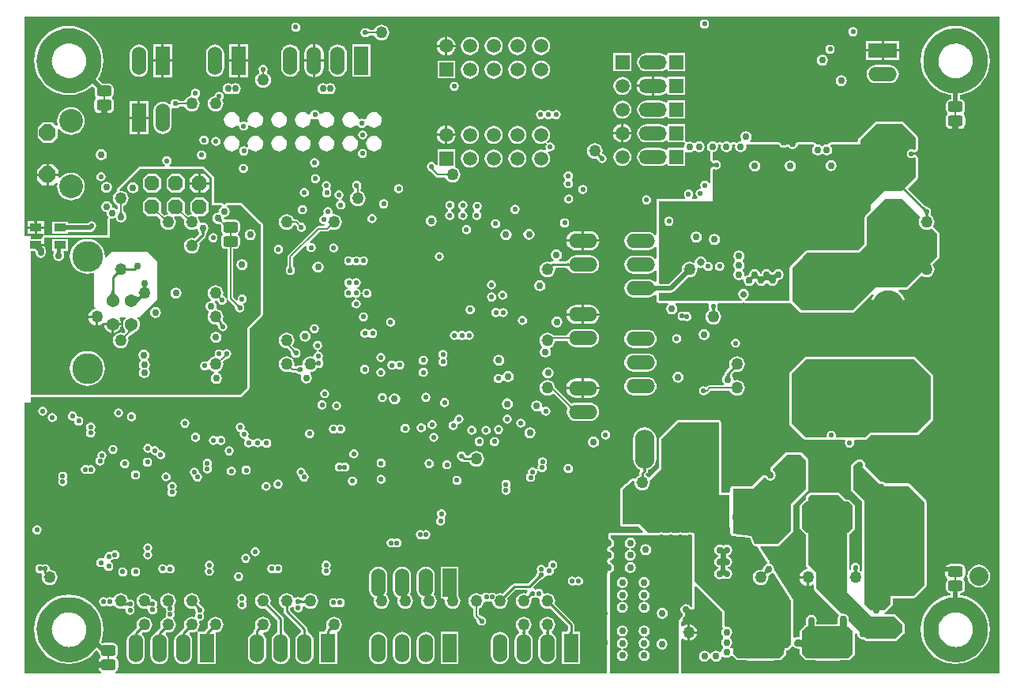
<source format=gbl>
G04 Layer_Physical_Order=6*
G04 Layer_Color=16711680*
%FSLAX25Y25*%
%MOIN*%
G70*
G01*
G75*
%ADD10C,0.06496*%
%ADD11C,0.00800*%
G04:AMPARAMS|DCode=60|XSize=50mil|YSize=50mil|CornerRadius=25mil|HoleSize=0mil|Usage=FLASHONLY|Rotation=270.000|XOffset=0mil|YOffset=0mil|HoleType=Round|Shape=RoundedRectangle|*
%AMROUNDEDRECTD60*
21,1,0.05000,0.00000,0,0,270.0*
21,1,0.00000,0.05000,0,0,270.0*
1,1,0.05000,0.00000,0.00000*
1,1,0.05000,0.00000,0.00000*
1,1,0.05000,0.00000,0.00000*
1,1,0.05000,0.00000,0.00000*
%
%ADD60ROUNDEDRECTD60*%
%ADD75C,0.00600*%
%ADD76C,0.02200*%
%ADD77C,0.01000*%
%ADD79C,0.03000*%
%ADD81C,0.02000*%
%ADD85C,0.01200*%
%ADD86C,0.05000*%
%ADD89C,0.01600*%
%ADD94C,0.02500*%
%ADD97C,0.00900*%
%ADD98C,0.07000*%
%ADD99C,0.02700*%
%ADD100C,0.04000*%
G04:AMPARAMS|DCode=113|XSize=133mil|YSize=83mil|CornerRadius=0mil|HoleSize=0mil|Usage=FLASHONLY|Rotation=270.000|XOffset=0mil|YOffset=0mil|HoleType=Round|Shape=Octagon|*
%AMOCTAGOND113*
4,1,8,-0.02075,-0.06650,0.02075,-0.06650,0.04150,-0.04575,0.04150,0.04575,0.02075,0.06650,-0.02075,0.06650,-0.04150,0.04575,-0.04150,-0.04575,-0.02075,-0.06650,0.0*
%
%ADD113OCTAGOND113*%

%ADD114R,0.06000X0.12000*%
%ADD115O,0.06000X0.12000*%
%ADD116O,0.12000X0.06000*%
%ADD117R,0.12000X0.06000*%
%ADD118C,0.08000*%
%ADD119R,0.05905X0.05905*%
%ADD120C,0.05905*%
%ADD121O,0.13000X0.13600*%
%ADD122P,0.07577X8X292.5*%
%ADD123C,0.10000*%
%ADD124C,0.05400*%
%ADD125C,0.13050*%
%ADD126P,0.06711X8X22.5*%
%ADD127O,0.11811X0.05905*%
%ADD128R,0.05905X0.05905*%
%ADD129O,0.08250X0.16500*%
%ADD130C,0.02200*%
%ADD131C,0.03000*%
%ADD132C,0.03200*%
%ADD133C,0.02900*%
G04:AMPARAMS|DCode=154|XSize=50mil|YSize=50mil|CornerRadius=25mil|HoleSize=0mil|Usage=FLASHONLY|Rotation=0.000|XOffset=0mil|YOffset=0mil|HoleType=Round|Shape=RoundedRectangle|*
%AMROUNDEDRECTD154*
21,1,0.05000,0.00000,0,0,0.0*
21,1,0.00000,0.05000,0,0,0.0*
1,1,0.05000,0.00000,0.00000*
1,1,0.05000,0.00000,0.00000*
1,1,0.05000,0.00000,0.00000*
1,1,0.05000,0.00000,0.00000*
%
%ADD154ROUNDEDRECTD154*%
%ADD155R,0.04921X0.03347*%
G04:AMPARAMS|DCode=156|XSize=46mil|YSize=63mil|CornerRadius=11.5mil|HoleSize=0mil|Usage=FLASHONLY|Rotation=270.000|XOffset=0mil|YOffset=0mil|HoleType=Round|Shape=RoundedRectangle|*
%AMROUNDEDRECTD156*
21,1,0.04600,0.04000,0,0,270.0*
21,1,0.02300,0.06300,0,0,270.0*
1,1,0.02300,-0.02000,-0.01150*
1,1,0.02300,-0.02000,0.01150*
1,1,0.02300,0.02000,0.01150*
1,1,0.02300,0.02000,-0.01150*
%
%ADD156ROUNDEDRECTD156*%
%ADD157R,0.05905X0.05905*%
%ADD158C,0.08500*%
G36*
X194300Y-195665D02*
X193800Y-195754D01*
X193358Y-195093D01*
X192597Y-194585D01*
X191700Y-194406D01*
X190803Y-194585D01*
X190042Y-195093D01*
X189533Y-195854D01*
X189355Y-196751D01*
X189533Y-197649D01*
X190042Y-198410D01*
X190328Y-198601D01*
Y-199101D01*
X190042Y-199293D01*
X189533Y-200054D01*
X189355Y-200951D01*
X189199Y-201141D01*
X188675Y-201225D01*
X188675Y-201225D01*
Y-223725D01*
X159375D01*
Y-211613D01*
X159490Y-211441D01*
X159637Y-210700D01*
X159490Y-209959D01*
X159375Y-209787D01*
Y-198814D01*
X159437Y-198500D01*
X159375Y-198186D01*
X159375Y-181271D01*
X159772Y-181192D01*
X160533Y-180683D01*
X161041Y-179923D01*
X161220Y-179025D01*
X161041Y-178128D01*
X160533Y-177367D01*
X159772Y-176859D01*
X159375Y-176780D01*
Y-176071D01*
X159772Y-175992D01*
X160533Y-175483D01*
X161041Y-174723D01*
X161220Y-173825D01*
X161041Y-172928D01*
X160533Y-172167D01*
X159772Y-171659D01*
X159375Y-171580D01*
Y-170971D01*
X159772Y-170892D01*
X160533Y-170383D01*
X161041Y-169623D01*
X161220Y-168725D01*
X161041Y-167828D01*
X160533Y-167067D01*
X159919Y-166657D01*
X159707Y-166075D01*
X159741Y-166023D01*
X159885Y-165300D01*
X194300D01*
X194300Y-195665D01*
D02*
G37*
G36*
X323893Y-223807D02*
X189762D01*
X189694Y-223725D01*
Y-209310D01*
X189969Y-209127D01*
X190394Y-209010D01*
X191010Y-209482D01*
X191861Y-209835D01*
X192275Y-209890D01*
Y-206425D01*
Y-202961D01*
X191861Y-203015D01*
X191010Y-203368D01*
X190394Y-203840D01*
X189969Y-203723D01*
X189694Y-203540D01*
Y-202028D01*
X189704Y-202021D01*
X189733Y-202010D01*
X189856Y-201895D01*
X189987Y-201788D01*
X190143Y-201598D01*
X190167Y-201553D01*
X190203Y-201517D01*
X190260Y-201379D01*
X190331Y-201247D01*
X190336Y-201197D01*
X190355Y-201150D01*
X190494Y-200451D01*
X190777Y-200028D01*
X190895Y-199949D01*
X190966Y-199878D01*
X191049Y-199822D01*
X191105Y-199739D01*
X191176Y-199668D01*
X191215Y-199575D01*
X191270Y-199491D01*
X191290Y-199393D01*
X191328Y-199300D01*
Y-199200D01*
X191348Y-199101D01*
Y-198601D01*
X191328Y-198503D01*
Y-198402D01*
X191290Y-198310D01*
X191270Y-198211D01*
X191215Y-198127D01*
X191176Y-198035D01*
X191105Y-197964D01*
X191049Y-197880D01*
X190966Y-197825D01*
X190895Y-197753D01*
X190777Y-197675D01*
X190494Y-197251D01*
X190394Y-196751D01*
X190494Y-196252D01*
X190777Y-195828D01*
X191200Y-195545D01*
X191700Y-195446D01*
X192200Y-195545D01*
X192623Y-195828D01*
X192952Y-196321D01*
X193086Y-196455D01*
X193217Y-196591D01*
X193226Y-196595D01*
X193234Y-196602D01*
X193408Y-196675D01*
X193581Y-196750D01*
X193591Y-196750D01*
X193601Y-196754D01*
X193790D01*
X193979Y-196758D01*
X194479Y-196669D01*
X194582Y-196629D01*
X194690Y-196607D01*
X194765Y-196557D01*
X194849Y-196524D01*
X194929Y-196448D01*
X195021Y-196386D01*
X195071Y-196311D01*
X195136Y-196249D01*
X195181Y-196147D01*
X195242Y-196055D01*
X195260Y-195967D01*
X195296Y-195884D01*
X195298Y-195774D01*
X195320Y-195665D01*
Y-187226D01*
X195966Y-186959D01*
X206855Y-197847D01*
X206855Y-203649D01*
X206865Y-203699D01*
X206860Y-203749D01*
X206904Y-203893D01*
X206933Y-204040D01*
X207117Y-204667D01*
X206608Y-205428D01*
X206430Y-206325D01*
X206608Y-207223D01*
X207117Y-207983D01*
X207329Y-208125D01*
Y-208825D01*
X207117Y-208967D01*
X206608Y-209728D01*
X206430Y-210625D01*
X206608Y-211523D01*
X207117Y-212283D01*
X207254Y-212375D01*
Y-213075D01*
X207117Y-213167D01*
X206608Y-213928D01*
X206518Y-214382D01*
X206345Y-214496D01*
X205752Y-214646D01*
X205172Y-214259D01*
X204275Y-214080D01*
X203377Y-214259D01*
X202617Y-214767D01*
X202264Y-215295D01*
X202235Y-215306D01*
X201514D01*
X201486Y-215295D01*
X201133Y-214767D01*
X200372Y-214259D01*
X199475Y-214080D01*
X198577Y-214259D01*
X197817Y-214767D01*
X197308Y-215528D01*
X197130Y-216425D01*
X197308Y-217323D01*
X197817Y-218083D01*
X198577Y-218592D01*
X199475Y-218770D01*
X200372Y-218592D01*
X201133Y-218083D01*
X201486Y-217555D01*
X201514Y-217545D01*
X202235D01*
X202264Y-217555D01*
X202617Y-218083D01*
X203377Y-218592D01*
X204275Y-218770D01*
X205172Y-218592D01*
X205933Y-218083D01*
X206441Y-217323D01*
X206532Y-216868D01*
X206705Y-216754D01*
X207298Y-216605D01*
X207877Y-216992D01*
X208775Y-217170D01*
X209672Y-216992D01*
X210433Y-216483D01*
X210531Y-216337D01*
X211227Y-216268D01*
X213095Y-218136D01*
X217055D01*
X217063Y-218141D01*
X217207Y-218247D01*
X217227Y-218252D01*
X217244Y-218264D01*
X217419Y-218300D01*
X217593Y-218342D01*
X217614Y-218339D01*
X217634Y-218343D01*
X217753Y-218344D01*
X217815Y-218356D01*
X218009Y-218395D01*
X218011Y-218394D01*
X218013Y-218395D01*
X223703Y-218373D01*
X228203Y-218395D01*
X228206Y-218394D01*
X228208Y-218395D01*
X228400Y-218357D01*
X228594Y-218319D01*
X228596Y-218318D01*
X228598Y-218317D01*
X228746Y-218219D01*
X228775D01*
X229405Y-218136D01*
X231445D01*
X233920Y-215661D01*
Y-214045D01*
X234275D01*
X234665Y-213967D01*
X234996Y-213746D01*
X236274Y-212468D01*
X237122Y-212478D01*
X237800Y-212931D01*
X237852Y-212941D01*
X237854Y-212945D01*
X237869Y-212956D01*
X237879Y-212971D01*
X238030Y-213072D01*
X238177Y-213178D01*
X238195Y-213182D01*
X238210Y-213192D01*
X238388Y-213227D01*
X238564Y-213269D01*
X239194Y-213291D01*
X239403Y-213313D01*
X239569Y-213342D01*
X239571Y-213342D01*
X239583Y-213376D01*
X239625Y-213420D01*
Y-215700D01*
X242100Y-218175D01*
X245616D01*
X245756Y-218194D01*
X246077D01*
X246152Y-218256D01*
X246207Y-218274D01*
X246255Y-218306D01*
X246395Y-218333D01*
X246531Y-218377D01*
X246589Y-218372D01*
X246645Y-218383D01*
X251275Y-218376D01*
X255904Y-218383D01*
X255943Y-218375D01*
X255982Y-218380D01*
X256137Y-218337D01*
X256294Y-218306D01*
X256327Y-218284D01*
X256365Y-218273D01*
X256481Y-218183D01*
X256540Y-218175D01*
X260450D01*
X262925Y-215700D01*
Y-207109D01*
X263625Y-206782D01*
X263859Y-206978D01*
X263855Y-207000D01*
X264033Y-207897D01*
X264542Y-208658D01*
X265303Y-209167D01*
X266200Y-209345D01*
X266578Y-209270D01*
X267054Y-209746D01*
X267385Y-209967D01*
X267775Y-210045D01*
X279975D01*
X280365Y-209967D01*
X280696Y-209746D01*
X280696Y-209746D01*
X283496Y-206946D01*
X283717Y-206615D01*
X283794Y-206225D01*
Y-203125D01*
X283717Y-202735D01*
X283496Y-202404D01*
X280196Y-199104D01*
X279865Y-198883D01*
X279475Y-198806D01*
X275441D01*
X275372Y-198106D01*
X275565Y-198067D01*
X275896Y-197846D01*
X278696Y-195046D01*
X278917Y-194715D01*
X278994Y-194325D01*
X278994Y-191945D01*
X286799D01*
X286800Y-191945D01*
X286801Y-191945D01*
X287675D01*
X288065Y-191867D01*
X288396Y-191646D01*
X292796Y-187246D01*
X293017Y-186915D01*
X293094Y-186525D01*
Y-175925D01*
Y-151325D01*
X293017Y-150935D01*
X292796Y-150604D01*
X286070Y-143879D01*
X285740Y-143658D01*
X285350Y-143580D01*
X275776Y-143580D01*
X275633Y-143367D01*
X275383Y-143200D01*
X275209Y-143084D01*
X274872Y-142859D01*
X273975Y-142680D01*
X273764Y-142722D01*
X267128Y-136086D01*
X267220Y-135625D01*
X267041Y-134728D01*
X266533Y-133967D01*
X266328Y-133830D01*
X265772Y-133459D01*
X264875Y-133280D01*
X263977Y-133459D01*
X263217Y-133967D01*
X263116Y-134117D01*
X262910Y-134158D01*
X262579Y-134379D01*
X261579Y-135379D01*
X261358Y-135710D01*
X261280Y-136100D01*
X261280Y-146151D01*
X261358Y-146541D01*
X261579Y-146871D01*
X265955Y-151248D01*
X265955Y-166425D01*
X265955Y-180491D01*
X265255Y-180739D01*
X264739Y-180343D01*
X264815Y-180124D01*
X264833Y-179966D01*
X264864Y-179811D01*
X264860Y-179788D01*
X264865Y-179766D01*
X265012Y-179025D01*
X264865Y-178284D01*
X264445Y-177655D01*
X263816Y-177235D01*
X263075Y-177088D01*
X262333Y-177235D01*
X261705Y-177655D01*
X261285Y-178284D01*
X261138Y-179025D01*
X261285Y-179766D01*
X261290Y-179788D01*
X261285Y-179811D01*
X261305Y-179908D01*
X261180Y-180077D01*
X261094Y-180147D01*
X260610Y-179977D01*
X260394Y-179762D01*
Y-165175D01*
X260450D01*
X262925Y-162700D01*
Y-152750D01*
X260450Y-150275D01*
X259067D01*
X256396Y-147604D01*
X256065Y-147383D01*
X255675Y-147306D01*
X244275Y-147306D01*
X243885Y-147383D01*
X243554Y-147604D01*
X242354Y-148804D01*
X242133Y-149135D01*
X242055Y-149525D01*
Y-150320D01*
X239625Y-152750D01*
Y-162700D01*
X242055Y-165131D01*
Y-177825D01*
X242133Y-178215D01*
X242354Y-178546D01*
X242354Y-178546D01*
X242829Y-179021D01*
X242578Y-179760D01*
X242161Y-179815D01*
X241310Y-180168D01*
X240579Y-180729D01*
X240018Y-181460D01*
X239665Y-182311D01*
X239610Y-182725D01*
X243075D01*
Y-183225D01*
X243575D01*
Y-186690D01*
X243988Y-186635D01*
X244840Y-186282D01*
X244955Y-186194D01*
X245655Y-186539D01*
Y-187925D01*
X245733Y-188315D01*
X245954Y-188646D01*
X256260Y-198953D01*
X256242Y-199142D01*
X255733Y-199903D01*
X255555Y-200800D01*
Y-202564D01*
X255056Y-203055D01*
X246697Y-202937D01*
X246672Y-202841D01*
X246631Y-202586D01*
X246605Y-202277D01*
X246641Y-202223D01*
X246820Y-201325D01*
X246641Y-200428D01*
X246133Y-199667D01*
X245372Y-199159D01*
X244475Y-198980D01*
X243577Y-199159D01*
X242817Y-199667D01*
X242308Y-200428D01*
X242130Y-201325D01*
X242308Y-202223D01*
X242345Y-202278D01*
X242345Y-202289D01*
X242318Y-202632D01*
X242275Y-202913D01*
X242223Y-203127D01*
X242171Y-203270D01*
X242168Y-203275D01*
X242100D01*
X242016Y-203359D01*
X241988Y-203369D01*
X241851Y-203403D01*
X241803Y-203438D01*
X241748Y-203459D01*
X241645Y-203555D01*
X241530Y-203639D01*
X241500Y-203690D01*
X241457Y-203729D01*
X241398Y-203858D01*
X241324Y-203980D01*
X241316Y-204038D01*
X241298Y-204078D01*
X239625Y-205750D01*
Y-207978D01*
X239084Y-208422D01*
X238875Y-208380D01*
X237977Y-208559D01*
X237694Y-208748D01*
X236994Y-208374D01*
Y-193225D01*
X236978Y-193141D01*
X236980Y-193055D01*
X236939Y-192948D01*
X236917Y-192835D01*
X236869Y-192764D01*
X236839Y-192683D01*
X229479Y-180951D01*
X229415Y-180883D01*
X229367Y-180803D01*
X229280Y-180740D01*
X229206Y-180661D01*
X229121Y-180623D01*
X229046Y-180568D01*
X228942Y-180543D01*
X228843Y-180499D01*
X228805Y-179797D01*
X228820Y-179725D01*
X228641Y-178828D01*
X228133Y-178067D01*
X227372Y-177559D01*
X226870Y-177099D01*
X226853Y-177008D01*
X226856Y-176915D01*
X226818Y-176814D01*
X226798Y-176708D01*
X226748Y-176630D01*
X226715Y-176543D01*
X222960Y-170557D01*
X223299Y-169945D01*
X230575D01*
X230965Y-169867D01*
X231296Y-169646D01*
X236696Y-164246D01*
X236917Y-163915D01*
X236994Y-163525D01*
Y-152647D01*
X241796Y-147846D01*
X243021Y-146621D01*
X243242Y-146290D01*
X243320Y-145900D01*
X243320Y-133800D01*
X243242Y-133410D01*
X243021Y-133079D01*
X240521Y-130579D01*
X240521Y-130579D01*
X240190Y-130358D01*
X239800Y-130280D01*
X234200D01*
X233810Y-130358D01*
X233479Y-130579D01*
X227385Y-136673D01*
X227321Y-136769D01*
X227242Y-136853D01*
X227211Y-136933D01*
X227164Y-137004D01*
X227141Y-137117D01*
X227100Y-137225D01*
X227103Y-137311D01*
X227086Y-137394D01*
X227109Y-137507D01*
X227112Y-137623D01*
X227244Y-138198D01*
X227320Y-138365D01*
X227390Y-138536D01*
X227401Y-138547D01*
X227407Y-138560D01*
X227541Y-138687D01*
X227671Y-138817D01*
X228098Y-139102D01*
X228381Y-139526D01*
X228480Y-140025D01*
X228381Y-140525D01*
X228098Y-140948D01*
X227674Y-141231D01*
X227175Y-141331D01*
X226675Y-141231D01*
X226252Y-140948D01*
X225967Y-140522D01*
X225837Y-140392D01*
X225710Y-140258D01*
X225696Y-140251D01*
X225685Y-140241D01*
X225515Y-140170D01*
X225347Y-140094D01*
X224772Y-139962D01*
X224657Y-139959D01*
X224544Y-139936D01*
X224460Y-139953D01*
X224375Y-139951D01*
X224267Y-139992D01*
X224154Y-140014D01*
X224083Y-140062D01*
X224003Y-140092D01*
X223919Y-140171D01*
X223823Y-140235D01*
X219453Y-144606D01*
X211375Y-144606D01*
X210985Y-144683D01*
X210654Y-144904D01*
X210433Y-145235D01*
X210355Y-145625D01*
Y-146732D01*
X209775Y-147306D01*
X206394D01*
Y-117800D01*
X206317Y-117410D01*
X206096Y-117079D01*
X205765Y-116858D01*
X205375Y-116780D01*
X188200D01*
X187810Y-116858D01*
X187479Y-117079D01*
X180479Y-124079D01*
X180258Y-124410D01*
X180180Y-124800D01*
Y-136878D01*
X176133Y-140925D01*
X175434Y-140879D01*
X175428Y-140872D01*
X174774Y-140369D01*
X174734Y-140286D01*
X174668Y-139556D01*
X175112Y-139112D01*
X175194Y-138990D01*
X175221Y-138972D01*
X175379Y-138872D01*
X175386Y-138862D01*
X175396Y-138855D01*
X175500Y-138699D01*
X175607Y-138546D01*
X175610Y-138534D01*
X175617Y-138524D01*
X175653Y-138340D01*
X175694Y-138158D01*
X175698Y-137977D01*
X175705Y-137888D01*
X175768Y-137835D01*
X175884Y-137757D01*
X175918Y-137706D01*
X175964Y-137667D01*
X175981Y-137633D01*
X176658Y-137352D01*
X177687Y-136563D01*
X178477Y-135534D01*
X178973Y-134336D01*
X179142Y-133050D01*
Y-124800D01*
X178973Y-123514D01*
X178477Y-122317D01*
X177687Y-121288D01*
X176658Y-120498D01*
X175461Y-120002D01*
X174175Y-119833D01*
X172889Y-120002D01*
X171691Y-120498D01*
X170662Y-121288D01*
X169873Y-122317D01*
X169377Y-123514D01*
X169207Y-124800D01*
Y-133050D01*
X169377Y-134336D01*
X169873Y-135534D01*
X170662Y-136563D01*
X171691Y-137352D01*
X172003Y-137482D01*
X172188Y-138248D01*
X172138Y-138338D01*
X171850Y-138768D01*
X171749Y-139275D01*
Y-140202D01*
X171411Y-140343D01*
X170721Y-140872D01*
X170428Y-141253D01*
X169814Y-141490D01*
X169635Y-141439D01*
X169457Y-141384D01*
X169444Y-141385D01*
X169431Y-141382D01*
X169246Y-141404D01*
X169061Y-141421D01*
X169049Y-141427D01*
X169036Y-141428D01*
X168874Y-141519D01*
X168709Y-141606D01*
X168701Y-141616D01*
X168689Y-141623D01*
X164238Y-145425D01*
X164213Y-145457D01*
X164179Y-145479D01*
X164090Y-145612D01*
X163991Y-145737D01*
X163980Y-145776D01*
X163958Y-145810D01*
X163927Y-145966D01*
X163883Y-146120D01*
X163888Y-146160D01*
X163880Y-146200D01*
Y-160725D01*
X163958Y-161115D01*
X164179Y-161446D01*
X164510Y-161667D01*
X164900Y-161745D01*
X171632Y-161745D01*
X173401Y-163638D01*
X173122Y-164280D01*
X159885D01*
X159787Y-164300D01*
X159686D01*
X159593Y-164338D01*
X159495Y-164358D01*
X159411Y-164414D01*
X159319Y-164452D01*
X159248Y-164523D01*
X159164Y-164579D01*
X159108Y-164663D01*
X159037Y-164734D01*
X158999Y-164826D01*
X158943Y-164910D01*
X158923Y-165008D01*
X158885Y-165101D01*
X158754Y-165760D01*
X158753Y-165763D01*
X158707Y-165876D01*
Y-165954D01*
X158688Y-166031D01*
X158707Y-166151D01*
Y-166273D01*
X158737Y-166346D01*
X158749Y-166424D01*
X158961Y-167006D01*
X159025Y-167110D01*
X159071Y-167223D01*
X159127Y-167279D01*
X159168Y-167346D01*
X159266Y-167418D01*
X159353Y-167505D01*
X159798Y-167802D01*
X160081Y-168226D01*
X160180Y-168725D01*
X160081Y-169225D01*
X159798Y-169648D01*
X159374Y-169931D01*
X159176Y-169971D01*
X159083Y-170009D01*
X158985Y-170029D01*
X158901Y-170085D01*
X158808Y-170123D01*
X158737Y-170194D01*
X158654Y-170250D01*
X158598Y-170333D01*
X158527Y-170404D01*
X158489Y-170497D01*
X158433Y-170581D01*
X158413Y-170679D01*
X158375Y-170772D01*
Y-170872D01*
X158355Y-170971D01*
Y-171580D01*
X158375Y-171678D01*
Y-171779D01*
X158413Y-171871D01*
X158433Y-171970D01*
X158489Y-172053D01*
X158527Y-172146D01*
X158598Y-172217D01*
X158654Y-172301D01*
X158737Y-172356D01*
X158808Y-172427D01*
X158901Y-172466D01*
X158985Y-172522D01*
X159083Y-172541D01*
X159176Y-172580D01*
X159374Y-172619D01*
X159798Y-172902D01*
X160081Y-173326D01*
X160180Y-173825D01*
X160081Y-174325D01*
X159798Y-174748D01*
X159374Y-175031D01*
X159176Y-175071D01*
X159083Y-175109D01*
X158985Y-175129D01*
X158901Y-175185D01*
X158808Y-175223D01*
X158737Y-175294D01*
X158654Y-175350D01*
X158598Y-175433D01*
X158527Y-175504D01*
X158489Y-175597D01*
X158433Y-175681D01*
X158413Y-175779D01*
X158375Y-175872D01*
Y-175972D01*
X158355Y-176071D01*
Y-176780D01*
X158375Y-176878D01*
Y-176979D01*
X158413Y-177071D01*
X158433Y-177170D01*
X158489Y-177253D01*
X158527Y-177346D01*
X158598Y-177417D01*
X158654Y-177501D01*
X158737Y-177556D01*
X158808Y-177627D01*
X158901Y-177666D01*
X158985Y-177722D01*
X159083Y-177741D01*
X159176Y-177780D01*
X159374Y-177819D01*
X159798Y-178102D01*
X160081Y-178526D01*
X160180Y-179025D01*
X160081Y-179525D01*
X159798Y-179948D01*
X159374Y-180231D01*
X159176Y-180271D01*
X159083Y-180309D01*
X158985Y-180329D01*
X158901Y-180385D01*
X158808Y-180423D01*
X158737Y-180494D01*
X158654Y-180550D01*
X158598Y-180633D01*
X158527Y-180704D01*
X158489Y-180797D01*
X158433Y-180881D01*
X158413Y-180979D01*
X158375Y-181072D01*
Y-181172D01*
X158355Y-181271D01*
X158355Y-198186D01*
X158375Y-198285D01*
Y-198385D01*
X158398Y-198500D01*
X158375Y-198615D01*
Y-198715D01*
X158355Y-198814D01*
Y-209787D01*
X158375Y-209885D01*
Y-209985D01*
X158413Y-210078D01*
X158433Y-210177D01*
X158489Y-210260D01*
X158527Y-210353D01*
X158529Y-210356D01*
X158598Y-210700D01*
X158529Y-211044D01*
X158527Y-211047D01*
X158489Y-211140D01*
X158433Y-211223D01*
X158413Y-211322D01*
X158375Y-211415D01*
Y-211515D01*
X158355Y-211613D01*
Y-223725D01*
X158288Y-223807D01*
X-49043D01*
X-49137Y-223535D01*
X-49159Y-223107D01*
X-48550Y-222700D01*
X-48075Y-221989D01*
X-47908Y-221150D01*
Y-218850D01*
X-48075Y-218011D01*
X-48550Y-217300D01*
X-48669Y-217220D01*
X-48604Y-216422D01*
X-48263Y-215911D01*
X-48112Y-215150D01*
Y-212850D01*
X-48263Y-212089D01*
X-48694Y-211444D01*
X-49339Y-211013D01*
X-50100Y-210862D01*
X-54100D01*
X-54593Y-210960D01*
X-55227Y-210326D01*
X-54936Y-209625D01*
X-54402Y-207398D01*
X-54222Y-205115D01*
X-54402Y-202832D01*
X-54936Y-200606D01*
X-55813Y-198490D01*
X-57009Y-196537D01*
X-58496Y-194796D01*
X-60237Y-193309D01*
X-62190Y-192113D01*
X-64306Y-191236D01*
X-66532Y-190702D01*
X-68815Y-190522D01*
X-71098Y-190702D01*
X-73325Y-191236D01*
X-75440Y-192113D01*
X-77393Y-193309D01*
X-79134Y-194796D01*
X-80621Y-196537D01*
X-81818Y-198490D01*
X-82694Y-200606D01*
X-83228Y-202832D01*
X-83408Y-205115D01*
X-83228Y-207398D01*
X-82694Y-209625D01*
X-81818Y-211740D01*
X-80621Y-213693D01*
X-79134Y-215434D01*
X-77393Y-216921D01*
X-75440Y-218117D01*
X-73325Y-218994D01*
X-71098Y-219528D01*
X-68815Y-219708D01*
X-66532Y-219528D01*
X-64306Y-218994D01*
X-62190Y-218117D01*
X-60237Y-216921D01*
X-58496Y-215434D01*
X-57363Y-214107D01*
X-56664Y-214080D01*
X-56088Y-214655D01*
Y-215150D01*
X-55937Y-215911D01*
X-55596Y-216422D01*
X-55531Y-217220D01*
X-55650Y-217300D01*
X-56125Y-218011D01*
X-56292Y-218850D01*
Y-221150D01*
X-56125Y-221989D01*
X-55650Y-222700D01*
X-55041Y-223107D01*
X-55063Y-223535D01*
X-55157Y-223807D01*
X-87507D01*
Y-109274D01*
X-84661D01*
Y-107120D01*
X3527D01*
X3917Y-107042D01*
X4248Y-106821D01*
X7103Y-103966D01*
X7324Y-103635D01*
X7401Y-103245D01*
Y-78273D01*
X12811Y-72864D01*
X13033Y-72533D01*
X13110Y-72142D01*
Y-34134D01*
X13033Y-33744D01*
X12811Y-33413D01*
X12634Y-33295D01*
X4613Y-25449D01*
X4451Y-25343D01*
X4290Y-25236D01*
X4285Y-25235D01*
X4280Y-25232D01*
X4090Y-25196D01*
X3900Y-25158D01*
X-1955D01*
X-2005Y-25168D01*
X-2055Y-25163D01*
X-2199Y-25207D01*
X-2346Y-25236D01*
X-2388Y-25264D01*
X-2436Y-25279D01*
X-2552Y-25374D01*
X-2676Y-25457D01*
X-2704Y-25499D01*
X-2743Y-25531D01*
X-2778Y-25596D01*
X-2826Y-25613D01*
X-2999Y-25663D01*
X-3331D01*
X-3505Y-25613D01*
X-3553Y-25596D01*
X-3587Y-25531D01*
X-3626Y-25499D01*
X-3654Y-25457D01*
X-3779Y-25374D01*
X-3895Y-25279D01*
X-3943Y-25264D01*
X-3985Y-25236D01*
X-4132Y-25207D01*
X-4275Y-25163D01*
X-4326Y-25168D01*
X-4375Y-25158D01*
X-7406D01*
Y-14325D01*
X-7483Y-13935D01*
X-7704Y-13604D01*
X-11304Y-10004D01*
X-11635Y-9783D01*
X-12025Y-9706D01*
X-26185Y-9706D01*
X-26613Y-9056D01*
X-26607Y-9006D01*
X-26030Y-8620D01*
X-25610Y-7992D01*
X-25463Y-7250D01*
X-25610Y-6509D01*
X-26030Y-5881D01*
X-26659Y-5461D01*
X-27400Y-5313D01*
X-28141Y-5461D01*
X-28770Y-5881D01*
X-29190Y-6509D01*
X-29337Y-7250D01*
X-29190Y-7992D01*
X-28770Y-8620D01*
X-28193Y-9006D01*
X-28187Y-9056D01*
X-28615Y-9706D01*
X-38697D01*
X-39087Y-9783D01*
X-39418Y-10004D01*
X-48151Y-18738D01*
X-48170Y-18766D01*
X-48197Y-18787D01*
X-48280Y-18930D01*
X-48373Y-19069D01*
X-48379Y-19102D01*
X-48396Y-19131D01*
X-48418Y-19296D01*
X-48450Y-19459D01*
X-48444Y-19492D01*
X-48448Y-19526D01*
X-48405Y-19686D01*
X-48373Y-19849D01*
X-48589Y-20343D01*
X-49279Y-20872D01*
X-49808Y-21561D01*
X-50140Y-22364D01*
X-50254Y-23225D01*
X-50140Y-24087D01*
X-49808Y-24889D01*
X-49279Y-25579D01*
X-48589Y-26108D01*
X-48047Y-26333D01*
Y-27609D01*
X-48747Y-27821D01*
X-48850Y-27667D01*
X-49610Y-27159D01*
X-50434Y-26995D01*
X-50380Y-26725D01*
X-50559Y-25828D01*
X-51067Y-25067D01*
X-51828Y-24559D01*
X-52725Y-24380D01*
X-53623Y-24559D01*
X-54383Y-25067D01*
X-54892Y-25828D01*
X-55070Y-26725D01*
X-54892Y-27623D01*
X-54383Y-28383D01*
X-53623Y-28892D01*
X-52799Y-29056D01*
X-52853Y-29325D01*
X-52674Y-30223D01*
X-52166Y-30983D01*
X-52237Y-31517D01*
X-52267Y-31664D01*
X-52310Y-31808D01*
X-52305Y-31858D01*
X-52315Y-31908D01*
Y-38741D01*
X-78255D01*
X-78895Y-38614D01*
X-79155Y-38325D01*
X-79239Y-38072D01*
X-79239Y-37930D01*
X-79239Y-37930D01*
Y-36058D01*
X-82200D01*
Y-38232D01*
X-79899D01*
X-79872Y-38232D01*
X-79555Y-38842D01*
X-79589Y-38932D01*
X-79657Y-38967D01*
X-79692Y-39009D01*
X-79738Y-39040D01*
X-79819Y-39161D01*
X-79912Y-39272D01*
X-80134Y-39680D01*
X-80151Y-39733D01*
X-80181Y-39778D01*
X-80210Y-39921D01*
X-80253Y-40060D01*
X-80845Y-40369D01*
X-84661D01*
Y-39047D01*
X-84708Y-39000D01*
X-87507D01*
Y53735D01*
X323893D01*
X323893Y-223807D01*
D02*
G37*
G36*
X-4321Y-31711D02*
X-4292Y-32079D01*
X-4266Y-32244D01*
X-4231Y-32395D01*
X-4188Y-32533D01*
X-4137Y-32659D01*
X-4078Y-32771D01*
X-4011Y-32870D01*
X-3935Y-32956D01*
X-4359Y-33381D01*
X-4445Y-33305D01*
X-4545Y-33238D01*
X-4657Y-33178D01*
X-4782Y-33127D01*
X-4921Y-33085D01*
X-5072Y-33050D01*
X-5236Y-33023D01*
X-5414Y-33005D01*
X-5808Y-32993D01*
X-4323Y-31508D01*
X-4321Y-31711D01*
D02*
G37*
G36*
X240449Y-212837D02*
X240430Y-212725D01*
X240375Y-212626D01*
X240282Y-212538D01*
X240153Y-212461D01*
X239987Y-212397D01*
X239783Y-212344D01*
X239543Y-212303D01*
X239266Y-212274D01*
X238600Y-212250D01*
Y-209750D01*
X238951Y-209744D01*
X239543Y-209697D01*
X239783Y-209656D01*
X239987Y-209603D01*
X240153Y-209539D01*
X240282Y-209462D01*
X240375Y-209374D01*
X240430Y-209275D01*
X240449Y-209163D01*
Y-212837D01*
D02*
G37*
G36*
X255675Y-148325D02*
X259375Y-152025D01*
Y-189325D01*
X269875Y-199825D01*
X279475D01*
X282775Y-203125D01*
Y-206225D01*
X279975Y-209025D01*
X267775D01*
X260245Y-201496D01*
Y-200800D01*
X260067Y-199903D01*
X259558Y-199142D01*
X258797Y-198633D01*
X257900Y-198455D01*
X257320Y-198570D01*
X246675Y-187925D01*
X246675Y-181425D01*
X243075Y-177825D01*
X243075Y-149525D01*
X244275Y-148325D01*
X255675Y-148325D01*
D02*
G37*
G36*
X274200Y-144600D02*
X285350Y-144600D01*
X292075Y-151325D01*
Y-175925D01*
Y-186525D01*
X287675Y-190925D01*
X277975D01*
X277975Y-194325D01*
X275175Y-197125D01*
X269575Y-197125D01*
X266975Y-194525D01*
X266975Y-166425D01*
X266975Y-150825D01*
X262300Y-146151D01*
X262300Y-136100D01*
X263300Y-135100D01*
X264700Y-135100D01*
X274200Y-144600D01*
D02*
G37*
G36*
X226531Y-181224D02*
X226406Y-181234D01*
X226282Y-181254D01*
X226161Y-181284D01*
X226042Y-181325D01*
X225924Y-181376D01*
X225808Y-181437D01*
X225694Y-181509D01*
X225583Y-181590D01*
X225472Y-181682D01*
X225364Y-181785D01*
X224472Y-180980D01*
X224574Y-180871D01*
X224665Y-180760D01*
X224745Y-180647D01*
X224813Y-180533D01*
X224869Y-180417D01*
X224914Y-180299D01*
X224947Y-180180D01*
X224969Y-180058D01*
X224979Y-179936D01*
X224977Y-179811D01*
X226531Y-181224D01*
D02*
G37*
G36*
X205375Y-148325D02*
X209775D01*
Y-161725D01*
X210355Y-162376D01*
Y-164625D01*
X210381Y-164757D01*
X210390Y-164891D01*
X210420Y-164950D01*
X210433Y-165015D01*
X210507Y-165127D01*
X210567Y-165247D01*
X210617Y-165291D01*
X210654Y-165346D01*
X210766Y-165421D01*
X210867Y-165509D01*
X210929Y-165530D01*
X210985Y-165567D01*
X211116Y-165593D01*
X211244Y-165636D01*
X218397Y-166565D01*
X219757Y-169370D01*
X219860Y-169505D01*
X219954Y-169646D01*
X219979Y-169663D01*
X219997Y-169687D01*
X220144Y-169773D01*
X220285Y-169867D01*
X220314Y-169873D01*
X220341Y-169888D01*
X220509Y-169912D01*
X220675Y-169945D01*
X221373D01*
X225851Y-177085D01*
X225653Y-177544D01*
X225577Y-177559D01*
X224817Y-178067D01*
X224308Y-178828D01*
X224255Y-179093D01*
X224248Y-179098D01*
X224238Y-179114D01*
X224223Y-179125D01*
X224130Y-179280D01*
X224031Y-179431D01*
X224027Y-179450D01*
X224018Y-179466D01*
X223991Y-179645D01*
X223958Y-179822D01*
X223478Y-179950D01*
X223075Y-179897D01*
X222213Y-180010D01*
X221411Y-180343D01*
X220721Y-180872D01*
X220192Y-181561D01*
X219860Y-182364D01*
X219746Y-183225D01*
X219860Y-184087D01*
X220192Y-184889D01*
X220721Y-185579D01*
X221411Y-186108D01*
X222213Y-186440D01*
X223075Y-186554D01*
X223936Y-186440D01*
X224739Y-186108D01*
X225428Y-185579D01*
X225957Y-184889D01*
X226290Y-184087D01*
X226403Y-183225D01*
X226330Y-182669D01*
X226602Y-182254D01*
X226752Y-182201D01*
X226787Y-182191D01*
X226965Y-182147D01*
X226978Y-182137D01*
X226993Y-182133D01*
X227137Y-182019D01*
X227285Y-181910D01*
X227286Y-181909D01*
X227372Y-181892D01*
X228009Y-181466D01*
X228616Y-181492D01*
X235975Y-193225D01*
Y-211325D01*
X234275Y-213025D01*
X228208D01*
Y-217375D01*
X223704Y-217353D01*
X218009Y-217375D01*
Y-217326D01*
X217639Y-217324D01*
X217834Y-213025D01*
X210221D01*
X210147Y-212474D01*
X210433Y-212283D01*
X210941Y-211523D01*
X211120Y-210625D01*
X210941Y-209728D01*
X210433Y-208967D01*
X210071Y-208725D01*
Y-208225D01*
X210433Y-207983D01*
X210941Y-207223D01*
X211120Y-206325D01*
X210941Y-205428D01*
X210433Y-204667D01*
X209672Y-204159D01*
X208775Y-203980D01*
X208375Y-204060D01*
X207875Y-203649D01*
X207875Y-197425D01*
X195320Y-184870D01*
X195320Y-165300D01*
X195242Y-164910D01*
X195021Y-164579D01*
X194690Y-164358D01*
X194300Y-164280D01*
X193916D01*
X193897Y-164268D01*
X193156Y-164120D01*
X192415Y-164268D01*
X192396Y-164280D01*
X189916D01*
X189897Y-164268D01*
X189156Y-164120D01*
X188415Y-164268D01*
X188396Y-164280D01*
X185916D01*
X185897Y-164268D01*
X185156Y-164120D01*
X184415Y-164268D01*
X184396Y-164280D01*
X181916D01*
X181897Y-164268D01*
X181156Y-164120D01*
X180415Y-164268D01*
X180396Y-164280D01*
X175397D01*
X172075Y-160725D01*
X164900Y-160725D01*
Y-146200D01*
X169351Y-142398D01*
X169822Y-142654D01*
X169746Y-143225D01*
X169860Y-144087D01*
X170192Y-144889D01*
X170721Y-145579D01*
X171411Y-146108D01*
X172213Y-146440D01*
X173075Y-146554D01*
X173936Y-146440D01*
X174739Y-146108D01*
X175428Y-145579D01*
X175957Y-144889D01*
X176290Y-144087D01*
X176403Y-143225D01*
X176321Y-142600D01*
X176400Y-142100D01*
X181200Y-137300D01*
Y-124800D01*
X188200Y-117800D01*
X205375D01*
Y-148325D01*
D02*
G37*
G36*
X242300Y-133800D02*
X242300Y-145900D01*
X241075Y-147125D01*
X235975Y-152225D01*
Y-163525D01*
X230575Y-168925D01*
X220675D01*
X219075Y-165625D01*
X211375Y-164625D01*
Y-145625D01*
X219875Y-145625D01*
X224544Y-140956D01*
X225119Y-141088D01*
X225517Y-141683D01*
X226277Y-142192D01*
X227175Y-142370D01*
X228072Y-142192D01*
X228833Y-141683D01*
X229341Y-140923D01*
X229520Y-140025D01*
X229341Y-139128D01*
X228833Y-138367D01*
X228238Y-137969D01*
X228106Y-137394D01*
X234200Y-131300D01*
X239800D01*
X242300Y-133800D01*
D02*
G37*
G36*
X175070Y-137047D02*
X174987Y-137080D01*
X174914Y-137135D01*
X174851Y-137212D01*
X174797Y-137310D01*
X174753Y-137431D01*
X174719Y-137574D01*
X174694Y-137739D01*
X174680Y-137925D01*
X174675Y-138134D01*
X173675D01*
X173670Y-137925D01*
X173655Y-137739D01*
X173631Y-137574D01*
X173597Y-137431D01*
X173553Y-137310D01*
X173499Y-137212D01*
X173436Y-137135D01*
X173362Y-137080D01*
X173279Y-137047D01*
X173187Y-137036D01*
X175163D01*
X175070Y-137047D01*
D02*
G37*
G36*
X-8425Y-14325D02*
Y-26178D01*
X-4375D01*
X-4224Y-26678D01*
X-4824Y-27079D01*
X-5332Y-27840D01*
X-5510Y-28737D01*
X-5497Y-28804D01*
X-5829Y-29149D01*
X-6720Y-29326D01*
X-7481Y-29835D01*
X-7989Y-30595D01*
X-8168Y-31493D01*
X-7989Y-32390D01*
X-7481Y-33151D01*
X-6720Y-33659D01*
X-6547Y-33694D01*
X-6538Y-33700D01*
X-6529Y-33714D01*
X-6376Y-33816D01*
X-6227Y-33922D01*
X-6211Y-33926D01*
X-6198Y-33935D01*
X-6018Y-33971D01*
X-5839Y-34012D01*
X-5482Y-34023D01*
X-5370Y-34035D01*
X-5267Y-34051D01*
X-5186Y-34070D01*
X-5126Y-34088D01*
X-5088Y-34104D01*
X-5071Y-34113D01*
X-5071Y-34113D01*
X-5032Y-34147D01*
X-4888Y-34230D01*
X-4750Y-34323D01*
X-4716Y-34329D01*
X-4687Y-34346D01*
X-4594Y-34358D01*
Y-36434D01*
X-4443Y-37195D01*
X-4012Y-37840D01*
X-3797Y-37984D01*
Y-38585D01*
X-4012Y-38728D01*
X-4443Y-39373D01*
X-4594Y-40134D01*
Y-42434D01*
X-4443Y-43195D01*
X-4012Y-43840D01*
X-3367Y-44271D01*
X-2606Y-44423D01*
X-1728D01*
Y-65344D01*
X-1728Y-65344D01*
X-1643Y-65773D01*
X-1399Y-66137D01*
X963Y-68499D01*
X987Y-68665D01*
X1001Y-68687D01*
X1006Y-68713D01*
X1102Y-68857D01*
X1192Y-69007D01*
X1219Y-69037D01*
X1222Y-69042D01*
X1228Y-69058D01*
X1235Y-69083D01*
X1243Y-69121D01*
X1249Y-69170D01*
X1254Y-69231D01*
X1255Y-69331D01*
X1296Y-69517D01*
X1333Y-69704D01*
X1338Y-69711D01*
X1339Y-69720D01*
X1448Y-69876D01*
X1554Y-70035D01*
X1561Y-70040D01*
X1566Y-70047D01*
X1583Y-70058D01*
X1585Y-70066D01*
X2005Y-70695D01*
X2633Y-71115D01*
X3375Y-71262D01*
X4116Y-71115D01*
X4745Y-70695D01*
X5165Y-70066D01*
X5312Y-69325D01*
X5165Y-68584D01*
X4769Y-67992D01*
X4802Y-67771D01*
X4899Y-67457D01*
X5066Y-67424D01*
X5694Y-67004D01*
X6114Y-66375D01*
X6261Y-65634D01*
X6114Y-64893D01*
X5694Y-64264D01*
X5066Y-63844D01*
X4324Y-63697D01*
X3583Y-63844D01*
X2954Y-64264D01*
X2534Y-64893D01*
X2387Y-65634D01*
X2489Y-66146D01*
X2028Y-66392D01*
X515Y-64880D01*
Y-44423D01*
X1394D01*
X2155Y-44271D01*
X2800Y-43840D01*
X3231Y-43195D01*
X3382Y-42434D01*
Y-40134D01*
X3231Y-39373D01*
X2800Y-38728D01*
X2585Y-38585D01*
Y-37984D01*
X2800Y-37840D01*
X3231Y-37195D01*
X3382Y-36434D01*
Y-34134D01*
X3231Y-33373D01*
X2800Y-32728D01*
X2155Y-32297D01*
X1394Y-32146D01*
X-2606D01*
X-2823Y-32189D01*
X-2940Y-32130D01*
X-3293Y-31776D01*
X-3302Y-31667D01*
X-3303Y-31565D01*
X-3272Y-31455D01*
X-2965Y-31042D01*
X-2268Y-30904D01*
X-1507Y-30395D01*
X-999Y-29634D01*
X-820Y-28737D01*
X-999Y-27840D01*
X-1507Y-27079D01*
X-2107Y-26678D01*
X-1955Y-26178D01*
X3900D01*
X12034Y-34134D01*
X12091D01*
Y-72142D01*
X6382Y-77851D01*
Y-103245D01*
X3527Y-106100D01*
X-84661D01*
Y-45515D01*
X-82983D01*
X-82690Y-45807D01*
Y-46200D01*
X-82531Y-47000D01*
X-82078Y-47678D01*
X-81400Y-48131D01*
X-80600Y-48290D01*
X-79800Y-48131D01*
X-79122Y-47678D01*
X-78669Y-47000D01*
X-78510Y-46200D01*
Y-44942D01*
X-78510Y-44942D01*
X-78669Y-44142D01*
X-79122Y-43464D01*
X-79239Y-43346D01*
Y-43342D01*
X-82700D01*
Y-42342D01*
X-79239D01*
Y-40168D01*
X-79017Y-39761D01*
X-51295D01*
Y-31908D01*
X-50909Y-31591D01*
X-50508Y-31670D01*
X-49610Y-31492D01*
X-49408Y-31357D01*
X-48946Y-31548D01*
X-48892Y-31823D01*
X-48383Y-32583D01*
X-47623Y-33092D01*
X-46725Y-33270D01*
X-45828Y-33092D01*
X-45067Y-32583D01*
X-44559Y-31823D01*
X-44380Y-30925D01*
X-44559Y-30028D01*
X-44818Y-29640D01*
X-44815Y-29603D01*
X-44817Y-29595D01*
X-44817Y-29588D01*
X-44879Y-29407D01*
X-44938Y-29224D01*
X-44943Y-29219D01*
X-44946Y-29211D01*
X-45072Y-29068D01*
X-45197Y-28922D01*
X-45327Y-28820D01*
X-45417Y-28741D01*
X-45488Y-28670D01*
X-45541Y-28609D01*
X-45576Y-28561D01*
X-45596Y-28528D01*
X-45605Y-28510D01*
X-45608Y-28461D01*
X-45617Y-28426D01*
X-45615Y-28390D01*
X-45669Y-28235D01*
X-45711Y-28077D01*
X-45733Y-28048D01*
X-45745Y-28014D01*
X-45804Y-27948D01*
Y-26333D01*
X-45261Y-26108D01*
X-44572Y-25579D01*
X-44043Y-24889D01*
X-43710Y-24087D01*
X-43597Y-23225D01*
X-43710Y-22364D01*
X-44043Y-21561D01*
X-44572Y-20872D01*
X-45261Y-20343D01*
X-46064Y-20010D01*
X-46925Y-19897D01*
X-47197Y-19932D01*
X-47431Y-19459D01*
X-38697Y-10725D01*
X-12025Y-10725D01*
X-8425Y-14325D01*
D02*
G37*
G36*
X263812Y-179849D02*
X263784Y-179896D01*
X263758Y-179952D01*
X263736Y-180018D01*
X263717Y-180093D01*
X263702Y-180177D01*
X263690Y-180271D01*
X263677Y-180486D01*
X263675Y-180607D01*
X262475D01*
X262473Y-180486D01*
X262448Y-180177D01*
X262432Y-180093D01*
X262414Y-180018D01*
X262391Y-179952D01*
X262366Y-179896D01*
X262337Y-179849D01*
X262305Y-179811D01*
X263845D01*
X263812Y-179849D01*
D02*
G37*
G36*
X-46617Y-28648D02*
X-46593Y-28768D01*
X-46553Y-28888D01*
X-46498Y-29007D01*
X-46426Y-29127D01*
X-46338Y-29246D01*
X-46234Y-29366D01*
X-46115Y-29485D01*
X-45979Y-29604D01*
X-45827Y-29724D01*
X-47909Y-30004D01*
X-47779Y-29832D01*
X-47471Y-29359D01*
X-47396Y-29217D01*
X-47335Y-29081D01*
X-47287Y-28953D01*
X-47253Y-28831D01*
X-47232Y-28718D01*
X-47225Y-28611D01*
X-46625Y-28528D01*
X-46617Y-28648D01*
D02*
G37*
G36*
X245586Y-202322D02*
X245619Y-202709D01*
X245673Y-203050D01*
X245749Y-203344D01*
X245848Y-203592D01*
X245968Y-203792D01*
X246110Y-203946D01*
X246256Y-204042D01*
Y-203950D01*
X255906Y-204087D01*
X255268Y-208827D01*
X256400Y-208850D01*
X255652Y-213968D01*
X255906Y-217363D01*
X251275Y-217356D01*
X246644Y-217363D01*
X246918Y-214887D01*
X246450Y-212454D01*
X246256Y-212450D01*
Y-211447D01*
X245756Y-208850D01*
X246256Y-208839D01*
Y-204145D01*
X242283Y-204327D01*
X242491Y-204293D01*
X242676Y-204213D01*
X242840Y-204086D01*
X242982Y-203912D01*
X243102Y-203692D01*
X243200Y-203425D01*
X243277Y-203110D01*
X243331Y-202749D01*
X243364Y-202342D01*
X243375Y-201887D01*
X245575D01*
X245586Y-202322D01*
D02*
G37*
G36*
X2442Y-67961D02*
X2518Y-68018D01*
X2601Y-68068D01*
X2691Y-68111D01*
X2787Y-68147D01*
X2889Y-68176D01*
X2998Y-68199D01*
X3114Y-68214D01*
X3235Y-68223D01*
X3364Y-68225D01*
X2275Y-69314D01*
X2273Y-69186D01*
X2264Y-69064D01*
X2248Y-68949D01*
X2226Y-68840D01*
X2196Y-68737D01*
X2160Y-68641D01*
X2117Y-68552D01*
X2067Y-68469D01*
X2011Y-68392D01*
X1948Y-68322D01*
X2372Y-67898D01*
X2442Y-67961D01*
D02*
G37*
%LPC*%
G36*
X164775Y-188280D02*
X163877Y-188459D01*
X163117Y-188967D01*
X162608Y-189728D01*
X162430Y-190625D01*
X162608Y-191523D01*
X163117Y-192283D01*
X163877Y-192792D01*
X164775Y-192970D01*
X165672Y-192792D01*
X166433Y-192283D01*
X166941Y-191523D01*
X167120Y-190625D01*
X166941Y-189728D01*
X166433Y-188967D01*
X165672Y-188459D01*
X164775Y-188280D01*
D02*
G37*
G36*
X173975D02*
X173077Y-188459D01*
X172317Y-188967D01*
X171808Y-189728D01*
X171630Y-190625D01*
X171808Y-191523D01*
X172317Y-192283D01*
X173077Y-192792D01*
X173975Y-192970D01*
X174872Y-192792D01*
X175633Y-192283D01*
X176141Y-191523D01*
X176320Y-190625D01*
X176141Y-189728D01*
X175633Y-188967D01*
X174872Y-188459D01*
X173975Y-188280D01*
D02*
G37*
G36*
Y-193480D02*
X173077Y-193659D01*
X172317Y-194167D01*
X171808Y-194928D01*
X171630Y-195825D01*
X171808Y-196723D01*
X172317Y-197483D01*
X173077Y-197992D01*
X173975Y-198170D01*
X174872Y-197992D01*
X175633Y-197483D01*
X176141Y-196723D01*
X176320Y-195825D01*
X176141Y-194928D01*
X175633Y-194167D01*
X174872Y-193659D01*
X173975Y-193480D01*
D02*
G37*
G36*
X164775D02*
X163877Y-193659D01*
X163117Y-194167D01*
X162608Y-194928D01*
X162430Y-195825D01*
X162608Y-196723D01*
X163117Y-197483D01*
X163877Y-197992D01*
X164775Y-198170D01*
X165672Y-197992D01*
X166433Y-197483D01*
X166941Y-196723D01*
X167120Y-195825D01*
X166941Y-194928D01*
X166433Y-194167D01*
X165672Y-193659D01*
X164775Y-193480D01*
D02*
G37*
G36*
X173975Y-182980D02*
X173077Y-183159D01*
X172317Y-183667D01*
X171808Y-184428D01*
X171630Y-185325D01*
X171808Y-186223D01*
X172317Y-186983D01*
X173077Y-187492D01*
X173975Y-187670D01*
X174872Y-187492D01*
X175633Y-186983D01*
X176141Y-186223D01*
X176320Y-185325D01*
X176141Y-184428D01*
X175633Y-183667D01*
X174872Y-183159D01*
X173975Y-182980D01*
D02*
G37*
G36*
X164775Y-183008D02*
X163877Y-183186D01*
X163117Y-183695D01*
X162608Y-184455D01*
X162430Y-185353D01*
X162608Y-186250D01*
X163117Y-187011D01*
X163877Y-187519D01*
X164775Y-187698D01*
X165672Y-187519D01*
X166433Y-187011D01*
X166941Y-186250D01*
X167120Y-185353D01*
X166941Y-184455D01*
X166433Y-183695D01*
X165672Y-183186D01*
X164775Y-183008D01*
D02*
G37*
G36*
Y-208680D02*
X163877Y-208859D01*
X163117Y-209367D01*
X162608Y-210128D01*
X162430Y-211025D01*
X162608Y-211923D01*
X163117Y-212683D01*
X163877Y-213192D01*
X164524Y-213320D01*
Y-213830D01*
X163877Y-213959D01*
X163117Y-214467D01*
X162608Y-215228D01*
X162430Y-216125D01*
X162608Y-217023D01*
X163117Y-217783D01*
X163877Y-218292D01*
X164775Y-218470D01*
X165672Y-218292D01*
X166433Y-217783D01*
X166941Y-217023D01*
X167120Y-216125D01*
X166941Y-215228D01*
X166433Y-214467D01*
X165672Y-213959D01*
X165026Y-213830D01*
Y-213320D01*
X165672Y-213192D01*
X166433Y-212683D01*
X166941Y-211923D01*
X167120Y-211025D01*
X166941Y-210128D01*
X166433Y-209367D01*
X165672Y-208859D01*
X164775Y-208680D01*
D02*
G37*
G36*
X181575Y-195980D02*
X180677Y-196159D01*
X179917Y-196667D01*
X179408Y-197428D01*
X179230Y-198325D01*
X179408Y-199223D01*
X179917Y-199983D01*
X180677Y-200492D01*
X181575Y-200670D01*
X182472Y-200492D01*
X183233Y-199983D01*
X183741Y-199223D01*
X183920Y-198325D01*
X183741Y-197428D01*
X183233Y-196667D01*
X182472Y-196159D01*
X181575Y-195980D01*
D02*
G37*
G36*
X181484Y-208965D02*
X180587Y-209144D01*
X179826Y-209652D01*
X179318Y-210413D01*
X179139Y-211310D01*
X179318Y-212208D01*
X179826Y-212968D01*
X180587Y-213477D01*
X181484Y-213655D01*
X182382Y-213477D01*
X183142Y-212968D01*
X183651Y-212208D01*
X183829Y-211310D01*
X183651Y-210413D01*
X183142Y-209652D01*
X182382Y-209144D01*
X181484Y-208965D01*
D02*
G37*
G36*
X173975Y-213780D02*
X173077Y-213959D01*
X172317Y-214467D01*
X171808Y-215228D01*
X171630Y-216125D01*
X171808Y-217023D01*
X172317Y-217783D01*
X173077Y-218292D01*
X173975Y-218470D01*
X174872Y-218292D01*
X175633Y-217783D01*
X176141Y-217023D01*
X176320Y-216125D01*
X176141Y-215228D01*
X175633Y-214467D01*
X174872Y-213959D01*
X173975Y-213780D01*
D02*
G37*
G36*
Y-203480D02*
X173077Y-203659D01*
X172317Y-204167D01*
X171808Y-204928D01*
X171630Y-205825D01*
X171808Y-206723D01*
X172317Y-207483D01*
X173077Y-207992D01*
X173724Y-208120D01*
Y-208630D01*
X173077Y-208759D01*
X172317Y-209267D01*
X171808Y-210028D01*
X171630Y-210925D01*
X171808Y-211823D01*
X172317Y-212583D01*
X173077Y-213092D01*
X173975Y-213270D01*
X174872Y-213092D01*
X175633Y-212583D01*
X176141Y-211823D01*
X176320Y-210925D01*
X176141Y-210028D01*
X175633Y-209267D01*
X174872Y-208759D01*
X174226Y-208630D01*
Y-208120D01*
X174872Y-207992D01*
X175633Y-207483D01*
X176141Y-206723D01*
X176320Y-205825D01*
X176141Y-204928D01*
X175633Y-204167D01*
X174872Y-203659D01*
X173975Y-203480D01*
D02*
G37*
G36*
X164775D02*
X163877Y-203659D01*
X163117Y-204167D01*
X162608Y-204928D01*
X162430Y-205825D01*
X162608Y-206723D01*
X163117Y-207483D01*
X163877Y-207992D01*
X164775Y-208170D01*
X165672Y-207992D01*
X166433Y-207483D01*
X166941Y-206723D01*
X167120Y-205825D01*
X166941Y-204928D01*
X166433Y-204167D01*
X165672Y-203659D01*
X164775Y-203480D01*
D02*
G37*
G36*
X168075Y-166380D02*
X167177Y-166559D01*
X166417Y-167067D01*
X165908Y-167828D01*
X165730Y-168725D01*
X165908Y-169623D01*
X166417Y-170383D01*
X167177Y-170892D01*
X167824Y-171020D01*
Y-171530D01*
X167177Y-171659D01*
X166417Y-172167D01*
X165908Y-172928D01*
X165730Y-173825D01*
X165908Y-174723D01*
X166417Y-175483D01*
X167177Y-175992D01*
X168075Y-176170D01*
X168972Y-175992D01*
X169733Y-175483D01*
X170241Y-174723D01*
X170420Y-173825D01*
X170241Y-172928D01*
X169733Y-172167D01*
X168972Y-171659D01*
X168326Y-171530D01*
Y-171020D01*
X168972Y-170892D01*
X169733Y-170383D01*
X170241Y-169623D01*
X170420Y-168725D01*
X170241Y-167828D01*
X169733Y-167067D01*
X168972Y-166559D01*
X168075Y-166380D01*
D02*
G37*
G36*
X174575Y-169180D02*
X173677Y-169359D01*
X172917Y-169867D01*
X172408Y-170628D01*
X172230Y-171525D01*
X172408Y-172423D01*
X172917Y-173183D01*
X173677Y-173692D01*
X174575Y-173870D01*
X175472Y-173692D01*
X176233Y-173183D01*
X176741Y-172423D01*
X176920Y-171525D01*
X176741Y-170628D01*
X176233Y-169867D01*
X175472Y-169359D01*
X174575Y-169180D01*
D02*
G37*
G36*
X168075Y-176680D02*
X167177Y-176859D01*
X166417Y-177367D01*
X165908Y-178128D01*
X165730Y-179025D01*
X165908Y-179923D01*
X166417Y-180683D01*
X167177Y-181192D01*
X168075Y-181370D01*
X168972Y-181192D01*
X169733Y-180683D01*
X170241Y-179923D01*
X170420Y-179025D01*
X170241Y-178128D01*
X169733Y-177367D01*
X168972Y-176859D01*
X168075Y-176680D01*
D02*
G37*
G36*
X-79825Y-111088D02*
X-80567Y-111235D01*
X-81195Y-111655D01*
X-81615Y-112284D01*
X-81762Y-113025D01*
X-81615Y-113767D01*
X-81195Y-114395D01*
X-80567Y-114815D01*
X-79825Y-114962D01*
X-79084Y-114815D01*
X-78455Y-114395D01*
X-78035Y-113767D01*
X-77888Y-113025D01*
X-78035Y-112284D01*
X-78455Y-111655D01*
X-79084Y-111235D01*
X-79825Y-111088D01*
D02*
G37*
G36*
X-47825Y-111788D02*
X-48566Y-111935D01*
X-49195Y-112355D01*
X-49615Y-112984D01*
X-49762Y-113725D01*
X-49615Y-114467D01*
X-49195Y-115095D01*
X-48566Y-115515D01*
X-47825Y-115662D01*
X-47084Y-115515D01*
X-46455Y-115095D01*
X-46035Y-114467D01*
X-45888Y-113725D01*
X-46035Y-112984D01*
X-46455Y-112355D01*
X-47084Y-111935D01*
X-47825Y-111788D01*
D02*
G37*
G36*
X128675Y-108480D02*
X127777Y-108659D01*
X127017Y-109167D01*
X126508Y-109928D01*
X126330Y-110825D01*
X126508Y-111723D01*
X127017Y-112483D01*
X127777Y-112992D01*
X128675Y-113170D01*
X129572Y-112992D01*
X129870Y-112793D01*
X130137Y-112885D01*
X130566Y-113169D01*
X130685Y-113767D01*
X131105Y-114395D01*
X131734Y-114815D01*
X132475Y-114962D01*
X133216Y-114815D01*
X133845Y-114395D01*
X134265Y-113767D01*
X134412Y-113025D01*
X134265Y-112284D01*
X133845Y-111655D01*
X133216Y-111235D01*
X132475Y-111088D01*
X131734Y-111235D01*
X131640Y-111298D01*
X131009Y-110877D01*
X131020Y-110825D01*
X130841Y-109928D01*
X130333Y-109167D01*
X129572Y-108659D01*
X128675Y-108480D01*
D02*
G37*
G36*
X44175Y-108788D02*
X43433Y-108935D01*
X42805Y-109355D01*
X42385Y-109984D01*
X42238Y-110725D01*
X42385Y-111467D01*
X42805Y-112095D01*
X43433Y-112515D01*
X44175Y-112662D01*
X44916Y-112515D01*
X45545Y-112095D01*
X45965Y-111467D01*
X46112Y-110725D01*
X45965Y-109984D01*
X45545Y-109355D01*
X44916Y-108935D01*
X44175Y-108788D01*
D02*
G37*
G36*
X116240Y-114401D02*
X115499Y-114549D01*
X114870Y-114969D01*
X114450Y-115597D01*
X114303Y-116339D01*
X114450Y-117080D01*
X114870Y-117708D01*
X115499Y-118128D01*
X116240Y-118276D01*
X116981Y-118128D01*
X117610Y-117708D01*
X118030Y-117080D01*
X118177Y-116339D01*
X118030Y-115597D01*
X117610Y-114969D01*
X116981Y-114549D01*
X116240Y-114401D01*
D02*
G37*
G36*
X45975Y-118588D02*
X45234Y-118735D01*
X44605Y-119155D01*
X44345D01*
X43716Y-118735D01*
X42975Y-118588D01*
X42233Y-118735D01*
X41605Y-119155D01*
X41185Y-119784D01*
X41038Y-120525D01*
X41185Y-121266D01*
X41605Y-121895D01*
X42233Y-122315D01*
X42975Y-122462D01*
X43716Y-122315D01*
X44345Y-121895D01*
X44605D01*
X45234Y-122315D01*
X45975Y-122462D01*
X46716Y-122315D01*
X47345Y-121895D01*
X47765Y-121266D01*
X47912Y-120525D01*
X47765Y-119784D01*
X47345Y-119155D01*
X46716Y-118735D01*
X45975Y-118588D01*
D02*
G37*
G36*
X-75725Y-113788D02*
X-76467Y-113935D01*
X-77095Y-114355D01*
X-77515Y-114984D01*
X-77662Y-115725D01*
X-77515Y-116466D01*
X-77095Y-117095D01*
X-76467Y-117515D01*
X-75725Y-117662D01*
X-74984Y-117515D01*
X-74355Y-117095D01*
X-73935Y-116466D01*
X-73788Y-115725D01*
X-73935Y-114984D01*
X-74355Y-114355D01*
X-74984Y-113935D01*
X-75725Y-113788D01*
D02*
G37*
G36*
X133075Y-99897D02*
X132213Y-100010D01*
X131411Y-100343D01*
X130721Y-100872D01*
X130192Y-101561D01*
X129860Y-102364D01*
X129746Y-103225D01*
X129860Y-104087D01*
X130192Y-104889D01*
X130721Y-105579D01*
X131411Y-106108D01*
X132213Y-106440D01*
X133075Y-106554D01*
X133936Y-106440D01*
X134739Y-106108D01*
X135428Y-105579D01*
X135770Y-105556D01*
X141369Y-111155D01*
X141371Y-111166D01*
X141402Y-111345D01*
X141412Y-111360D01*
X141416Y-111379D01*
X141518Y-111528D01*
X141589Y-111639D01*
X141585Y-111662D01*
X141597Y-111719D01*
X141593Y-111778D01*
X141604Y-111810D01*
X141412Y-112273D01*
X141281Y-113265D01*
X141412Y-114257D01*
X141795Y-115181D01*
X142404Y-115975D01*
X143198Y-116584D01*
X144122Y-116967D01*
X145114Y-117097D01*
X151114D01*
X152106Y-116967D01*
X153031Y-116584D01*
X153824Y-115975D01*
X154434Y-115181D01*
X154816Y-114257D01*
X154947Y-113265D01*
X154816Y-112273D01*
X154434Y-111348D01*
X153824Y-110554D01*
X153031Y-109945D01*
X152106Y-109562D01*
X151114Y-109432D01*
X145114D01*
X144122Y-109562D01*
X143578Y-109788D01*
X143539Y-109776D01*
X143481Y-109782D01*
X143423Y-109771D01*
X143417Y-109773D01*
X143313Y-109707D01*
X143152Y-109602D01*
X143145Y-109601D01*
X143140Y-109597D01*
X142950Y-109564D01*
X136372Y-102986D01*
X136290Y-102364D01*
X135957Y-101561D01*
X135428Y-100872D01*
X134739Y-100343D01*
X133936Y-100010D01*
X133075Y-99897D01*
D02*
G37*
G36*
X-42325Y-113388D02*
X-43066Y-113535D01*
X-43695Y-113955D01*
X-44115Y-114584D01*
X-44262Y-115325D01*
X-44115Y-116067D01*
X-43695Y-116695D01*
X-43066Y-117115D01*
X-42325Y-117262D01*
X-41584Y-117115D01*
X-40955Y-116695D01*
X-40535Y-116067D01*
X-40388Y-115325D01*
X-40535Y-114584D01*
X-40955Y-113955D01*
X-41584Y-113535D01*
X-42325Y-113388D01*
D02*
G37*
G36*
X116275Y-107580D02*
X115377Y-107759D01*
X114617Y-108267D01*
X114108Y-109028D01*
X113930Y-109925D01*
X114108Y-110823D01*
X114617Y-111583D01*
X115377Y-112092D01*
X116275Y-112270D01*
X117172Y-112092D01*
X117933Y-111583D01*
X118441Y-110823D01*
X118620Y-109925D01*
X118441Y-109028D01*
X117933Y-108267D01*
X117172Y-107759D01*
X116275Y-107580D01*
D02*
G37*
G36*
X147614Y-103765D02*
X141146D01*
X141217Y-104309D01*
X141620Y-105282D01*
X142261Y-106117D01*
X143097Y-106759D01*
X144070Y-107162D01*
X145114Y-107299D01*
X147614D01*
Y-103765D01*
D02*
G37*
G36*
X39175Y-103688D02*
X38434Y-103835D01*
X37805Y-104255D01*
X37385Y-104884D01*
X37238Y-105625D01*
X37385Y-106367D01*
X37805Y-106995D01*
X38434Y-107415D01*
X39175Y-107562D01*
X39916Y-107415D01*
X40545Y-106995D01*
X40965Y-106367D01*
X41112Y-105625D01*
X40965Y-104884D01*
X40545Y-104255D01*
X39916Y-103835D01*
X39175Y-103688D01*
D02*
G37*
G36*
X155083Y-103765D02*
X148614D01*
Y-107299D01*
X151114D01*
X152158Y-107162D01*
X153131Y-106759D01*
X153967Y-106117D01*
X154608Y-105282D01*
X155011Y-104309D01*
X155083Y-103765D01*
D02*
G37*
G36*
X147614Y-99230D02*
X145114D01*
X144070Y-99367D01*
X143097Y-99771D01*
X142261Y-100412D01*
X141620Y-101247D01*
X141217Y-102220D01*
X141146Y-102765D01*
X147614D01*
Y-99230D01*
D02*
G37*
G36*
X175375Y-98692D02*
X169375D01*
X168383Y-98823D01*
X167458Y-99206D01*
X166665Y-99815D01*
X166056Y-100609D01*
X165673Y-101533D01*
X165542Y-102525D01*
X165673Y-103517D01*
X166056Y-104442D01*
X166665Y-105235D01*
X167458Y-105844D01*
X168383Y-106227D01*
X169375Y-106358D01*
X175375D01*
X176367Y-106227D01*
X177291Y-105844D01*
X178085Y-105235D01*
X178694Y-104442D01*
X179077Y-103517D01*
X179208Y-102525D01*
X179077Y-101533D01*
X178694Y-100609D01*
X178085Y-99815D01*
X177291Y-99206D01*
X176367Y-98823D01*
X175375Y-98692D01*
D02*
G37*
G36*
X89764Y-107413D02*
X89022Y-107561D01*
X88394Y-107981D01*
X87974Y-108609D01*
X87827Y-109350D01*
X87974Y-110092D01*
X88394Y-110720D01*
X89022Y-111140D01*
X89764Y-111288D01*
X90505Y-111140D01*
X91134Y-110720D01*
X91553Y-110092D01*
X91701Y-109350D01*
X91553Y-108609D01*
X91134Y-107981D01*
X90505Y-107561D01*
X89764Y-107413D01*
D02*
G37*
G36*
X38075Y-108388D02*
X37334Y-108535D01*
X36705Y-108955D01*
X36285Y-109584D01*
X36138Y-110325D01*
X36285Y-111066D01*
X36705Y-111695D01*
X37334Y-112115D01*
X38075Y-112262D01*
X38816Y-112115D01*
X39445Y-111695D01*
X39865Y-111066D01*
X40012Y-110325D01*
X39865Y-109584D01*
X39445Y-108955D01*
X38816Y-108535D01*
X38075Y-108388D01*
D02*
G37*
G36*
X68701Y-105430D02*
X67803Y-105609D01*
X67043Y-106117D01*
X66534Y-106878D01*
X66356Y-107776D01*
X66534Y-108673D01*
X67043Y-109434D01*
X67803Y-109942D01*
X68701Y-110121D01*
X69598Y-109942D01*
X70359Y-109434D01*
X70867Y-108673D01*
X71046Y-107776D01*
X70867Y-106878D01*
X70359Y-106117D01*
X69598Y-105609D01*
X68701Y-105430D01*
D02*
G37*
G36*
X81890Y-105248D02*
X81148Y-105395D01*
X80520Y-105815D01*
X80100Y-106444D01*
X79953Y-107185D01*
X80100Y-107926D01*
X80520Y-108555D01*
X81148Y-108975D01*
X81890Y-109122D01*
X82631Y-108975D01*
X83260Y-108555D01*
X83679Y-107926D01*
X83827Y-107185D01*
X83679Y-106444D01*
X83260Y-105815D01*
X82631Y-105395D01*
X81890Y-105248D01*
D02*
G37*
G36*
X63583Y-105346D02*
X62841Y-105494D01*
X62213Y-105914D01*
X61793Y-106542D01*
X61646Y-107283D01*
X61793Y-108025D01*
X62213Y-108653D01*
X62841Y-109073D01*
X63583Y-109221D01*
X64324Y-109073D01*
X64952Y-108653D01*
X65372Y-108025D01*
X65520Y-107283D01*
X65372Y-106542D01*
X64952Y-105914D01*
X64324Y-105494D01*
X63583Y-105346D01*
D02*
G37*
G36*
X32775Y-120588D02*
X32034Y-120735D01*
X31405Y-121155D01*
X30985Y-121784D01*
X30838Y-122525D01*
X30985Y-123266D01*
X31405Y-123895D01*
X32034Y-124315D01*
X32775Y-124462D01*
X33516Y-124315D01*
X34145Y-123895D01*
X34565Y-123266D01*
X34712Y-122525D01*
X34565Y-121784D01*
X34145Y-121155D01*
X33516Y-120735D01*
X32775Y-120588D01*
D02*
G37*
G36*
X125775Y-119780D02*
X124877Y-119959D01*
X124117Y-120467D01*
X123608Y-121228D01*
X123430Y-122125D01*
X123608Y-123023D01*
X124117Y-123783D01*
X124877Y-124292D01*
X125775Y-124470D01*
X126672Y-124292D01*
X127433Y-123783D01*
X127941Y-123023D01*
X128120Y-122125D01*
X127941Y-121228D01*
X127433Y-120467D01*
X126672Y-119959D01*
X125775Y-119780D01*
D02*
G37*
G36*
X-59525Y-117688D02*
X-60267Y-117835D01*
X-60895Y-118255D01*
X-61315Y-118884D01*
X-61462Y-119625D01*
X-61315Y-120367D01*
X-60942Y-120925D01*
X-61315Y-121484D01*
X-61462Y-122225D01*
X-61315Y-122967D01*
X-60895Y-123595D01*
X-60267Y-124015D01*
X-59525Y-124162D01*
X-58784Y-124015D01*
X-58155Y-123595D01*
X-57735Y-122967D01*
X-57588Y-122225D01*
X-57735Y-121484D01*
X-58109Y-120925D01*
X-57735Y-120367D01*
X-57588Y-119625D01*
X-57735Y-118884D01*
X-58155Y-118255D01*
X-58784Y-117835D01*
X-59525Y-117688D01*
D02*
G37*
G36*
X107283Y-119126D02*
X106542Y-119273D01*
X105914Y-119693D01*
X105494Y-120322D01*
X105346Y-121063D01*
X105494Y-121804D01*
X105914Y-122433D01*
X106542Y-122853D01*
X107283Y-123000D01*
X108025Y-122853D01*
X108653Y-122433D01*
X109073Y-121804D01*
X109221Y-121063D01*
X109073Y-120322D01*
X108653Y-119693D01*
X108025Y-119273D01*
X107283Y-119126D01*
D02*
G37*
G36*
X-4625Y-123388D02*
X-5367Y-123535D01*
X-5731Y-123779D01*
X-6225Y-123899D01*
X-6719Y-123779D01*
X-7084Y-123535D01*
X-7825Y-123388D01*
X-8567Y-123535D01*
X-9195Y-123955D01*
X-9615Y-124584D01*
X-9762Y-125325D01*
X-9615Y-126067D01*
X-9195Y-126695D01*
X-8567Y-127115D01*
X-7825Y-127262D01*
X-7084Y-127115D01*
X-6719Y-126871D01*
X-6225Y-126751D01*
X-5731Y-126871D01*
X-5367Y-127115D01*
X-4625Y-127262D01*
X-3884Y-127115D01*
X-3255Y-126695D01*
X-2835Y-126067D01*
X-2688Y-125325D01*
X-2835Y-124584D01*
X-3255Y-123955D01*
X-3884Y-123535D01*
X-4625Y-123388D01*
D02*
G37*
G36*
X157675Y-121088D02*
X156933Y-121235D01*
X156305Y-121655D01*
X155885Y-122284D01*
X155738Y-123025D01*
X155885Y-123767D01*
X156305Y-124395D01*
X156933Y-124815D01*
X157675Y-124962D01*
X158416Y-124815D01*
X159045Y-124395D01*
X159465Y-123767D01*
X159612Y-123025D01*
X159465Y-122284D01*
X159045Y-121655D01*
X158416Y-121235D01*
X157675Y-121088D01*
D02*
G37*
G36*
X110827Y-123949D02*
X110085Y-124096D01*
X109457Y-124516D01*
X109037Y-125145D01*
X108890Y-125886D01*
X109037Y-126627D01*
X109457Y-127256D01*
X110085Y-127676D01*
X110827Y-127823D01*
X111568Y-127676D01*
X112197Y-127256D01*
X112617Y-126627D01*
X112764Y-125886D01*
X112617Y-125145D01*
X112197Y-124516D01*
X111568Y-124096D01*
X110827Y-123949D01*
D02*
G37*
G36*
X152575Y-123680D02*
X151677Y-123859D01*
X150917Y-124367D01*
X150408Y-125128D01*
X150230Y-126025D01*
X150408Y-126923D01*
X150917Y-127683D01*
X151677Y-128192D01*
X152575Y-128370D01*
X153472Y-128192D01*
X154233Y-127683D01*
X154741Y-126923D01*
X154920Y-126025D01*
X154741Y-125128D01*
X154233Y-124367D01*
X153472Y-123859D01*
X152575Y-123680D01*
D02*
G37*
G36*
X104375Y-123888D02*
X103633Y-124035D01*
X103005Y-124455D01*
X102585Y-125084D01*
X102438Y-125825D01*
X102585Y-126567D01*
X103005Y-127195D01*
X103633Y-127615D01*
X104375Y-127762D01*
X105116Y-127615D01*
X105745Y-127195D01*
X106165Y-126567D01*
X106312Y-125825D01*
X106165Y-125084D01*
X105745Y-124455D01*
X105116Y-124035D01*
X104375Y-123888D01*
D02*
G37*
G36*
X-15300Y-122063D02*
X-16041Y-122210D01*
X-16670Y-122630D01*
X-17090Y-123259D01*
X-17237Y-124000D01*
X-17090Y-124741D01*
X-16670Y-125370D01*
X-16041Y-125790D01*
X-15300Y-125937D01*
X-14559Y-125790D01*
X-13930Y-125370D01*
X-13510Y-124741D01*
X-13363Y-124000D01*
X-13510Y-123259D01*
X-13930Y-122630D01*
X-14559Y-122210D01*
X-15300Y-122063D01*
D02*
G37*
G36*
X85236Y-122177D02*
X84495Y-122324D01*
X83866Y-122744D01*
X83447Y-123373D01*
X83299Y-124114D01*
X83447Y-124855D01*
X83866Y-125484D01*
X84495Y-125904D01*
X85236Y-126051D01*
X85978Y-125904D01*
X86606Y-125484D01*
X87026Y-124855D01*
X87173Y-124114D01*
X87026Y-123373D01*
X86606Y-122744D01*
X85978Y-122324D01*
X85236Y-122177D01*
D02*
G37*
G36*
X-19825Y-116188D02*
X-20567Y-116335D01*
X-21195Y-116755D01*
X-21615Y-117384D01*
X-21762Y-118125D01*
X-21615Y-118867D01*
X-21195Y-119495D01*
X-20567Y-119915D01*
X-19825Y-120062D01*
X-19084Y-119915D01*
X-18455Y-119495D01*
X-18035Y-118867D01*
X-17888Y-118125D01*
X-18035Y-117384D01*
X-18455Y-116755D01*
X-19084Y-116335D01*
X-19825Y-116188D01*
D02*
G37*
G36*
X84449Y-116764D02*
X83707Y-116911D01*
X83079Y-117331D01*
X82659Y-117959D01*
X82512Y-118701D01*
X82659Y-119442D01*
X83079Y-120071D01*
X83707Y-120491D01*
X84449Y-120638D01*
X85190Y-120491D01*
X85819Y-120071D01*
X86239Y-119442D01*
X86386Y-118701D01*
X86239Y-117959D01*
X85819Y-117331D01*
X85190Y-116911D01*
X84449Y-116764D01*
D02*
G37*
G36*
X121949Y-116173D02*
X121207Y-116321D01*
X120579Y-116740D01*
X120159Y-117369D01*
X120012Y-118110D01*
X120159Y-118852D01*
X120579Y-119480D01*
X121207Y-119900D01*
X121949Y-120047D01*
X122690Y-119900D01*
X123319Y-119480D01*
X123739Y-118852D01*
X123886Y-118110D01*
X123739Y-117369D01*
X123319Y-116740D01*
X122690Y-116321D01*
X121949Y-116173D01*
D02*
G37*
G36*
X109600Y-62863D02*
X108859Y-63010D01*
X108230Y-63430D01*
X107810Y-64059D01*
X107663Y-64800D01*
X107810Y-65541D01*
X108230Y-66170D01*
X108859Y-66590D01*
X109600Y-66737D01*
X110341Y-66590D01*
X110970Y-66170D01*
X111390Y-65541D01*
X111537Y-64800D01*
X111390Y-64059D01*
X110970Y-63430D01*
X110341Y-63010D01*
X109600Y-62863D01*
D02*
G37*
G36*
X-67225Y-113088D02*
X-67967Y-113235D01*
X-68595Y-113655D01*
X-69015Y-114284D01*
X-69162Y-115025D01*
X-69015Y-115767D01*
X-68595Y-116395D01*
X-67967Y-116815D01*
X-67225Y-116962D01*
X-67224Y-116962D01*
X-66562Y-117225D01*
X-66512Y-117480D01*
X-66415Y-117966D01*
X-65995Y-118595D01*
X-65367Y-119015D01*
X-64625Y-119162D01*
X-63884Y-119015D01*
X-63255Y-118595D01*
X-62835Y-117966D01*
X-62688Y-117225D01*
X-62835Y-116484D01*
X-63255Y-115855D01*
X-63884Y-115435D01*
X-64625Y-115288D01*
X-64627Y-115288D01*
X-65288Y-115025D01*
X-65339Y-114770D01*
X-65435Y-114284D01*
X-65855Y-113655D01*
X-66484Y-113235D01*
X-67225Y-113088D01*
D02*
G37*
G36*
X95866Y-114401D02*
X95125Y-114549D01*
X94496Y-114969D01*
X94076Y-115597D01*
X93929Y-116339D01*
X93972Y-116556D01*
X93405Y-117157D01*
X92664Y-117305D01*
X92036Y-117725D01*
X91616Y-118353D01*
X91468Y-119095D01*
X91616Y-119836D01*
X92036Y-120464D01*
X92664Y-120884D01*
X93405Y-121032D01*
X94147Y-120884D01*
X94775Y-120464D01*
X95195Y-119836D01*
X95343Y-119095D01*
X95299Y-118877D01*
X95866Y-118276D01*
X96608Y-118128D01*
X97236Y-117708D01*
X97656Y-117080D01*
X97803Y-116339D01*
X97656Y-115597D01*
X97236Y-114969D01*
X96608Y-114549D01*
X95866Y-114401D01*
D02*
G37*
G36*
X112575Y-118888D02*
X111834Y-119035D01*
X111205Y-119455D01*
X110785Y-120084D01*
X110638Y-120825D01*
X110785Y-121566D01*
X111205Y-122195D01*
X111834Y-122615D01*
X112575Y-122762D01*
X113316Y-122615D01*
X113945Y-122195D01*
X114365Y-121566D01*
X114512Y-120825D01*
X114365Y-120084D01*
X113945Y-119455D01*
X113316Y-119035D01*
X112575Y-118888D01*
D02*
G37*
G36*
X101275Y-119088D02*
X100533Y-119235D01*
X99905Y-119655D01*
X99485Y-120284D01*
X99338Y-121025D01*
X99485Y-121766D01*
X99905Y-122395D01*
X100533Y-122815D01*
X101275Y-122962D01*
X102016Y-122815D01*
X102645Y-122395D01*
X103065Y-121766D01*
X103212Y-121025D01*
X103065Y-120284D01*
X102645Y-119655D01*
X102016Y-119235D01*
X101275Y-119088D01*
D02*
G37*
G36*
X73130Y-118338D02*
X72389Y-118486D01*
X71760Y-118906D01*
X71340Y-119534D01*
X71193Y-120276D01*
X71340Y-121017D01*
X71760Y-121645D01*
X72389Y-122065D01*
X73130Y-122213D01*
X73871Y-122065D01*
X74500Y-121645D01*
X74920Y-121017D01*
X75067Y-120276D01*
X74920Y-119534D01*
X74500Y-118906D01*
X73871Y-118486D01*
X73130Y-118338D01*
D02*
G37*
G36*
X114275Y-62088D02*
X113533Y-62235D01*
X112905Y-62655D01*
X112485Y-63284D01*
X112338Y-64025D01*
X112485Y-64767D01*
X112905Y-65395D01*
X113533Y-65815D01*
X114275Y-65962D01*
X115016Y-65815D01*
X115645Y-65395D01*
X116065Y-64767D01*
X116212Y-64025D01*
X116065Y-63284D01*
X115645Y-62655D01*
X115016Y-62235D01*
X114275Y-62088D01*
D02*
G37*
G36*
X79921Y-118043D02*
X79180Y-118191D01*
X78551Y-118611D01*
X78132Y-119239D01*
X77984Y-119980D01*
X78132Y-120722D01*
X78551Y-121350D01*
X79180Y-121770D01*
X79921Y-121917D01*
X80663Y-121770D01*
X81291Y-121350D01*
X81711Y-120722D01*
X81858Y-119980D01*
X81711Y-119239D01*
X81291Y-118611D01*
X80663Y-118191D01*
X79921Y-118043D01*
D02*
G37*
G36*
X151114Y-99230D02*
X148614D01*
Y-102765D01*
X155083D01*
X155011Y-102220D01*
X154608Y-101247D01*
X153967Y-100412D01*
X153131Y-99771D01*
X152158Y-99367D01*
X151114Y-99230D01*
D02*
G37*
G36*
X55558Y-71288D02*
X54816Y-71435D01*
X54188Y-71855D01*
X53768Y-72484D01*
X53620Y-73225D01*
X53768Y-73966D01*
X54188Y-74595D01*
X54816Y-75015D01*
X55558Y-75162D01*
X56299Y-75015D01*
X56927Y-74595D01*
X57347Y-73966D01*
X57495Y-73225D01*
X57347Y-72484D01*
X56927Y-71855D01*
X56299Y-71435D01*
X55558Y-71288D01*
D02*
G37*
G36*
X30975Y-78980D02*
X30077Y-79159D01*
X29317Y-79667D01*
X28808Y-80428D01*
X28630Y-81325D01*
X28808Y-82223D01*
X29317Y-82983D01*
X30077Y-83492D01*
X30975Y-83670D01*
X31872Y-83492D01*
X32633Y-82983D01*
X33141Y-82223D01*
X33320Y-81325D01*
X33141Y-80428D01*
X32633Y-79667D01*
X31872Y-79159D01*
X30975Y-78980D01*
D02*
G37*
G36*
X199300Y-78255D02*
X198403Y-78434D01*
X197642Y-78942D01*
X197133Y-79703D01*
X196955Y-80600D01*
X197133Y-81497D01*
X197642Y-82258D01*
X198403Y-82766D01*
X199300Y-82945D01*
X200197Y-82766D01*
X200958Y-82258D01*
X201467Y-81497D01*
X201645Y-80600D01*
X201467Y-79703D01*
X200958Y-78942D01*
X200197Y-78434D01*
X199300Y-78255D01*
D02*
G37*
G36*
X151114Y-78329D02*
X145114D01*
X144122Y-78460D01*
X143198Y-78843D01*
X142404Y-79452D01*
X141795Y-80246D01*
X141586Y-80749D01*
X141551Y-80768D01*
X141513Y-80812D01*
X141464Y-80845D01*
X141456Y-80856D01*
X141334Y-80884D01*
X141151Y-80920D01*
X141141Y-80927D01*
X141128Y-80930D01*
X140976Y-81037D01*
X140971Y-81041D01*
X135558D01*
X135428Y-80872D01*
X134739Y-80343D01*
X133936Y-80010D01*
X133075Y-79897D01*
X132213Y-80010D01*
X131411Y-80343D01*
X130721Y-80872D01*
X130192Y-81561D01*
X129860Y-82364D01*
X129746Y-83225D01*
X129860Y-84087D01*
X130192Y-84889D01*
X130658Y-85497D01*
X130738Y-85807D01*
X130722Y-86297D01*
X130617Y-86367D01*
X130108Y-87128D01*
X129930Y-88025D01*
X130108Y-88923D01*
X130617Y-89683D01*
X131377Y-90192D01*
X132275Y-90370D01*
X133172Y-90192D01*
X133933Y-89683D01*
X134441Y-88923D01*
X134620Y-88025D01*
X134441Y-87128D01*
X134279Y-86884D01*
X134482Y-86214D01*
X134739Y-86108D01*
X135428Y-85579D01*
X135957Y-84889D01*
X136290Y-84087D01*
X136396Y-83284D01*
X140971D01*
X140976Y-83287D01*
X141128Y-83394D01*
X141141Y-83397D01*
X141151Y-83404D01*
X141334Y-83441D01*
X141456Y-83468D01*
X141464Y-83480D01*
X141513Y-83512D01*
X141551Y-83557D01*
X141586Y-83575D01*
X141795Y-84079D01*
X142404Y-84872D01*
X143198Y-85482D01*
X144122Y-85864D01*
X145114Y-85995D01*
X151114D01*
X152106Y-85864D01*
X153031Y-85482D01*
X153824Y-84872D01*
X154434Y-84079D01*
X154816Y-83154D01*
X154947Y-82162D01*
X154816Y-81170D01*
X154434Y-80246D01*
X153824Y-79452D01*
X153031Y-78843D01*
X152106Y-78460D01*
X151114Y-78329D01*
D02*
G37*
G36*
X56100Y-78163D02*
X55359Y-78310D01*
X54730Y-78730D01*
X54310Y-79359D01*
X54163Y-80100D01*
X54310Y-80841D01*
X54730Y-81470D01*
X55359Y-81890D01*
X56100Y-82037D01*
X56841Y-81890D01*
X57246Y-81619D01*
X58005Y-81495D01*
X58634Y-81915D01*
X59375Y-82062D01*
X60116Y-81915D01*
X60745Y-81495D01*
X61165Y-80866D01*
X61312Y-80125D01*
X61165Y-79384D01*
X60745Y-78755D01*
X60116Y-78335D01*
X59375Y-78188D01*
X58634Y-78335D01*
X58229Y-78606D01*
X57470Y-78730D01*
X56841Y-78310D01*
X56100Y-78163D01*
D02*
G37*
G36*
X190000Y-70963D02*
X189259Y-71110D01*
X188630Y-71530D01*
X188210Y-72159D01*
X188063Y-72900D01*
X188210Y-73641D01*
X188630Y-74270D01*
X189259Y-74690D01*
X190000Y-74837D01*
X190741Y-74690D01*
X190925Y-74567D01*
X191259Y-74790D01*
X192000Y-74937D01*
X192741Y-74790D01*
X193370Y-74370D01*
X193790Y-73741D01*
X193937Y-73000D01*
X193790Y-72259D01*
X193370Y-71630D01*
X192741Y-71210D01*
X192000Y-71063D01*
X191259Y-71210D01*
X191075Y-71333D01*
X190741Y-71110D01*
X190000Y-70963D01*
D02*
G37*
G36*
X175375Y-78692D02*
X169375D01*
X168383Y-78823D01*
X167458Y-79206D01*
X166665Y-79815D01*
X166056Y-80609D01*
X165673Y-81533D01*
X165542Y-82525D01*
X165673Y-83517D01*
X166056Y-84442D01*
X166665Y-85235D01*
X167458Y-85844D01*
X168383Y-86227D01*
X169375Y-86358D01*
X175375D01*
X176367Y-86227D01*
X177291Y-85844D01*
X178085Y-85235D01*
X178694Y-84442D01*
X179077Y-83517D01*
X179208Y-82525D01*
X179077Y-81533D01*
X178694Y-80609D01*
X178085Y-79815D01*
X177291Y-79206D01*
X176367Y-78823D01*
X175375Y-78692D01*
D02*
G37*
G36*
X187700Y-80463D02*
X186959Y-80610D01*
X186330Y-81030D01*
X185910Y-81659D01*
X185763Y-82400D01*
X185910Y-83141D01*
X186330Y-83770D01*
X186959Y-84190D01*
X187700Y-84337D01*
X188441Y-84190D01*
X189070Y-83770D01*
X189490Y-83141D01*
X189637Y-82400D01*
X189490Y-81659D01*
X189070Y-81030D01*
X188441Y-80610D01*
X187700Y-80463D01*
D02*
G37*
G36*
X212500Y-82363D02*
X211759Y-82510D01*
X211130Y-82930D01*
X210710Y-83559D01*
X210563Y-84300D01*
X210710Y-85041D01*
X211130Y-85670D01*
X211759Y-86090D01*
X212500Y-86237D01*
X213241Y-86090D01*
X213870Y-85670D01*
X214290Y-85041D01*
X214437Y-84300D01*
X214290Y-83559D01*
X213870Y-82930D01*
X213241Y-82510D01*
X212500Y-82363D01*
D02*
G37*
G36*
X67000Y-73463D02*
X66259Y-73610D01*
X65630Y-74030D01*
X65210Y-74659D01*
X65063Y-75400D01*
X65210Y-76141D01*
X65630Y-76770D01*
X66259Y-77190D01*
X67000Y-77337D01*
X67741Y-77190D01*
X68370Y-76770D01*
X68790Y-76141D01*
X68937Y-75400D01*
X68790Y-74659D01*
X68370Y-74030D01*
X67741Y-73610D01*
X67000Y-73463D01*
D02*
G37*
G36*
X155083Y-72662D02*
X148614D01*
Y-76197D01*
X151114D01*
X152158Y-76059D01*
X153131Y-75656D01*
X153967Y-75015D01*
X154608Y-74180D01*
X155011Y-73206D01*
X155083Y-72662D01*
D02*
G37*
G36*
X147614D02*
X141146D01*
X141217Y-73206D01*
X141620Y-74180D01*
X142261Y-75015D01*
X143097Y-75656D01*
X144070Y-76059D01*
X145114Y-76197D01*
X147614D01*
Y-72662D01*
D02*
G37*
G36*
X122600Y-72763D02*
X121859Y-72910D01*
X121230Y-73330D01*
X120810Y-73959D01*
X120663Y-74700D01*
X120810Y-75441D01*
X121230Y-76070D01*
X121859Y-76490D01*
X122600Y-76637D01*
X123341Y-76490D01*
X123970Y-76070D01*
X124390Y-75441D01*
X124537Y-74700D01*
X124390Y-73959D01*
X123970Y-73330D01*
X123341Y-72910D01*
X122600Y-72763D01*
D02*
G37*
G36*
X137175Y-72980D02*
X136277Y-73159D01*
X135517Y-73667D01*
X135008Y-74428D01*
X134830Y-75325D01*
X135008Y-76223D01*
X135517Y-76983D01*
X136277Y-77492D01*
X137175Y-77670D01*
X138072Y-77492D01*
X138833Y-76983D01*
X139341Y-76223D01*
X139520Y-75325D01*
X139341Y-74428D01*
X138833Y-73667D01*
X138072Y-73159D01*
X137175Y-72980D01*
D02*
G37*
G36*
X34900Y-76263D02*
X34159Y-76410D01*
X33530Y-76830D01*
X33110Y-77459D01*
X32963Y-78200D01*
X33110Y-78941D01*
X33530Y-79570D01*
X34159Y-79990D01*
X34900Y-80137D01*
X35641Y-79990D01*
X36270Y-79570D01*
X36690Y-78941D01*
X36837Y-78200D01*
X36690Y-77459D01*
X36270Y-76830D01*
X35641Y-76410D01*
X34900Y-76263D01*
D02*
G37*
G36*
X100154Y-79088D02*
X99412Y-79235D01*
X99117Y-79433D01*
X98603Y-79598D01*
X98090Y-79433D01*
X97795Y-79235D01*
X97053Y-79088D01*
X96312Y-79235D01*
X96017Y-79433D01*
X95503Y-79598D01*
X94990Y-79433D01*
X94695Y-79235D01*
X93954Y-79088D01*
X93212Y-79235D01*
X92584Y-79655D01*
X92164Y-80284D01*
X92016Y-81025D01*
X92164Y-81766D01*
X92584Y-82395D01*
X93212Y-82815D01*
X93954Y-82962D01*
X94695Y-82815D01*
X94990Y-82617D01*
X95503Y-82453D01*
X96017Y-82617D01*
X96312Y-82815D01*
X97053Y-82962D01*
X97795Y-82815D01*
X98090Y-82617D01*
X98603Y-82453D01*
X99117Y-82617D01*
X99412Y-82815D01*
X100154Y-82962D01*
X100895Y-82815D01*
X101523Y-82395D01*
X101943Y-81766D01*
X102091Y-81025D01*
X101943Y-80284D01*
X101523Y-79655D01*
X100895Y-79235D01*
X100154Y-79088D01*
D02*
G37*
G36*
X111375Y-69388D02*
X110634Y-69535D01*
X110005Y-69955D01*
X109585Y-70584D01*
X109438Y-71325D01*
X109585Y-72066D01*
X110005Y-72695D01*
X110634Y-73115D01*
X111375Y-73262D01*
X112116Y-73115D01*
X112365Y-72948D01*
X113010Y-72815D01*
X113392Y-72987D01*
X113733Y-73215D01*
X114475Y-73362D01*
X115216Y-73215D01*
X115845Y-72795D01*
X116265Y-72167D01*
X116412Y-71425D01*
X116265Y-70684D01*
X115845Y-70055D01*
X115216Y-69635D01*
X114475Y-69488D01*
X113733Y-69635D01*
X113484Y-69802D01*
X112839Y-69936D01*
X112458Y-69764D01*
X112116Y-69535D01*
X111375Y-69388D01*
D02*
G37*
G36*
X62875Y-94688D02*
X62134Y-94835D01*
X61505Y-95255D01*
X61085Y-95884D01*
X60938Y-96625D01*
X61085Y-97366D01*
X61505Y-97995D01*
X62134Y-98415D01*
X62875Y-98562D01*
X63616Y-98415D01*
X64245Y-97995D01*
X64665Y-97366D01*
X64812Y-96625D01*
X64665Y-95884D01*
X64245Y-95255D01*
X63616Y-94835D01*
X62875Y-94688D01*
D02*
G37*
G36*
X116600Y-96055D02*
X115703Y-96233D01*
X114942Y-96742D01*
X114434Y-97503D01*
X114289Y-97589D01*
X113672Y-97740D01*
X113216Y-97435D01*
X112475Y-97288D01*
X111733Y-97435D01*
X111105Y-97855D01*
X110685Y-98484D01*
X110538Y-99225D01*
X110685Y-99967D01*
X111105Y-100595D01*
X111733Y-101015D01*
X112475Y-101162D01*
X113216Y-101015D01*
X113845Y-100595D01*
X114152Y-100136D01*
X114784Y-100037D01*
X114942Y-100058D01*
X115703Y-100566D01*
X116600Y-100745D01*
X117497Y-100566D01*
X118258Y-100058D01*
X118767Y-99297D01*
X118945Y-98400D01*
X118767Y-97503D01*
X118258Y-96742D01*
X117497Y-96233D01*
X116600Y-96055D01*
D02*
G37*
G36*
X80800Y-94663D02*
X80059Y-94810D01*
X79430Y-95230D01*
X79010Y-95859D01*
X78863Y-96600D01*
X79010Y-97341D01*
X79430Y-97970D01*
X80059Y-98390D01*
X80800Y-98537D01*
X81541Y-98390D01*
X82170Y-97970D01*
X82590Y-97341D01*
X82737Y-96600D01*
X82590Y-95859D01*
X82170Y-95230D01*
X81541Y-94810D01*
X80800Y-94663D01*
D02*
G37*
G36*
X100600Y-68263D02*
X99859Y-68410D01*
X99230Y-68830D01*
X98810Y-69459D01*
X98663Y-70200D01*
X98810Y-70941D01*
X99230Y-71570D01*
X99859Y-71990D01*
X100600Y-72137D01*
X101341Y-71990D01*
X101970Y-71570D01*
X102390Y-70941D01*
X102537Y-70200D01*
X102390Y-69459D01*
X101970Y-68830D01*
X101341Y-68410D01*
X100600Y-68263D01*
D02*
G37*
G36*
X188275Y-96280D02*
X187377Y-96459D01*
X186617Y-96967D01*
X186108Y-97728D01*
X185930Y-98625D01*
X186108Y-99523D01*
X186617Y-100283D01*
X187377Y-100792D01*
X188275Y-100970D01*
X189172Y-100792D01*
X189933Y-100283D01*
X190441Y-99523D01*
X190620Y-98625D01*
X190441Y-97728D01*
X189933Y-96967D01*
X189172Y-96459D01*
X188275Y-96280D01*
D02*
G37*
G36*
X151114Y-68128D02*
X148614D01*
Y-71662D01*
X155083D01*
X155011Y-71118D01*
X154608Y-70145D01*
X153967Y-69309D01*
X153131Y-68668D01*
X152158Y-68265D01*
X151114Y-68128D01*
D02*
G37*
G36*
X147614D02*
X145114D01*
X144070Y-68265D01*
X143097Y-68668D01*
X142261Y-69309D01*
X141620Y-70145D01*
X141217Y-71118D01*
X141146Y-71662D01*
X147614D01*
Y-68128D01*
D02*
G37*
G36*
X133375Y-94480D02*
X132477Y-94659D01*
X131717Y-95167D01*
X131208Y-95928D01*
X131030Y-96825D01*
X131208Y-97723D01*
X131717Y-98483D01*
X132477Y-98992D01*
X133375Y-99170D01*
X134272Y-98992D01*
X135033Y-98483D01*
X135541Y-97723D01*
X135720Y-96825D01*
X135541Y-95928D01*
X135033Y-95167D01*
X134272Y-94659D01*
X133375Y-94480D01*
D02*
G37*
G36*
X70775Y-91588D02*
X70034Y-91735D01*
X69582Y-92037D01*
X68870Y-92230D01*
X68241Y-91810D01*
X67500Y-91663D01*
X66759Y-91810D01*
X66130Y-92230D01*
X65710Y-92859D01*
X65563Y-93600D01*
X65710Y-94341D01*
X66130Y-94970D01*
X66759Y-95390D01*
X67500Y-95537D01*
X68241Y-95390D01*
X68692Y-95088D01*
X69405Y-94895D01*
X70034Y-95315D01*
X70775Y-95462D01*
X71516Y-95315D01*
X72145Y-94895D01*
X72565Y-94266D01*
X72712Y-93525D01*
X72565Y-92784D01*
X72145Y-92155D01*
X71516Y-91735D01*
X70775Y-91588D01*
D02*
G37*
G36*
X62875Y-88388D02*
X62134Y-88535D01*
X61505Y-88955D01*
X61085Y-89584D01*
X60938Y-90325D01*
X61085Y-91066D01*
X61505Y-91695D01*
X62134Y-92115D01*
X62875Y-92262D01*
X63616Y-92115D01*
X64245Y-91695D01*
X64665Y-91066D01*
X64812Y-90325D01*
X64665Y-89584D01*
X64245Y-88955D01*
X63616Y-88535D01*
X62875Y-88388D01*
D02*
G37*
G36*
X36175Y-83338D02*
X35434Y-83485D01*
X34805Y-83905D01*
X34385Y-84534D01*
X34238Y-85275D01*
X34385Y-86016D01*
X34805Y-86645D01*
X35434Y-87065D01*
X35978Y-87173D01*
Y-87845D01*
X35734Y-87935D01*
X35105Y-88355D01*
X34685Y-88984D01*
X34579Y-89519D01*
X33976Y-89980D01*
X33879Y-90003D01*
X33075Y-89897D01*
X32213Y-90010D01*
X31411Y-90343D01*
X30721Y-90872D01*
X30192Y-91561D01*
X29860Y-92364D01*
X29768Y-93059D01*
X29389Y-93448D01*
X29094Y-93632D01*
X28875Y-93588D01*
X28133Y-93735D01*
X28126Y-93740D01*
X28106Y-93736D01*
X28098Y-93737D01*
X28089Y-93736D01*
X27902Y-93773D01*
X27714Y-93807D01*
X27707Y-93812D01*
X27699Y-93813D01*
X27540Y-93919D01*
X27380Y-94023D01*
X27308Y-94092D01*
X27262Y-94132D01*
X27222Y-94162D01*
X27191Y-94183D01*
X27167Y-94196D01*
X27152Y-94203D01*
X27147Y-94205D01*
X27106Y-94207D01*
X26937Y-94249D01*
X26446Y-93886D01*
X26404Y-93834D01*
X26366Y-93778D01*
X26340Y-93704D01*
X26403Y-93225D01*
X26290Y-92364D01*
X25957Y-91561D01*
X25428Y-90872D01*
X24739Y-90343D01*
X23936Y-90010D01*
X23075Y-89897D01*
X22213Y-90010D01*
X21411Y-90343D01*
X20721Y-90872D01*
X20192Y-91561D01*
X19860Y-92364D01*
X19746Y-93225D01*
X19860Y-94087D01*
X20192Y-94889D01*
X20721Y-95579D01*
X21411Y-96108D01*
X22213Y-96440D01*
X23075Y-96554D01*
X23936Y-96440D01*
X24479Y-96215D01*
X24582Y-96318D01*
X24582Y-96318D01*
X24946Y-96561D01*
X25375Y-96647D01*
X25375Y-96647D01*
X26586D01*
X26720Y-96747D01*
X26745Y-96753D01*
X26766Y-96767D01*
X26937Y-96801D01*
X27106Y-96843D01*
X27147Y-96846D01*
X27152Y-96848D01*
X27167Y-96854D01*
X27191Y-96867D01*
X27222Y-96888D01*
X27262Y-96918D01*
X27308Y-96959D01*
X27380Y-97028D01*
X27540Y-97131D01*
X27699Y-97237D01*
X27707Y-97239D01*
X27714Y-97243D01*
X27902Y-97278D01*
X28089Y-97315D01*
X28098Y-97313D01*
X28106Y-97315D01*
X28126Y-97310D01*
X28133Y-97315D01*
X28875Y-97462D01*
X29072Y-97720D01*
X29295Y-98093D01*
X29130Y-98925D01*
X29308Y-99823D01*
X29817Y-100583D01*
X30577Y-101092D01*
X31475Y-101270D01*
X32372Y-101092D01*
X33133Y-100583D01*
X33641Y-99823D01*
X33820Y-98925D01*
X33641Y-98028D01*
X33133Y-97267D01*
X33070Y-97225D01*
X33070Y-97197D01*
X33284Y-96526D01*
X33936Y-96440D01*
X34739Y-96108D01*
X35428Y-95579D01*
X35957Y-94889D01*
X36045Y-94678D01*
X36055Y-94679D01*
X36061Y-94677D01*
X36068Y-94678D01*
X36138Y-94656D01*
X36675Y-94762D01*
X37416Y-94615D01*
X38045Y-94195D01*
X38465Y-93567D01*
X38612Y-92825D01*
X38465Y-92084D01*
X38045Y-91455D01*
X38100Y-90713D01*
X38265Y-90466D01*
X38412Y-89725D01*
X38265Y-88984D01*
X37845Y-88355D01*
X37216Y-87935D01*
X36671Y-87827D01*
Y-87155D01*
X36916Y-87065D01*
X37545Y-86645D01*
X37965Y-86016D01*
X38112Y-85275D01*
X37965Y-84534D01*
X37545Y-83905D01*
X36916Y-83485D01*
X36175Y-83338D01*
D02*
G37*
G36*
X23075Y-79897D02*
X22213Y-80010D01*
X21411Y-80343D01*
X20721Y-80872D01*
X20192Y-81561D01*
X19860Y-82364D01*
X19746Y-83225D01*
X19860Y-84087D01*
X20192Y-84889D01*
X20721Y-85579D01*
X21411Y-86108D01*
X22213Y-86440D01*
X23075Y-86554D01*
X23466Y-86502D01*
X24663Y-87700D01*
X24687Y-87865D01*
X24701Y-87887D01*
X24706Y-87912D01*
X24802Y-88057D01*
X24892Y-88206D01*
X24919Y-88237D01*
X24922Y-88242D01*
X24927Y-88258D01*
X24935Y-88283D01*
X24943Y-88321D01*
X24949Y-88370D01*
X24954Y-88431D01*
X24955Y-88531D01*
X24996Y-88717D01*
X25033Y-88904D01*
X25038Y-88911D01*
X25039Y-88920D01*
X25148Y-89076D01*
X25254Y-89235D01*
X25261Y-89240D01*
X25266Y-89247D01*
X25283Y-89258D01*
X25285Y-89267D01*
X25705Y-89895D01*
X26333Y-90315D01*
X27075Y-90462D01*
X27816Y-90315D01*
X28445Y-89895D01*
X28865Y-89267D01*
X29012Y-88525D01*
X28865Y-87784D01*
X28445Y-87155D01*
X27816Y-86735D01*
X27808Y-86734D01*
X27796Y-86716D01*
X27789Y-86711D01*
X27785Y-86704D01*
X27626Y-86598D01*
X27469Y-86490D01*
X27461Y-86488D01*
X27454Y-86483D01*
X27267Y-86446D01*
X27080Y-86406D01*
X26981Y-86404D01*
X26919Y-86400D01*
X26870Y-86393D01*
X26833Y-86385D01*
X26807Y-86378D01*
X26792Y-86372D01*
X26786Y-86370D01*
X26756Y-86342D01*
X26607Y-86253D01*
X26462Y-86156D01*
X26437Y-86151D01*
X26415Y-86138D01*
X26249Y-86113D01*
X25553Y-85417D01*
X25957Y-84889D01*
X26290Y-84087D01*
X26403Y-83225D01*
X26290Y-82364D01*
X25957Y-81561D01*
X25428Y-80872D01*
X24739Y-80343D01*
X23936Y-80010D01*
X23075Y-79897D01*
D02*
G37*
G36*
X80825Y-89638D02*
X80084Y-89785D01*
X79455Y-90205D01*
X79035Y-90833D01*
X78888Y-91575D01*
X79035Y-92316D01*
X79455Y-92945D01*
X80084Y-93365D01*
X80825Y-93512D01*
X81567Y-93365D01*
X82195Y-92945D01*
X82615Y-92316D01*
X82762Y-91575D01*
X82615Y-90833D01*
X82195Y-90205D01*
X81567Y-89785D01*
X80825Y-89638D01*
D02*
G37*
G36*
X213075Y-89897D02*
X212213Y-90010D01*
X211411Y-90343D01*
X210721Y-90872D01*
X210192Y-91561D01*
X209860Y-92364D01*
X209746Y-93225D01*
X209860Y-94087D01*
X210000Y-94425D01*
X208438Y-95988D01*
X208150Y-96418D01*
X208119Y-96575D01*
X208092Y-96613D01*
X207988Y-96732D01*
X207975Y-96772D01*
X207950Y-96806D01*
X207913Y-96960D01*
X207863Y-97110D01*
X207866Y-97152D01*
X207856Y-97193D01*
X207852Y-97289D01*
X207846Y-97334D01*
X207838Y-97371D01*
X207827Y-97402D01*
X207815Y-97431D01*
X207798Y-97460D01*
X207776Y-97491D01*
X207747Y-97526D01*
X207708Y-97565D01*
X207627Y-97632D01*
X207512Y-97776D01*
X207392Y-97916D01*
X207387Y-97931D01*
X207378Y-97942D01*
X207326Y-98119D01*
X207269Y-98295D01*
X207271Y-98310D01*
X207266Y-98324D01*
X207269Y-98350D01*
X207033Y-98703D01*
X206855Y-99600D01*
X207033Y-100497D01*
X207542Y-101258D01*
X207607Y-101302D01*
X207395Y-102002D01*
X201600D01*
X201132Y-102095D01*
X200735Y-102360D01*
X200212Y-102883D01*
X199767Y-102585D01*
X199025Y-102438D01*
X198284Y-102585D01*
X197655Y-103005D01*
X197235Y-103633D01*
X197088Y-104375D01*
X197235Y-105116D01*
X197655Y-105745D01*
X198284Y-106165D01*
X199025Y-106312D01*
X199767Y-106165D01*
X200395Y-105745D01*
X200499Y-105589D01*
X200919Y-105505D01*
X201316Y-105240D01*
X202107Y-104449D01*
X210010D01*
X210192Y-104889D01*
X210721Y-105579D01*
X211411Y-106108D01*
X212213Y-106440D01*
X213075Y-106554D01*
X213936Y-106440D01*
X214739Y-106108D01*
X215428Y-105579D01*
X215957Y-104889D01*
X216290Y-104087D01*
X216403Y-103225D01*
X216290Y-102364D01*
X215957Y-101561D01*
X215428Y-100872D01*
X214739Y-100343D01*
X213936Y-100010D01*
X213075Y-99897D01*
X212213Y-100010D01*
X212174Y-100026D01*
X211592Y-99632D01*
X211532Y-99535D01*
X211380Y-98768D01*
X211365Y-98588D01*
X211353Y-98398D01*
X211349Y-98390D01*
X211349Y-98381D01*
X211262Y-98212D01*
X211179Y-98041D01*
X211103Y-97941D01*
X211054Y-97868D01*
X211013Y-97798D01*
X210979Y-97731D01*
X210952Y-97666D01*
X210931Y-97605D01*
X210915Y-97544D01*
X210904Y-97484D01*
X210897Y-97423D01*
X210894Y-97324D01*
X210886Y-97289D01*
X211875Y-96300D01*
X212213Y-96440D01*
X213075Y-96554D01*
X213936Y-96440D01*
X214739Y-96108D01*
X215428Y-95579D01*
X215957Y-94889D01*
X216290Y-94087D01*
X216403Y-93225D01*
X216290Y-92364D01*
X215957Y-91561D01*
X215428Y-90872D01*
X214739Y-90343D01*
X213936Y-90010D01*
X213075Y-89897D01*
D02*
G37*
G36*
X56075Y-93388D02*
X55334Y-93535D01*
X54705Y-93955D01*
X54285Y-94584D01*
X54138Y-95325D01*
X54285Y-96066D01*
X54705Y-96695D01*
X55334Y-97115D01*
X56075Y-97262D01*
X56816Y-97115D01*
X57445Y-96695D01*
X57865Y-96066D01*
X58012Y-95325D01*
X57865Y-94584D01*
X57445Y-93955D01*
X56816Y-93535D01*
X56075Y-93388D01*
D02*
G37*
G36*
X175375Y-88692D02*
X169375D01*
X168383Y-88823D01*
X167458Y-89206D01*
X166665Y-89815D01*
X166056Y-90609D01*
X165673Y-91533D01*
X165542Y-92525D01*
X165673Y-93517D01*
X166056Y-94442D01*
X166665Y-95235D01*
X167458Y-95845D01*
X168383Y-96227D01*
X169375Y-96358D01*
X175375D01*
X176367Y-96227D01*
X177291Y-95845D01*
X178085Y-95235D01*
X178694Y-94442D01*
X179077Y-93517D01*
X179208Y-92525D01*
X179077Y-91533D01*
X178694Y-90609D01*
X178085Y-89815D01*
X177291Y-89206D01*
X176367Y-88823D01*
X175375Y-88692D01*
D02*
G37*
G36*
X112675Y-89180D02*
X111777Y-89359D01*
X111017Y-89867D01*
X110508Y-90628D01*
X110330Y-91525D01*
X110508Y-92423D01*
X111017Y-93183D01*
X111777Y-93692D01*
X112675Y-93870D01*
X113572Y-93692D01*
X114333Y-93183D01*
X114841Y-92423D01*
X115020Y-91525D01*
X114841Y-90628D01*
X114333Y-89867D01*
X113572Y-89359D01*
X112675Y-89180D01*
D02*
G37*
G36*
X89075Y-87188D02*
X88333Y-87335D01*
X87705Y-87755D01*
X87285Y-88384D01*
X87138Y-89125D01*
X87285Y-89867D01*
X87479Y-90156D01*
X87730Y-90830D01*
X87310Y-91459D01*
X87163Y-92200D01*
X87310Y-92941D01*
X87730Y-93570D01*
X88359Y-93990D01*
X89100Y-94137D01*
X89841Y-93990D01*
X90470Y-93570D01*
X90890Y-92941D01*
X91037Y-92200D01*
X90890Y-91459D01*
X90696Y-91169D01*
X90445Y-90495D01*
X90865Y-89867D01*
X91012Y-89125D01*
X90865Y-88384D01*
X90445Y-87755D01*
X89816Y-87335D01*
X89075Y-87188D01*
D02*
G37*
G36*
X276875Y-89980D02*
X276747Y-90006D01*
X242175D01*
X241785Y-90083D01*
X241454Y-90304D01*
X235454Y-96304D01*
X235233Y-96635D01*
X235155Y-97025D01*
Y-108953D01*
X235175Y-109052D01*
Y-109152D01*
X235180Y-109179D01*
X235175Y-109207D01*
Y-109308D01*
X235155Y-109406D01*
Y-113825D01*
X235155Y-118225D01*
X235233Y-118615D01*
X235454Y-118946D01*
X241350Y-124842D01*
X241433Y-124898D01*
X241504Y-124969D01*
X241511Y-124973D01*
X241603Y-125012D01*
X241687Y-125067D01*
X241785Y-125087D01*
X241878Y-125125D01*
X241979Y-125125D01*
X242077Y-125145D01*
X250677D01*
X250752Y-125130D01*
X250828Y-125134D01*
X250946Y-125092D01*
X251068Y-125067D01*
X251131Y-125025D01*
X251203Y-124999D01*
X251295Y-124915D01*
X251398Y-124846D01*
X252071Y-124931D01*
X252159Y-124990D01*
X252900Y-125137D01*
X253641Y-124990D01*
X253729Y-124931D01*
X254401Y-124846D01*
X254505Y-124915D01*
X254597Y-124999D01*
X254669Y-125025D01*
X254732Y-125067D01*
X254854Y-125092D01*
X254972Y-125134D01*
X255048Y-125130D01*
X255122Y-125145D01*
X258482D01*
X258711Y-125573D01*
X258793Y-125845D01*
X258663Y-126500D01*
X258810Y-127241D01*
X259230Y-127870D01*
X259859Y-128290D01*
X260600Y-128437D01*
X261341Y-128290D01*
X261970Y-127870D01*
X262390Y-127241D01*
X262537Y-126500D01*
X262407Y-125845D01*
X262489Y-125573D01*
X262718Y-125145D01*
X267275D01*
X267665Y-125067D01*
X267996Y-124846D01*
X267996Y-124846D01*
X269596Y-123246D01*
X288975Y-123244D01*
X289150Y-123210D01*
X289365Y-123167D01*
X289365Y-123167D01*
X289366Y-123167D01*
X289519Y-123064D01*
X289696Y-122946D01*
X295696Y-116946D01*
X295917Y-116615D01*
X295994Y-116225D01*
X295994Y-98025D01*
X295917Y-97635D01*
X295696Y-97304D01*
X288696Y-90304D01*
X288365Y-90083D01*
X287975Y-90006D01*
X277003D01*
X276875Y-89980D01*
D02*
G37*
G36*
X95662Y-178641D02*
X88062D01*
Y-192241D01*
X89184D01*
X89784Y-192941D01*
X89746Y-193225D01*
X89860Y-194087D01*
X90192Y-194889D01*
X90721Y-195579D01*
X91411Y-196108D01*
X92213Y-196440D01*
X93075Y-196554D01*
X93936Y-196440D01*
X94739Y-196108D01*
X95428Y-195579D01*
X95957Y-194889D01*
X96290Y-194087D01*
X96403Y-193225D01*
X96290Y-192364D01*
X95957Y-191561D01*
X95662Y-191176D01*
Y-178641D01*
D02*
G37*
G36*
X33075Y-189897D02*
X32213Y-190010D01*
X31411Y-190343D01*
X30721Y-190872D01*
X30192Y-191561D01*
X30107Y-191767D01*
X29594Y-191854D01*
X29368Y-191854D01*
X29297Y-191811D01*
X29151Y-191713D01*
X29127Y-191709D01*
X29107Y-191697D01*
X28933Y-191670D01*
X28760Y-191636D01*
X28737Y-191640D01*
X28719Y-191637D01*
X28716Y-191635D01*
X27975Y-191488D01*
X27233Y-191635D01*
X26852Y-191891D01*
X26134Y-191763D01*
X26009Y-191687D01*
X25957Y-191561D01*
X25428Y-190872D01*
X24739Y-190343D01*
X23936Y-190010D01*
X23075Y-189897D01*
X22213Y-190010D01*
X21411Y-190343D01*
X20721Y-190872D01*
X20192Y-191561D01*
X19860Y-192364D01*
X19746Y-193225D01*
X19860Y-194087D01*
X20192Y-194889D01*
X20721Y-195579D01*
X21411Y-196108D01*
X21749Y-196248D01*
Y-197525D01*
X21850Y-198032D01*
X22138Y-198462D01*
X29270Y-205595D01*
X29242Y-205636D01*
X29239Y-205648D01*
X29232Y-205658D01*
X29196Y-205842D01*
X29155Y-206024D01*
X29151Y-206214D01*
X29142Y-206336D01*
X29071Y-206398D01*
X28956Y-206475D01*
X28921Y-206526D01*
X28874Y-206567D01*
X28831Y-206653D01*
X28765Y-206681D01*
X27971Y-207290D01*
X27362Y-208084D01*
X26979Y-209008D01*
X26848Y-210000D01*
Y-216000D01*
X26979Y-216992D01*
X27362Y-217916D01*
X27971Y-218710D01*
X28765Y-219319D01*
X29689Y-219702D01*
X30681Y-219833D01*
X31673Y-219702D01*
X32598Y-219319D01*
X33391Y-218710D01*
X34000Y-217916D01*
X34383Y-216992D01*
X34514Y-216000D01*
Y-210000D01*
X34383Y-209008D01*
X34000Y-208084D01*
X33391Y-207290D01*
X32598Y-206681D01*
X32517Y-206647D01*
X32473Y-206560D01*
X32425Y-206520D01*
X32391Y-206468D01*
X32276Y-206391D01*
X32208Y-206333D01*
X32199Y-206213D01*
X32194Y-206023D01*
X32153Y-205839D01*
X32116Y-205655D01*
X32110Y-205645D01*
X32108Y-205635D01*
X32000Y-205482D01*
Y-205125D01*
X31899Y-204618D01*
X31612Y-204188D01*
X24400Y-196976D01*
Y-196248D01*
X24739Y-196108D01*
X25428Y-195579D01*
X25434Y-195571D01*
X26089Y-195868D01*
X26063Y-196000D01*
X26210Y-196741D01*
X26630Y-197370D01*
X27259Y-197790D01*
X28000Y-197937D01*
X28741Y-197790D01*
X29370Y-197370D01*
X29790Y-196741D01*
X29937Y-196000D01*
X29858Y-195604D01*
X30513Y-195308D01*
X30721Y-195579D01*
X31411Y-196108D01*
X32213Y-196440D01*
X33075Y-196554D01*
X33936Y-196440D01*
X34739Y-196108D01*
X35428Y-195579D01*
X35957Y-194889D01*
X36290Y-194087D01*
X36403Y-193225D01*
X36290Y-192364D01*
X35957Y-191561D01*
X35428Y-190872D01*
X34739Y-190343D01*
X33936Y-190010D01*
X33075Y-189897D01*
D02*
G37*
G36*
X45700Y-191963D02*
X44959Y-192110D01*
X44350Y-192517D01*
X43741Y-192110D01*
X43000Y-191963D01*
X42259Y-192110D01*
X41630Y-192530D01*
X41210Y-193159D01*
X41063Y-193900D01*
X41210Y-194641D01*
X41630Y-195270D01*
X42259Y-195690D01*
X43000Y-195837D01*
X43741Y-195690D01*
X44350Y-195283D01*
X44959Y-195690D01*
X45700Y-195837D01*
X46441Y-195690D01*
X47070Y-195270D01*
X47490Y-194641D01*
X47637Y-193900D01*
X47490Y-193159D01*
X47070Y-192530D01*
X46441Y-192110D01*
X45700Y-191963D01*
D02*
G37*
G36*
X81862Y-178608D02*
X80870Y-178739D01*
X79946Y-179122D01*
X79152Y-179731D01*
X78543Y-180525D01*
X78160Y-181449D01*
X78029Y-182441D01*
Y-188441D01*
X78160Y-189433D01*
X78543Y-190357D01*
X79152Y-191151D01*
X79946Y-191760D01*
X80086Y-191818D01*
X79860Y-192364D01*
X79746Y-193225D01*
X79860Y-194087D01*
X80192Y-194889D01*
X80721Y-195579D01*
X81411Y-196108D01*
X82213Y-196440D01*
X83075Y-196554D01*
X83936Y-196440D01*
X84739Y-196108D01*
X85428Y-195579D01*
X85957Y-194889D01*
X86290Y-194087D01*
X86403Y-193225D01*
X86290Y-192364D01*
X85957Y-191561D01*
X85428Y-190872D01*
X85025Y-190562D01*
X85181Y-190357D01*
X85564Y-189433D01*
X85695Y-188441D01*
Y-182441D01*
X85564Y-181449D01*
X85181Y-180525D01*
X84572Y-179731D01*
X83779Y-179122D01*
X82854Y-178739D01*
X81862Y-178608D01*
D02*
G37*
G36*
X4300Y-190163D02*
X3559Y-190310D01*
X2930Y-190730D01*
X2510Y-191359D01*
X2363Y-192100D01*
X2510Y-192841D01*
X2884Y-193400D01*
X2510Y-193959D01*
X2363Y-194700D01*
X2510Y-195441D01*
X2930Y-196070D01*
X3559Y-196490D01*
X4300Y-196637D01*
X5041Y-196490D01*
X5670Y-196070D01*
X6090Y-195441D01*
X6237Y-194700D01*
X6090Y-193959D01*
X5717Y-193400D01*
X6090Y-192841D01*
X6237Y-192100D01*
X6090Y-191359D01*
X5670Y-190730D01*
X5041Y-190310D01*
X4300Y-190163D01*
D02*
G37*
G36*
X71862Y-178608D02*
X70870Y-178739D01*
X69946Y-179122D01*
X69152Y-179731D01*
X68543Y-180525D01*
X68160Y-181449D01*
X68029Y-182441D01*
Y-188441D01*
X68160Y-189433D01*
X68543Y-190357D01*
X69152Y-191151D01*
X69946Y-191760D01*
X70086Y-191818D01*
X69860Y-192364D01*
X69746Y-193225D01*
X69860Y-194087D01*
X70192Y-194889D01*
X70721Y-195579D01*
X71411Y-196108D01*
X72213Y-196440D01*
X73075Y-196554D01*
X73936Y-196440D01*
X74739Y-196108D01*
X75428Y-195579D01*
X75957Y-194889D01*
X76290Y-194087D01*
X76403Y-193225D01*
X76290Y-192364D01*
X75957Y-191561D01*
X75428Y-190872D01*
X75025Y-190562D01*
X75182Y-190357D01*
X75564Y-189433D01*
X75695Y-188441D01*
Y-182441D01*
X75564Y-181449D01*
X75182Y-180525D01*
X74572Y-179731D01*
X73779Y-179122D01*
X72854Y-178739D01*
X71862Y-178608D01*
D02*
G37*
G36*
X61862D02*
X60870Y-178739D01*
X59946Y-179122D01*
X59152Y-179731D01*
X58543Y-180525D01*
X58160Y-181449D01*
X58029Y-182441D01*
Y-188441D01*
X58160Y-189433D01*
X58543Y-190357D01*
X59152Y-191151D01*
X59946Y-191760D01*
X60086Y-191818D01*
X59860Y-192364D01*
X59746Y-193225D01*
X59860Y-194087D01*
X60192Y-194889D01*
X60721Y-195579D01*
X61411Y-196108D01*
X62213Y-196440D01*
X63075Y-196554D01*
X63936Y-196440D01*
X64739Y-196108D01*
X65428Y-195579D01*
X65957Y-194889D01*
X66290Y-194087D01*
X66403Y-193225D01*
X66290Y-192364D01*
X65957Y-191561D01*
X65428Y-190872D01*
X65025Y-190562D01*
X65181Y-190357D01*
X65564Y-189433D01*
X65695Y-188441D01*
Y-182441D01*
X65564Y-181449D01*
X65181Y-180525D01*
X64572Y-179731D01*
X63779Y-179122D01*
X62854Y-178739D01*
X61862Y-178608D01*
D02*
G37*
G36*
X-46925Y-189897D02*
X-47787Y-190010D01*
X-48589Y-190343D01*
X-49279Y-190872D01*
X-49808Y-191561D01*
X-49830Y-191613D01*
X-50499Y-191817D01*
X-50659Y-191710D01*
X-51400Y-191563D01*
X-52141Y-191710D01*
X-52739Y-192110D01*
X-53337Y-191710D01*
X-54078Y-191563D01*
X-54820Y-191710D01*
X-55448Y-192130D01*
X-55868Y-192759D01*
X-56015Y-193500D01*
X-55868Y-194241D01*
X-55448Y-194870D01*
X-54820Y-195290D01*
X-54078Y-195437D01*
X-53337Y-195290D01*
X-52739Y-194890D01*
X-52141Y-195290D01*
X-51400Y-195437D01*
X-50659Y-195290D01*
X-50456Y-195154D01*
X-49938Y-194943D01*
X-49499Y-195292D01*
X-49279Y-195579D01*
X-48589Y-196108D01*
X-47787Y-196440D01*
X-46925Y-196554D01*
X-46064Y-196440D01*
X-45315Y-196130D01*
X-45104Y-196250D01*
X-44735Y-196587D01*
X-44837Y-197100D01*
X-44690Y-197841D01*
X-44270Y-198470D01*
X-43641Y-198890D01*
X-42900Y-199037D01*
X-42159Y-198890D01*
X-41530Y-198470D01*
X-41110Y-197841D01*
X-40963Y-197100D01*
X-41110Y-196359D01*
X-41484Y-195800D01*
X-41110Y-195241D01*
X-40963Y-194500D01*
X-41110Y-193759D01*
X-41530Y-193130D01*
X-42159Y-192710D01*
X-42900Y-192563D01*
X-43007Y-192584D01*
X-43710Y-192364D01*
X-44043Y-191561D01*
X-44572Y-190872D01*
X-45261Y-190343D01*
X-46064Y-190010D01*
X-46925Y-189897D01*
D02*
G37*
G36*
X-46000Y-178963D02*
X-46741Y-179110D01*
X-47370Y-179530D01*
X-47790Y-180159D01*
X-47937Y-180900D01*
X-47790Y-181641D01*
X-47370Y-182270D01*
X-46741Y-182690D01*
X-46000Y-182837D01*
X-45259Y-182690D01*
X-44630Y-182270D01*
X-44210Y-181641D01*
X-44063Y-180900D01*
X-44210Y-180159D01*
X-44630Y-179530D01*
X-45259Y-179110D01*
X-46000Y-178963D01*
D02*
G37*
G36*
X146275Y-182788D02*
X145534Y-182935D01*
X144975Y-183309D01*
X144416Y-182935D01*
X143675Y-182788D01*
X142933Y-182935D01*
X142305Y-183355D01*
X141885Y-183984D01*
X141738Y-184725D01*
X141885Y-185467D01*
X142305Y-186095D01*
X142933Y-186515D01*
X143675Y-186662D01*
X144416Y-186515D01*
X144975Y-186142D01*
X145534Y-186515D01*
X146275Y-186662D01*
X147016Y-186515D01*
X147645Y-186095D01*
X148065Y-185467D01*
X148212Y-184725D01*
X148065Y-183984D01*
X147645Y-183355D01*
X147016Y-182935D01*
X146275Y-182788D01*
D02*
G37*
G36*
X-40600Y-178963D02*
X-41341Y-179110D01*
X-41970Y-179530D01*
X-42390Y-180159D01*
X-42537Y-180900D01*
X-42390Y-181641D01*
X-41970Y-182270D01*
X-41341Y-182690D01*
X-40600Y-182837D01*
X-39859Y-182690D01*
X-39230Y-182270D01*
X-38810Y-181641D01*
X-38663Y-180900D01*
X-38810Y-180159D01*
X-39230Y-179530D01*
X-39859Y-179110D01*
X-40600Y-178963D01*
D02*
G37*
G36*
X39775Y-176088D02*
X39033Y-176235D01*
X38405Y-176655D01*
X37985Y-177284D01*
X37838Y-178025D01*
X37985Y-178767D01*
X38325Y-179275D01*
X37985Y-179784D01*
X37838Y-180525D01*
X37985Y-181266D01*
X38405Y-181895D01*
X39033Y-182315D01*
X39775Y-182462D01*
X40516Y-182315D01*
X41145Y-181895D01*
X41565Y-181266D01*
X41712Y-180525D01*
X41565Y-179784D01*
X41225Y-179275D01*
X41565Y-178767D01*
X41712Y-178025D01*
X41565Y-177284D01*
X41145Y-176655D01*
X40516Y-176235D01*
X39775Y-176088D01*
D02*
G37*
G36*
X-9425D02*
X-10166Y-176235D01*
X-10795Y-176655D01*
X-11215Y-177284D01*
X-11362Y-178025D01*
X-11215Y-178767D01*
X-10842Y-179325D01*
X-11215Y-179884D01*
X-11362Y-180625D01*
X-11215Y-181367D01*
X-10795Y-181995D01*
X-10166Y-182415D01*
X-9425Y-182562D01*
X-8684Y-182415D01*
X-8055Y-181995D01*
X-7635Y-181367D01*
X-7488Y-180625D01*
X-7635Y-179884D01*
X-8009Y-179325D01*
X-7635Y-178767D01*
X-7488Y-178025D01*
X-7635Y-177284D01*
X-8055Y-176655D01*
X-8684Y-176235D01*
X-9425Y-176088D01*
D02*
G37*
G36*
X315142Y-177833D02*
X313889Y-177998D01*
X312721Y-178481D01*
X311718Y-179251D01*
X310949Y-180253D01*
X310465Y-181421D01*
X310300Y-182674D01*
X310465Y-183927D01*
X310949Y-185095D01*
X311718Y-186097D01*
X312721Y-186867D01*
X313889Y-187350D01*
X315142Y-187515D01*
X316395Y-187350D01*
X317562Y-186867D01*
X318565Y-186097D01*
X319335Y-185095D01*
X319818Y-183927D01*
X319983Y-182674D01*
X319818Y-181421D01*
X319335Y-180253D01*
X318565Y-179251D01*
X317562Y-178481D01*
X316395Y-177998D01*
X315142Y-177833D01*
D02*
G37*
G36*
X2900Y-180963D02*
X2159Y-181110D01*
X1530Y-181530D01*
X1110Y-182159D01*
X963Y-182900D01*
X1110Y-183641D01*
X1530Y-184270D01*
X2159Y-184690D01*
X2900Y-184837D01*
X3641Y-184690D01*
X4270Y-184270D01*
X4690Y-183641D01*
X4837Y-182900D01*
X4690Y-182159D01*
X4270Y-181530D01*
X3641Y-181110D01*
X2900Y-180963D01*
D02*
G37*
G36*
X242575Y-183725D02*
X239610D01*
X239665Y-184139D01*
X240018Y-184990D01*
X240579Y-185721D01*
X241310Y-186282D01*
X242161Y-186635D01*
X242575Y-186690D01*
Y-183725D01*
D02*
G37*
G36*
X113083Y-206128D02*
X112091Y-206258D01*
X111166Y-206641D01*
X110372Y-207250D01*
X109763Y-208044D01*
X109380Y-208969D01*
X109250Y-209961D01*
Y-215961D01*
X109380Y-216953D01*
X109763Y-217877D01*
X110372Y-218671D01*
X111166Y-219280D01*
X112091Y-219663D01*
X113083Y-219793D01*
X114075Y-219663D01*
X114999Y-219280D01*
X115793Y-218671D01*
X116402Y-217877D01*
X116785Y-216953D01*
X116916Y-215961D01*
Y-209961D01*
X116785Y-208969D01*
X116402Y-208044D01*
X115793Y-207250D01*
X114999Y-206641D01*
X114075Y-206258D01*
X113083Y-206128D01*
D02*
G37*
G36*
X95662Y-206200D02*
X88062D01*
Y-219800D01*
X95662D01*
Y-206200D01*
D02*
G37*
G36*
X123075Y-199897D02*
X122213Y-200010D01*
X121411Y-200343D01*
X120721Y-200872D01*
X120192Y-201561D01*
X119860Y-202364D01*
X119746Y-203225D01*
X119860Y-204087D01*
X120192Y-204889D01*
X120721Y-205579D01*
X121027Y-205814D01*
X121155Y-206055D01*
X121183Y-206167D01*
X121100Y-206679D01*
X121089Y-206701D01*
X120372Y-207250D01*
X119763Y-208044D01*
X119380Y-208969D01*
X119250Y-209961D01*
Y-215961D01*
X119380Y-216953D01*
X119763Y-217877D01*
X120372Y-218671D01*
X121166Y-219280D01*
X122091Y-219663D01*
X123083Y-219793D01*
X124075Y-219663D01*
X124999Y-219280D01*
X125793Y-218671D01*
X126402Y-217877D01*
X126785Y-216953D01*
X126916Y-215961D01*
Y-209961D01*
X126785Y-208969D01*
X126402Y-208044D01*
X125793Y-207250D01*
X125067Y-206694D01*
X125062Y-206684D01*
X124971Y-206153D01*
X125002Y-206040D01*
X125126Y-205811D01*
X125428Y-205579D01*
X125957Y-204889D01*
X126290Y-204087D01*
X126403Y-203225D01*
X126290Y-202364D01*
X125957Y-201561D01*
X125428Y-200872D01*
X124739Y-200343D01*
X123936Y-200010D01*
X123075Y-199897D01*
D02*
G37*
G36*
X307217Y-177516D02*
X303217D01*
X302378Y-177683D01*
X301666Y-178158D01*
X301191Y-178869D01*
X301024Y-179708D01*
Y-182008D01*
X301191Y-182847D01*
X301666Y-183558D01*
X301786Y-183638D01*
X301721Y-184437D01*
X301380Y-184947D01*
X301228Y-185708D01*
Y-188008D01*
X301380Y-188769D01*
X301811Y-189414D01*
X302456Y-189845D01*
X303217Y-189997D01*
X303179Y-190681D01*
X302918Y-190702D01*
X300691Y-191236D01*
X298576Y-192113D01*
X296623Y-193309D01*
X294882Y-194796D01*
X293395Y-196537D01*
X292198Y-198490D01*
X291322Y-200606D01*
X290787Y-202832D01*
X290608Y-205115D01*
X290787Y-207398D01*
X291322Y-209625D01*
X292198Y-211740D01*
X293395Y-213693D01*
X294882Y-215434D01*
X296623Y-216921D01*
X298576Y-218117D01*
X300691Y-218994D01*
X302918Y-219528D01*
X305201Y-219708D01*
X307484Y-219528D01*
X309710Y-218994D01*
X311826Y-218117D01*
X313778Y-216921D01*
X315520Y-215434D01*
X317007Y-213693D01*
X318203Y-211740D01*
X319080Y-209625D01*
X319614Y-207398D01*
X319794Y-205115D01*
X319614Y-202832D01*
X319080Y-200606D01*
X318203Y-198490D01*
X317007Y-196537D01*
X315520Y-194796D01*
X313778Y-193309D01*
X311826Y-192113D01*
X309710Y-191236D01*
X307484Y-190702D01*
X307249Y-190683D01*
X307217Y-189997D01*
X307977Y-189845D01*
X308622Y-189414D01*
X309053Y-188769D01*
X309205Y-188008D01*
Y-185708D01*
X309053Y-184947D01*
X308712Y-184437D01*
X308647Y-183638D01*
X308767Y-183558D01*
X309242Y-182847D01*
X309409Y-182008D01*
Y-179708D01*
X309242Y-178869D01*
X308767Y-178158D01*
X308055Y-177683D01*
X307217Y-177516D01*
D02*
G37*
G36*
X133075Y-199897D02*
X132213Y-200010D01*
X131411Y-200343D01*
X130721Y-200872D01*
X130192Y-201561D01*
X129860Y-202364D01*
X129746Y-203225D01*
X129860Y-204087D01*
X130192Y-204889D01*
X130721Y-205579D01*
X131027Y-205814D01*
X131155Y-206055D01*
X131183Y-206167D01*
X131100Y-206679D01*
X131089Y-206701D01*
X130373Y-207250D01*
X129763Y-208044D01*
X129381Y-208969D01*
X129250Y-209961D01*
Y-215961D01*
X129381Y-216953D01*
X129763Y-217877D01*
X130373Y-218671D01*
X131166Y-219280D01*
X132091Y-219663D01*
X133083Y-219793D01*
X134075Y-219663D01*
X134999Y-219280D01*
X135793Y-218671D01*
X136402Y-217877D01*
X136785Y-216953D01*
X136916Y-215961D01*
Y-209961D01*
X136785Y-208969D01*
X136402Y-208044D01*
X135793Y-207250D01*
X135067Y-206694D01*
X135062Y-206684D01*
X134971Y-206153D01*
X135002Y-206040D01*
X135126Y-205811D01*
X135428Y-205579D01*
X135957Y-204889D01*
X136290Y-204087D01*
X136403Y-203225D01*
X136290Y-202364D01*
X135957Y-201561D01*
X135428Y-200872D01*
X134739Y-200343D01*
X133936Y-200010D01*
X133075Y-199897D01*
D02*
G37*
G36*
X43075D02*
X42213Y-200010D01*
X41411Y-200343D01*
X40721Y-200872D01*
X40192Y-201561D01*
X39860Y-202364D01*
X39746Y-203225D01*
X39860Y-204087D01*
X40000Y-204425D01*
X39744Y-204682D01*
X39456Y-205112D01*
X39404Y-205375D01*
X39357Y-205446D01*
X39250Y-205597D01*
X39247Y-205611D01*
X39239Y-205622D01*
X39203Y-205804D01*
X39162Y-205985D01*
X39158Y-206147D01*
X39157Y-206159D01*
X39108Y-206200D01*
X36881D01*
Y-219800D01*
X44481D01*
Y-206215D01*
X44739Y-206108D01*
X45428Y-205579D01*
X45957Y-204889D01*
X46290Y-204087D01*
X46403Y-203225D01*
X46290Y-202364D01*
X45957Y-201561D01*
X45428Y-200872D01*
X44739Y-200343D01*
X43936Y-200010D01*
X43075Y-199897D01*
D02*
G37*
G36*
X13075Y-189897D02*
X12213Y-190010D01*
X11411Y-190343D01*
X10721Y-190872D01*
X10192Y-191561D01*
X9860Y-192364D01*
X9746Y-193225D01*
X9860Y-194087D01*
X10192Y-194889D01*
X10721Y-195579D01*
X11411Y-196108D01*
X12213Y-196440D01*
X13075Y-196554D01*
X13936Y-196440D01*
X14275Y-196300D01*
X19356Y-201380D01*
Y-205482D01*
X19248Y-205635D01*
X19246Y-205647D01*
X19239Y-205657D01*
X19203Y-205840D01*
X19162Y-206024D01*
X19157Y-206214D01*
X19148Y-206335D01*
X19079Y-206395D01*
X18964Y-206471D01*
X18929Y-206523D01*
X18882Y-206564D01*
X18838Y-206650D01*
X18765Y-206681D01*
X17971Y-207290D01*
X17362Y-208084D01*
X16979Y-209008D01*
X16848Y-210000D01*
Y-216000D01*
X16979Y-216992D01*
X17362Y-217916D01*
X17971Y-218710D01*
X18765Y-219319D01*
X19689Y-219702D01*
X20681Y-219833D01*
X21673Y-219702D01*
X22598Y-219319D01*
X23391Y-218710D01*
X24000Y-217916D01*
X24383Y-216992D01*
X24514Y-216000D01*
Y-210000D01*
X24383Y-209008D01*
X24000Y-208084D01*
X23391Y-207290D01*
X22598Y-206681D01*
X22524Y-206650D01*
X22480Y-206564D01*
X22433Y-206523D01*
X22399Y-206471D01*
X22284Y-206395D01*
X22214Y-206335D01*
X22205Y-206214D01*
X22200Y-206024D01*
X22160Y-205841D01*
X22123Y-205657D01*
X22117Y-205647D01*
X22114Y-205635D01*
X22007Y-205482D01*
Y-200832D01*
X21906Y-200324D01*
X21618Y-199894D01*
X16150Y-194425D01*
X16290Y-194087D01*
X16403Y-193225D01*
X16290Y-192364D01*
X15957Y-191561D01*
X15428Y-190872D01*
X14739Y-190343D01*
X13936Y-190010D01*
X13075Y-189897D01*
D02*
G37*
G36*
Y-199897D02*
X12213Y-200010D01*
X11411Y-200343D01*
X10721Y-200872D01*
X10192Y-201561D01*
X9860Y-202364D01*
X9746Y-203225D01*
X9860Y-204087D01*
X10000Y-204425D01*
X9744Y-204682D01*
X9456Y-205112D01*
X9394Y-205424D01*
X9356Y-205482D01*
X9248Y-205635D01*
X9246Y-205647D01*
X9239Y-205657D01*
X9202Y-205840D01*
X9162Y-206024D01*
X9157Y-206214D01*
X9148Y-206335D01*
X9079Y-206395D01*
X8964Y-206471D01*
X8929Y-206523D01*
X8882Y-206564D01*
X8838Y-206650D01*
X8765Y-206681D01*
X7971Y-207290D01*
X7362Y-208084D01*
X6979Y-209008D01*
X6848Y-210000D01*
Y-216000D01*
X6979Y-216992D01*
X7362Y-217916D01*
X7971Y-218710D01*
X8765Y-219319D01*
X9689Y-219702D01*
X10681Y-219833D01*
X11673Y-219702D01*
X12597Y-219319D01*
X13391Y-218710D01*
X14000Y-217916D01*
X14383Y-216992D01*
X14514Y-216000D01*
Y-210000D01*
X14383Y-209008D01*
X14000Y-208084D01*
X13391Y-207290D01*
X13311Y-207229D01*
X13508Y-206497D01*
X13936Y-206440D01*
X14739Y-206108D01*
X15428Y-205579D01*
X15957Y-204889D01*
X16290Y-204087D01*
X16403Y-203225D01*
X16290Y-202364D01*
X15957Y-201561D01*
X15428Y-200872D01*
X14739Y-200343D01*
X13936Y-200010D01*
X13075Y-199897D01*
D02*
G37*
G36*
X61862Y-206167D02*
X60870Y-206298D01*
X59946Y-206681D01*
X59152Y-207290D01*
X58543Y-208084D01*
X58160Y-209008D01*
X58029Y-210000D01*
Y-216000D01*
X58160Y-216992D01*
X58543Y-217916D01*
X59152Y-218710D01*
X59946Y-219319D01*
X60870Y-219702D01*
X61862Y-219833D01*
X62854Y-219702D01*
X63779Y-219319D01*
X64572Y-218710D01*
X65181Y-217916D01*
X65564Y-216992D01*
X65695Y-216000D01*
Y-210000D01*
X65564Y-209008D01*
X65181Y-208084D01*
X64572Y-207290D01*
X63779Y-206681D01*
X62854Y-206298D01*
X61862Y-206167D01*
D02*
G37*
G36*
X81862D02*
X80870Y-206298D01*
X79946Y-206681D01*
X79152Y-207290D01*
X78543Y-208084D01*
X78160Y-209008D01*
X78029Y-210000D01*
Y-216000D01*
X78160Y-216992D01*
X78543Y-217916D01*
X79152Y-218710D01*
X79946Y-219319D01*
X80870Y-219702D01*
X81862Y-219833D01*
X82854Y-219702D01*
X83779Y-219319D01*
X84572Y-218710D01*
X85181Y-217916D01*
X85564Y-216992D01*
X85695Y-216000D01*
Y-210000D01*
X85564Y-209008D01*
X85181Y-208084D01*
X84572Y-207290D01*
X83779Y-206681D01*
X82854Y-206298D01*
X81862Y-206167D01*
D02*
G37*
G36*
X71862D02*
X70870Y-206298D01*
X69946Y-206681D01*
X69152Y-207290D01*
X68543Y-208084D01*
X68160Y-209008D01*
X68029Y-210000D01*
Y-216000D01*
X68160Y-216992D01*
X68543Y-217916D01*
X69152Y-218710D01*
X69946Y-219319D01*
X70870Y-219702D01*
X71862Y-219833D01*
X72854Y-219702D01*
X73779Y-219319D01*
X74572Y-218710D01*
X75182Y-217916D01*
X75564Y-216992D01*
X75695Y-216000D01*
Y-210000D01*
X75564Y-209008D01*
X75182Y-208084D01*
X74572Y-207290D01*
X73779Y-206681D01*
X72854Y-206298D01*
X71862Y-206167D01*
D02*
G37*
G36*
X193275Y-202961D02*
Y-205925D01*
X196239D01*
X196185Y-205511D01*
X195832Y-204660D01*
X195271Y-203929D01*
X194540Y-203368D01*
X193688Y-203015D01*
X193275Y-202961D01*
D02*
G37*
G36*
X-26925Y-189897D02*
X-27787Y-190010D01*
X-28589Y-190343D01*
X-29279Y-190872D01*
X-29808Y-191561D01*
X-30140Y-192364D01*
X-30254Y-193225D01*
X-30140Y-194087D01*
X-29808Y-194889D01*
X-29279Y-195579D01*
X-28589Y-196108D01*
X-27929Y-196381D01*
X-27937Y-196425D01*
X-27790Y-197167D01*
X-27483Y-197625D01*
X-27790Y-198084D01*
X-27937Y-198825D01*
X-27841Y-199311D01*
X-27818Y-199607D01*
X-28216Y-200188D01*
X-28589Y-200343D01*
X-29279Y-200872D01*
X-29808Y-201561D01*
X-30140Y-202364D01*
X-30254Y-203225D01*
X-30140Y-204087D01*
X-30000Y-204425D01*
X-31437Y-205863D01*
X-31725Y-206293D01*
X-31747Y-206403D01*
X-32416Y-206681D01*
X-33210Y-207290D01*
X-33819Y-208084D01*
X-34202Y-209008D01*
X-34333Y-210000D01*
Y-216000D01*
X-34202Y-216992D01*
X-33819Y-217916D01*
X-33210Y-218710D01*
X-32416Y-219319D01*
X-31492Y-219702D01*
X-30500Y-219833D01*
X-29508Y-219702D01*
X-28584Y-219319D01*
X-27790Y-218710D01*
X-27181Y-217916D01*
X-26798Y-216992D01*
X-26667Y-216000D01*
Y-210000D01*
X-26798Y-209008D01*
X-27181Y-208084D01*
X-27790Y-207290D01*
X-27927Y-207185D01*
X-27796Y-206487D01*
X-27739Y-206447D01*
X-26925Y-206554D01*
X-26064Y-206440D01*
X-25261Y-206108D01*
X-24572Y-205579D01*
X-24043Y-204889D01*
X-23710Y-204087D01*
X-23597Y-203225D01*
X-23710Y-202364D01*
X-24043Y-201561D01*
X-24508Y-200955D01*
X-24638Y-200431D01*
X-24630Y-200195D01*
X-24210Y-199566D01*
X-24063Y-198825D01*
X-24210Y-198084D01*
X-24517Y-197625D01*
X-24210Y-197167D01*
X-24063Y-196425D01*
X-24210Y-195684D01*
X-24291Y-195563D01*
X-24286Y-195531D01*
X-24292Y-195506D01*
X-24289Y-195480D01*
X-24339Y-195314D01*
X-24346Y-195284D01*
X-24043Y-194889D01*
X-23710Y-194087D01*
X-23597Y-193225D01*
X-23710Y-192364D01*
X-24043Y-191561D01*
X-24572Y-190872D01*
X-25261Y-190343D01*
X-26064Y-190010D01*
X-26925Y-189897D01*
D02*
G37*
G36*
X-36925D02*
X-37787Y-190010D01*
X-38589Y-190343D01*
X-39279Y-190872D01*
X-39808Y-191561D01*
X-40140Y-192364D01*
X-40254Y-193225D01*
X-40140Y-194087D01*
X-39808Y-194889D01*
X-39279Y-195579D01*
X-38589Y-196108D01*
X-37787Y-196440D01*
X-36925Y-196554D01*
X-36064Y-196440D01*
X-35950Y-196393D01*
X-35337Y-196897D01*
X-35337Y-196900D01*
X-35190Y-197641D01*
X-34770Y-198270D01*
X-34141Y-198690D01*
X-33400Y-198837D01*
X-32659Y-198690D01*
X-32030Y-198270D01*
X-31610Y-197641D01*
X-31463Y-196900D01*
X-31610Y-196159D01*
X-31984Y-195600D01*
X-31610Y-195041D01*
X-31463Y-194300D01*
X-31610Y-193559D01*
X-32030Y-192930D01*
X-32659Y-192510D01*
X-33400Y-192363D01*
X-33644Y-192411D01*
X-33710Y-192364D01*
X-34043Y-191561D01*
X-34572Y-190872D01*
X-35261Y-190343D01*
X-36064Y-190010D01*
X-36925Y-189897D01*
D02*
G37*
G36*
X-16925D02*
X-17787Y-190010D01*
X-18589Y-190343D01*
X-19279Y-190872D01*
X-19808Y-191561D01*
X-20140Y-192364D01*
X-20254Y-193225D01*
X-20140Y-194087D01*
X-19808Y-194889D01*
X-19279Y-195579D01*
X-18589Y-196108D01*
X-17787Y-196440D01*
X-16925Y-196554D01*
X-16154Y-196452D01*
X-16138Y-196460D01*
X-15618Y-196871D01*
X-15564Y-196939D01*
X-15563Y-196969D01*
X-15494Y-197124D01*
X-15434Y-197283D01*
X-15413Y-197304D01*
X-15401Y-197332D01*
X-15364Y-197367D01*
X-15290Y-197741D01*
X-14965Y-198227D01*
X-14970Y-198230D01*
X-15390Y-198859D01*
X-15513Y-199480D01*
X-15822Y-199778D01*
X-16172Y-199996D01*
X-16925Y-199897D01*
X-17787Y-200010D01*
X-18589Y-200343D01*
X-19279Y-200872D01*
X-19808Y-201561D01*
X-20140Y-202364D01*
X-20254Y-203225D01*
X-20140Y-204087D01*
X-20000Y-204425D01*
X-21437Y-205863D01*
X-21725Y-206293D01*
X-21746Y-206403D01*
X-22416Y-206681D01*
X-23210Y-207290D01*
X-23819Y-208084D01*
X-24202Y-209008D01*
X-24333Y-210000D01*
Y-216000D01*
X-24202Y-216992D01*
X-23819Y-217916D01*
X-23210Y-218710D01*
X-22416Y-219319D01*
X-21492Y-219702D01*
X-20500Y-219833D01*
X-19508Y-219702D01*
X-18584Y-219319D01*
X-17790Y-218710D01*
X-17181Y-217916D01*
X-16798Y-216992D01*
X-16667Y-216000D01*
Y-210000D01*
X-16798Y-209008D01*
X-17181Y-208084D01*
X-17790Y-207290D01*
X-17927Y-207185D01*
X-17796Y-206487D01*
X-17739Y-206447D01*
X-16925Y-206554D01*
X-16064Y-206440D01*
X-15261Y-206108D01*
X-15106Y-205989D01*
X-14639Y-205941D01*
X-14397Y-206164D01*
X-14300Y-206578D01*
X-14300Y-206872D01*
Y-219800D01*
X-6700D01*
Y-206524D01*
X-6064Y-206440D01*
X-5261Y-206108D01*
X-4572Y-205579D01*
X-4043Y-204889D01*
X-3710Y-204087D01*
X-3597Y-203225D01*
X-3710Y-202364D01*
X-4043Y-201561D01*
X-4572Y-200872D01*
X-5261Y-200343D01*
X-6064Y-200010D01*
X-6925Y-199897D01*
X-7787Y-200010D01*
X-8589Y-200343D01*
X-9279Y-200872D01*
X-9808Y-201561D01*
X-10140Y-202364D01*
X-10254Y-203225D01*
X-10140Y-204087D01*
X-10000Y-204425D01*
X-11437Y-205863D01*
X-11663Y-206200D01*
X-13612D01*
X-14231Y-206200D01*
X-14418Y-205965D01*
X-14545Y-205655D01*
X-14572Y-205579D01*
X-14043Y-204889D01*
X-13710Y-204087D01*
X-13597Y-203225D01*
X-13710Y-202364D01*
X-13771Y-202217D01*
X-13734Y-202071D01*
X-13318Y-201481D01*
X-12859Y-201390D01*
X-12230Y-200970D01*
X-11810Y-200341D01*
X-11663Y-199600D01*
X-11810Y-198859D01*
X-12135Y-198373D01*
X-12130Y-198370D01*
X-11710Y-197741D01*
X-11563Y-197000D01*
X-11710Y-196259D01*
X-12130Y-195630D01*
X-12360Y-195477D01*
X-12380Y-195417D01*
X-12392Y-195403D01*
X-12399Y-195385D01*
X-12523Y-195254D01*
X-12642Y-195118D01*
X-12659Y-195109D01*
X-12672Y-195096D01*
X-12836Y-195021D01*
X-12979Y-194950D01*
X-12980Y-194950D01*
X-12981Y-194950D01*
X-12998Y-194941D01*
X-13016Y-194937D01*
X-13028Y-194930D01*
X-13052Y-194915D01*
X-13068Y-194904D01*
X-13243Y-194757D01*
X-13299Y-194702D01*
X-13351Y-194669D01*
X-13392Y-194623D01*
X-13517Y-194562D01*
X-13634Y-194486D01*
X-13708Y-194099D01*
X-13668Y-193768D01*
X-13597Y-193225D01*
X-13710Y-192364D01*
X-14043Y-191561D01*
X-14572Y-190872D01*
X-15261Y-190343D01*
X-16064Y-190010D01*
X-16925Y-189897D01*
D02*
G37*
G36*
X-36925Y-199897D02*
X-37787Y-200010D01*
X-38589Y-200343D01*
X-39279Y-200872D01*
X-39808Y-201561D01*
X-40140Y-202364D01*
X-40254Y-203225D01*
X-40140Y-204087D01*
X-40000Y-204425D01*
X-41437Y-205863D01*
X-41725Y-206293D01*
X-41747Y-206403D01*
X-42416Y-206681D01*
X-43210Y-207290D01*
X-43819Y-208084D01*
X-44202Y-209008D01*
X-44333Y-210000D01*
Y-216000D01*
X-44202Y-216992D01*
X-43819Y-217916D01*
X-43210Y-218710D01*
X-42416Y-219319D01*
X-41492Y-219702D01*
X-40500Y-219833D01*
X-39508Y-219702D01*
X-38584Y-219319D01*
X-37790Y-218710D01*
X-37181Y-217916D01*
X-36798Y-216992D01*
X-36667Y-216000D01*
Y-210000D01*
X-36798Y-209008D01*
X-37181Y-208084D01*
X-37790Y-207290D01*
X-37927Y-207185D01*
X-37796Y-206487D01*
X-37739Y-206447D01*
X-36925Y-206554D01*
X-36064Y-206440D01*
X-35261Y-206108D01*
X-34572Y-205579D01*
X-34043Y-204889D01*
X-33710Y-204087D01*
X-33597Y-203225D01*
X-33710Y-202364D01*
X-34043Y-201561D01*
X-34572Y-200872D01*
X-35261Y-200343D01*
X-36064Y-200010D01*
X-36925Y-199897D01*
D02*
G37*
G36*
X196239Y-206925D02*
X193275D01*
Y-209890D01*
X193688Y-209835D01*
X194540Y-209482D01*
X195271Y-208921D01*
X195832Y-208190D01*
X196185Y-207339D01*
X196239Y-206925D01*
D02*
G37*
G36*
X141975Y-135288D02*
X141234Y-135435D01*
X140605Y-135855D01*
X140185Y-136484D01*
X140038Y-137225D01*
X140185Y-137967D01*
X140605Y-138595D01*
X141234Y-139015D01*
X141975Y-139162D01*
X142716Y-139015D01*
X143345Y-138595D01*
X143765Y-137967D01*
X143912Y-137225D01*
X143765Y-136484D01*
X143345Y-135855D01*
X142716Y-135435D01*
X141975Y-135288D01*
D02*
G37*
G36*
X-10325Y-133088D02*
X-11067Y-133235D01*
X-11695Y-133655D01*
X-12115Y-134284D01*
X-12262Y-135025D01*
X-12115Y-135766D01*
X-11808Y-136225D01*
X-12115Y-136684D01*
X-12262Y-137425D01*
X-12115Y-138166D01*
X-11695Y-138795D01*
X-11067Y-139215D01*
X-10325Y-139362D01*
X-9584Y-139215D01*
X-8955Y-138795D01*
X-8535Y-138166D01*
X-8388Y-137425D01*
X-8535Y-136684D01*
X-8842Y-136225D01*
X-8535Y-135766D01*
X-8388Y-135025D01*
X-8535Y-134284D01*
X-8955Y-133655D01*
X-9584Y-133235D01*
X-10325Y-133088D01*
D02*
G37*
G36*
X131075Y-132488D02*
X130333Y-132635D01*
X129705Y-133055D01*
X129285Y-133684D01*
X129138Y-134425D01*
X129285Y-135167D01*
X129542Y-135550D01*
X129185Y-136084D01*
X129038Y-136825D01*
X129112Y-137197D01*
X129139Y-137333D01*
X128479Y-137607D01*
X128410Y-137503D01*
X128245Y-137255D01*
X127616Y-136835D01*
X126875Y-136688D01*
X126134Y-136835D01*
X125505Y-137255D01*
X125085Y-137884D01*
X124938Y-138625D01*
X125074Y-139309D01*
X124705Y-139555D01*
X124285Y-140184D01*
X124138Y-140925D01*
X124285Y-141666D01*
X124705Y-142295D01*
X125333Y-142715D01*
X126075Y-142862D01*
X126816Y-142715D01*
X127445Y-142295D01*
X127865Y-141666D01*
X128012Y-140925D01*
X127876Y-140241D01*
X128245Y-139995D01*
X128665Y-139366D01*
X128812Y-138625D01*
X128738Y-138253D01*
X128711Y-138117D01*
X129370Y-137844D01*
X129439Y-137947D01*
X129605Y-138195D01*
X130234Y-138615D01*
X130975Y-138762D01*
X131716Y-138615D01*
X132345Y-138195D01*
X132765Y-137566D01*
X132912Y-136825D01*
X132765Y-136084D01*
X132508Y-135700D01*
X132865Y-135167D01*
X133012Y-134425D01*
X132865Y-133684D01*
X132445Y-133055D01*
X131816Y-132635D01*
X131075Y-132488D01*
D02*
G37*
G36*
X-45200Y-133263D02*
X-45941Y-133410D01*
X-46570Y-133830D01*
X-46990Y-134459D01*
X-47137Y-135200D01*
X-46990Y-135941D01*
X-46570Y-136570D01*
X-45941Y-136990D01*
X-45200Y-137137D01*
X-44459Y-136990D01*
X-43830Y-136570D01*
X-43410Y-135941D01*
X-43263Y-135200D01*
X-43410Y-134459D01*
X-43830Y-133830D01*
X-44459Y-133410D01*
X-45200Y-133263D01*
D02*
G37*
G36*
X90748Y-133693D02*
X90007Y-133840D01*
X89378Y-134260D01*
X88958Y-134889D01*
X88811Y-135630D01*
X88958Y-136371D01*
X89378Y-137000D01*
X90007Y-137420D01*
X90748Y-137567D01*
X91489Y-137420D01*
X92118Y-137000D01*
X92538Y-136371D01*
X92685Y-135630D01*
X92538Y-134889D01*
X92118Y-134260D01*
X91489Y-133840D01*
X90748Y-133693D01*
D02*
G37*
G36*
X6075Y-135988D02*
X5333Y-136135D01*
X4705Y-136555D01*
X4285Y-137184D01*
X4138Y-137925D01*
X4285Y-138666D01*
X4705Y-139295D01*
X5333Y-139715D01*
X6075Y-139862D01*
X6816Y-139715D01*
X7445Y-139295D01*
X7865Y-138666D01*
X8012Y-137925D01*
X7865Y-137184D01*
X7445Y-136555D01*
X6816Y-136135D01*
X6075Y-135988D01*
D02*
G37*
G36*
X29175Y-136888D02*
X28433Y-137035D01*
X27805Y-137455D01*
X27385Y-138084D01*
X27238Y-138825D01*
X27385Y-139567D01*
X27805Y-140195D01*
X28433Y-140615D01*
X28574Y-140643D01*
X28538Y-140825D01*
X28685Y-141567D01*
X29105Y-142195D01*
X29733Y-142615D01*
X30475Y-142762D01*
X31216Y-142615D01*
X31845Y-142195D01*
X32265Y-141567D01*
X32412Y-140825D01*
X32265Y-140084D01*
X31845Y-139455D01*
X31216Y-139035D01*
X31076Y-139007D01*
X31112Y-138825D01*
X30965Y-138084D01*
X30545Y-137455D01*
X29916Y-137035D01*
X29175Y-136888D01*
D02*
G37*
G36*
X-15825D02*
X-16567Y-137035D01*
X-17195Y-137455D01*
X-17615Y-138084D01*
X-17762Y-138825D01*
X-17615Y-139567D01*
X-17195Y-140195D01*
X-16567Y-140615D01*
X-16426Y-140643D01*
X-16462Y-140825D01*
X-16315Y-141567D01*
X-15895Y-142195D01*
X-15267Y-142615D01*
X-14525Y-142762D01*
X-13784Y-142615D01*
X-13155Y-142195D01*
X-12735Y-141567D01*
X-12588Y-140825D01*
X-12735Y-140084D01*
X-13155Y-139455D01*
X-13784Y-139035D01*
X-13924Y-139007D01*
X-13888Y-138825D01*
X-14035Y-138084D01*
X-14455Y-137455D01*
X-15084Y-137035D01*
X-15825Y-136888D01*
D02*
G37*
G36*
X-27725Y-138788D02*
X-28466Y-138935D01*
X-29095Y-139355D01*
X-29515Y-139984D01*
X-29662Y-140725D01*
X-29515Y-141466D01*
X-29095Y-142095D01*
X-28466Y-142515D01*
X-27725Y-142662D01*
X-26984Y-142515D01*
X-26355Y-142095D01*
X-25935Y-141466D01*
X-25788Y-140725D01*
X-25935Y-139984D01*
X-26355Y-139355D01*
X-26984Y-138935D01*
X-27725Y-138788D01*
D02*
G37*
G36*
X-200Y-136363D02*
X-941Y-136510D01*
X-1570Y-136930D01*
X-1990Y-137559D01*
X-2137Y-138300D01*
X-1990Y-139041D01*
X-1570Y-139670D01*
X-941Y-140090D01*
X-200Y-140237D01*
X541Y-140090D01*
X1170Y-139670D01*
X1590Y-139041D01*
X1737Y-138300D01*
X1590Y-137559D01*
X1170Y-136930D01*
X541Y-136510D01*
X-200Y-136363D01*
D02*
G37*
G36*
X-40625Y-137988D02*
X-41366Y-138135D01*
X-41995Y-138555D01*
X-42415Y-139184D01*
X-42562Y-139925D01*
X-42415Y-140666D01*
X-41995Y-141295D01*
X-41366Y-141715D01*
X-40625Y-141862D01*
X-39884Y-141715D01*
X-39255Y-141295D01*
X-38835Y-140666D01*
X-38688Y-139925D01*
X-38835Y-139184D01*
X-39255Y-138555D01*
X-39884Y-138135D01*
X-40625Y-137988D01*
D02*
G37*
G36*
X83268Y-133201D02*
X82526Y-133348D01*
X81898Y-133768D01*
X81478Y-134397D01*
X81331Y-135138D01*
X81478Y-135879D01*
X81898Y-136508D01*
X82526Y-136928D01*
X83268Y-137075D01*
X84009Y-136928D01*
X84637Y-136508D01*
X85057Y-135879D01*
X85205Y-135138D01*
X85057Y-134397D01*
X84637Y-133768D01*
X84009Y-133348D01*
X83268Y-133201D01*
D02*
G37*
G36*
X103075Y-129897D02*
X102213Y-130010D01*
X101411Y-130343D01*
X100721Y-130872D01*
X100192Y-131561D01*
X100052Y-131900D01*
X99012D01*
X99005Y-131891D01*
X98989Y-131867D01*
X98987Y-131863D01*
X98986Y-131857D01*
X98984Y-131850D01*
X98951Y-131719D01*
X98917Y-131546D01*
X98904Y-131526D01*
X98898Y-131504D01*
X98794Y-131362D01*
X98696Y-131215D01*
X98676Y-131202D01*
X98665Y-131187D01*
X98665Y-131184D01*
X98245Y-130555D01*
X97616Y-130135D01*
X96875Y-129988D01*
X96134Y-130135D01*
X95505Y-130555D01*
X95085Y-131184D01*
X94938Y-131925D01*
X95085Y-132667D01*
X95505Y-133295D01*
X96134Y-133715D01*
X96137Y-133716D01*
X96152Y-133727D01*
X96165Y-133746D01*
X96311Y-133844D01*
X96453Y-133948D01*
X96476Y-133954D01*
X96496Y-133967D01*
X96668Y-134002D01*
X96799Y-134034D01*
X96806Y-134036D01*
X96812Y-134037D01*
X96817Y-134040D01*
X96828Y-134047D01*
X96923Y-134125D01*
X96977Y-134176D01*
X97135Y-134276D01*
X97291Y-134380D01*
X97303Y-134383D01*
X97313Y-134389D01*
X97497Y-134421D01*
X97681Y-134458D01*
X97693Y-134456D01*
X97705Y-134458D01*
X97706Y-134457D01*
X98175Y-134551D01*
X100052D01*
X100192Y-134889D01*
X100721Y-135579D01*
X101411Y-136108D01*
X102213Y-136440D01*
X103075Y-136554D01*
X103936Y-136440D01*
X104739Y-136108D01*
X105428Y-135579D01*
X105957Y-134889D01*
X106290Y-134087D01*
X106403Y-133225D01*
X106290Y-132364D01*
X105957Y-131561D01*
X105428Y-130872D01*
X104739Y-130343D01*
X103936Y-130010D01*
X103075Y-129897D01*
D02*
G37*
G36*
X51476Y-129067D02*
X50735Y-129214D01*
X50107Y-129634D01*
X49687Y-130263D01*
X49539Y-131004D01*
X49687Y-131745D01*
X50107Y-132374D01*
X50735Y-132794D01*
X51476Y-132941D01*
X52218Y-132794D01*
X52846Y-132374D01*
X53266Y-131745D01*
X53414Y-131004D01*
X53266Y-130263D01*
X52846Y-129634D01*
X52218Y-129214D01*
X51476Y-129067D01*
D02*
G37*
G36*
X-1125Y-127888D02*
X-1867Y-128035D01*
X-2495Y-128455D01*
X-2915Y-129084D01*
X-3062Y-129825D01*
X-2915Y-130567D01*
X-2495Y-131195D01*
X-1867Y-131615D01*
X-1125Y-131762D01*
X-384Y-131615D01*
X245Y-131195D01*
X665Y-130567D01*
X812Y-129825D01*
X665Y-129084D01*
X245Y-128455D01*
X-384Y-128035D01*
X-1125Y-127888D01*
D02*
G37*
G36*
X3575Y-117888D02*
X2833Y-118035D01*
X2205Y-118455D01*
X1785Y-119084D01*
X1638Y-119825D01*
X1785Y-120566D01*
X2205Y-121195D01*
X2813Y-121601D01*
X3378Y-122016D01*
X3231Y-122757D01*
X3378Y-123499D01*
X3798Y-124127D01*
X4427Y-124547D01*
X5168Y-124695D01*
X5515Y-125339D01*
X5285Y-125684D01*
X5138Y-126425D01*
X5285Y-127166D01*
X5705Y-127795D01*
X6334Y-128215D01*
X7075Y-128362D01*
X7816Y-128215D01*
X8445Y-127795D01*
X8554Y-127631D01*
X9396D01*
X9505Y-127795D01*
X10133Y-128215D01*
X10875Y-128362D01*
X11616Y-128215D01*
X12245Y-127795D01*
X12320Y-127682D01*
X13162D01*
X13305Y-127895D01*
X13934Y-128315D01*
X14675Y-128462D01*
X15416Y-128315D01*
X16045Y-127895D01*
X16465Y-127267D01*
X16612Y-126525D01*
X16465Y-125784D01*
X16045Y-125155D01*
X15416Y-124735D01*
X14675Y-124588D01*
X13934Y-124735D01*
X13305Y-125155D01*
X13229Y-125269D01*
X12387D01*
X12245Y-125055D01*
X11616Y-124635D01*
X10875Y-124488D01*
X10133Y-124635D01*
X9505Y-125055D01*
X9396Y-125219D01*
X8554D01*
X8445Y-125055D01*
X7816Y-124635D01*
X7075Y-124488D01*
X6728Y-123843D01*
X6958Y-123499D01*
X7105Y-122757D01*
X6958Y-122016D01*
X6538Y-121388D01*
X5929Y-120981D01*
X5365Y-120566D01*
X5512Y-119825D01*
X5365Y-119084D01*
X4945Y-118455D01*
X4316Y-118035D01*
X3575Y-117888D01*
D02*
G37*
G36*
X-50125Y-127288D02*
X-50867Y-127435D01*
X-51495Y-127855D01*
X-51915Y-128484D01*
X-52062Y-129225D01*
X-51915Y-129966D01*
X-51495Y-130595D01*
X-50867Y-131015D01*
X-50125Y-131162D01*
X-49384Y-131015D01*
X-48755Y-130595D01*
X-48335Y-129966D01*
X-48188Y-129225D01*
X-48335Y-128484D01*
X-48755Y-127855D01*
X-49384Y-127435D01*
X-50125Y-127288D01*
D02*
G37*
G36*
X-35400Y-126763D02*
X-36141Y-126910D01*
X-36770Y-127330D01*
X-37190Y-127959D01*
X-37337Y-128700D01*
X-37190Y-129441D01*
X-36770Y-130070D01*
X-36141Y-130490D01*
X-35400Y-130637D01*
X-34659Y-130490D01*
X-34473Y-130366D01*
X-34290Y-130441D01*
X-33870Y-131070D01*
X-33241Y-131490D01*
X-32500Y-131637D01*
X-31913Y-131520D01*
X-31790Y-132141D01*
X-31370Y-132770D01*
X-30741Y-133190D01*
X-30000Y-133337D01*
X-29259Y-133190D01*
X-28630Y-132770D01*
X-28210Y-132141D01*
X-28063Y-131400D01*
X-28210Y-130659D01*
X-28630Y-130030D01*
X-29259Y-129610D01*
X-30000Y-129463D01*
X-30587Y-129579D01*
X-30710Y-128959D01*
X-31130Y-128330D01*
X-31759Y-127910D01*
X-32500Y-127763D01*
X-33241Y-127910D01*
X-33427Y-128034D01*
X-33610Y-127959D01*
X-34030Y-127330D01*
X-34659Y-126910D01*
X-35400Y-126763D01*
D02*
G37*
G36*
X-35625Y-132588D02*
X-36367Y-132735D01*
X-36995Y-133155D01*
X-37415Y-133784D01*
X-37562Y-134525D01*
X-37415Y-135266D01*
X-36995Y-135895D01*
X-36367Y-136315D01*
X-35625Y-136462D01*
X-34884Y-136315D01*
X-34255Y-135895D01*
X-33835Y-135266D01*
X-33688Y-134525D01*
X-33835Y-133784D01*
X-34255Y-133155D01*
X-34884Y-132735D01*
X-35625Y-132588D01*
D02*
G37*
G36*
X62992Y-133004D02*
X62251Y-133151D01*
X61622Y-133571D01*
X61202Y-134200D01*
X61055Y-134941D01*
X61202Y-135682D01*
X61622Y-136311D01*
X62251Y-136731D01*
X62992Y-136878D01*
X63734Y-136731D01*
X64362Y-136311D01*
X64782Y-135682D01*
X64929Y-134941D01*
X64782Y-134200D01*
X64362Y-133571D01*
X63734Y-133151D01*
X62992Y-133004D01*
D02*
G37*
G36*
X-59525Y-135688D02*
X-60267Y-135835D01*
X-60625Y-136075D01*
X-60984Y-135835D01*
X-61725Y-135688D01*
X-62467Y-135835D01*
X-63095Y-136255D01*
X-63515Y-136884D01*
X-63662Y-137625D01*
X-63515Y-138366D01*
X-63095Y-138995D01*
X-62467Y-139415D01*
X-61725Y-139562D01*
X-60984Y-139415D01*
X-60625Y-139175D01*
X-60267Y-139415D01*
X-59525Y-139562D01*
X-58784Y-139415D01*
X-58155Y-138995D01*
X-57735Y-138366D01*
X-57588Y-137625D01*
X-57735Y-136884D01*
X-58155Y-136255D01*
X-58784Y-135835D01*
X-59525Y-135688D01*
D02*
G37*
G36*
X47675Y-134688D02*
X46933Y-134835D01*
X46539Y-135099D01*
X46144Y-134835D01*
X45402Y-134688D01*
X44661Y-134835D01*
X44032Y-135255D01*
X43613Y-135884D01*
X43465Y-136625D01*
X43613Y-137366D01*
X44032Y-137995D01*
X44661Y-138415D01*
X45402Y-138562D01*
X46144Y-138415D01*
X46539Y-138151D01*
X46933Y-138415D01*
X47675Y-138562D01*
X48416Y-138415D01*
X49045Y-137995D01*
X49465Y-137366D01*
X49612Y-136625D01*
X49465Y-135884D01*
X49045Y-135255D01*
X48416Y-134835D01*
X47675Y-134688D01*
D02*
G37*
G36*
X-54825Y-129788D02*
X-55567Y-129935D01*
X-56195Y-130355D01*
X-56615Y-130984D01*
X-56762Y-131725D01*
X-56626Y-132409D01*
X-56995Y-132655D01*
X-57415Y-133284D01*
X-57562Y-134025D01*
X-57415Y-134766D01*
X-56995Y-135395D01*
X-56366Y-135815D01*
X-55625Y-135962D01*
X-54884Y-135815D01*
X-54255Y-135395D01*
X-53835Y-134766D01*
X-53688Y-134025D01*
X-53824Y-133341D01*
X-53455Y-133095D01*
X-53035Y-132466D01*
X-52888Y-131725D01*
X-53035Y-130984D01*
X-53455Y-130355D01*
X-54084Y-129935D01*
X-54825Y-129788D01*
D02*
G37*
G36*
X-35425Y-168788D02*
X-36167Y-168935D01*
X-36795Y-169355D01*
X-37215Y-169984D01*
X-37362Y-170725D01*
X-37215Y-171467D01*
X-36795Y-172095D01*
Y-172355D01*
X-37215Y-172984D01*
X-37362Y-173725D01*
X-37215Y-174467D01*
X-36795Y-175095D01*
X-36167Y-175515D01*
X-35425Y-175662D01*
X-34684Y-175515D01*
X-34055Y-175095D01*
X-33635Y-174467D01*
X-33488Y-173725D01*
X-33635Y-172984D01*
X-34055Y-172355D01*
Y-172095D01*
X-33635Y-171467D01*
X-33488Y-170725D01*
X-33635Y-169984D01*
X-34055Y-169355D01*
X-34684Y-168935D01*
X-35425Y-168788D01*
D02*
G37*
G36*
X9875Y-170388D02*
X9133Y-170535D01*
X8505Y-170955D01*
X8085Y-171584D01*
X7938Y-172325D01*
X8085Y-173066D01*
X8505Y-173695D01*
X9133Y-174115D01*
X9875Y-174262D01*
X10616Y-174115D01*
X11245Y-173695D01*
X11665Y-173066D01*
X11812Y-172325D01*
X11665Y-171584D01*
X11245Y-170955D01*
X10616Y-170535D01*
X9875Y-170388D01*
D02*
G37*
G36*
X-49325Y-171688D02*
X-50067Y-171835D01*
X-50695Y-172255D01*
X-50944Y-172629D01*
X-51084Y-172535D01*
X-51825Y-172388D01*
X-52566Y-172535D01*
X-53195Y-172955D01*
X-53615Y-173584D01*
X-53762Y-174325D01*
X-53659Y-174845D01*
X-54236Y-175301D01*
X-54484Y-175135D01*
X-55225Y-174988D01*
X-55967Y-175135D01*
X-56595Y-175555D01*
X-57015Y-176184D01*
X-57162Y-176925D01*
X-57015Y-177666D01*
X-56595Y-178295D01*
X-55967Y-178715D01*
X-55225Y-178862D01*
X-54484Y-178715D01*
X-53754Y-179069D01*
X-53715Y-179267D01*
X-53295Y-179895D01*
X-52666Y-180315D01*
X-51925Y-180462D01*
X-51184Y-180315D01*
X-50555Y-179895D01*
X-50135Y-179267D01*
X-49988Y-178525D01*
X-50135Y-177784D01*
X-50555Y-177155D01*
X-51053Y-176823D01*
X-51076Y-176306D01*
X-51016Y-176070D01*
X-50455Y-175695D01*
X-50206Y-175322D01*
X-50067Y-175415D01*
X-49325Y-175562D01*
X-48584Y-175415D01*
X-47955Y-174995D01*
X-47535Y-174366D01*
X-47388Y-173625D01*
X-47535Y-172884D01*
X-47955Y-172255D01*
X-48584Y-171835D01*
X-49325Y-171688D01*
D02*
G37*
G36*
X5875Y-173188D02*
X5133Y-173335D01*
X4505Y-173755D01*
X4085Y-174384D01*
X3938Y-175125D01*
X4085Y-175866D01*
X4505Y-176495D01*
X5133Y-176915D01*
X5875Y-177062D01*
X6616Y-176915D01*
X7245Y-176495D01*
X7665Y-175866D01*
X7812Y-175125D01*
X7665Y-174384D01*
X7245Y-173755D01*
X6616Y-173335D01*
X5875Y-173188D01*
D02*
G37*
G36*
X-29125Y-177588D02*
X-29866Y-177735D01*
X-30495Y-178155D01*
X-30915Y-178784D01*
X-31062Y-179525D01*
X-30915Y-180266D01*
X-30495Y-180895D01*
X-29866Y-181315D01*
X-29125Y-181462D01*
X-28384Y-181315D01*
X-28135Y-181148D01*
X-27395Y-180995D01*
X-26766Y-181415D01*
X-26025Y-181562D01*
X-25284Y-181415D01*
X-24655Y-180995D01*
X-24235Y-180367D01*
X-24088Y-179625D01*
X-24235Y-178884D01*
X-24655Y-178255D01*
X-25284Y-177835D01*
X-26025Y-177688D01*
X-26766Y-177835D01*
X-27395Y-178255D01*
X-28042Y-177964D01*
X-28384Y-177735D01*
X-29125Y-177588D01*
D02*
G37*
G36*
X135375Y-176088D02*
X134634Y-176235D01*
X134005Y-176655D01*
X133585Y-177284D01*
X133438Y-178025D01*
X133566Y-178669D01*
X133233Y-178735D01*
X133010Y-178885D01*
X132486Y-179047D01*
X132113Y-178707D01*
X131945Y-178455D01*
X131316Y-178035D01*
X130575Y-177888D01*
X129833Y-178035D01*
X129205Y-178455D01*
X128785Y-179084D01*
X128638Y-179825D01*
X128785Y-180567D01*
X128829Y-180632D01*
X128754Y-181315D01*
X128656Y-181462D01*
X128552Y-181604D01*
X128546Y-181626D01*
X128533Y-181646D01*
X128498Y-181819D01*
X128466Y-181950D01*
X128464Y-181957D01*
X128463Y-181963D01*
X128460Y-181967D01*
X128453Y-181978D01*
X128375Y-182073D01*
X128324Y-182127D01*
X128224Y-182285D01*
X128120Y-182441D01*
X128117Y-182453D01*
X128111Y-182463D01*
X128079Y-182647D01*
X124826Y-185900D01*
X119075D01*
X118568Y-186001D01*
X118138Y-186288D01*
X114275Y-190150D01*
X113936Y-190010D01*
X113075Y-189897D01*
X112213Y-190010D01*
X111457Y-190323D01*
X111345Y-190155D01*
X110716Y-189735D01*
X109975Y-189588D01*
X109233Y-189735D01*
X108675Y-190109D01*
X108116Y-189735D01*
X107375Y-189588D01*
X106633Y-189735D01*
X106005Y-190155D01*
X105874Y-190351D01*
X104977Y-190525D01*
X104739Y-190343D01*
X103936Y-190010D01*
X103075Y-189897D01*
X102213Y-190010D01*
X101411Y-190343D01*
X100721Y-190872D01*
X100192Y-191561D01*
X99860Y-192364D01*
X99746Y-193225D01*
X99860Y-194087D01*
X100192Y-194889D01*
X100721Y-195579D01*
X101411Y-196108D01*
X101953Y-196333D01*
Y-199325D01*
X101953Y-199325D01*
X102039Y-199754D01*
X102282Y-200118D01*
X102963Y-200799D01*
X102987Y-200965D01*
X103001Y-200987D01*
X103006Y-201012D01*
X103102Y-201157D01*
X103192Y-201307D01*
X103219Y-201337D01*
X103222Y-201342D01*
X103227Y-201358D01*
X103235Y-201383D01*
X103243Y-201421D01*
X103249Y-201470D01*
X103254Y-201531D01*
X103255Y-201631D01*
X103296Y-201817D01*
X103333Y-202004D01*
X103338Y-202011D01*
X103339Y-202020D01*
X103448Y-202176D01*
X103554Y-202335D01*
X103561Y-202340D01*
X103566Y-202347D01*
X103583Y-202358D01*
X103585Y-202366D01*
X104005Y-202995D01*
X104633Y-203415D01*
X105375Y-203562D01*
X106116Y-203415D01*
X106745Y-202995D01*
X107165Y-202366D01*
X107312Y-201625D01*
X107165Y-200884D01*
X106745Y-200255D01*
X106116Y-199835D01*
X106108Y-199834D01*
X106096Y-199816D01*
X106089Y-199811D01*
X106085Y-199804D01*
X105926Y-199698D01*
X105769Y-199590D01*
X105761Y-199588D01*
X105754Y-199583D01*
X105567Y-199546D01*
X105380Y-199506D01*
X105281Y-199504D01*
X105219Y-199500D01*
X105170Y-199493D01*
X105133Y-199485D01*
X105107Y-199478D01*
X105092Y-199472D01*
X105086Y-199469D01*
X105056Y-199442D01*
X104907Y-199353D01*
X104762Y-199256D01*
X104737Y-199251D01*
X104715Y-199238D01*
X104549Y-199213D01*
X104196Y-198861D01*
Y-196333D01*
X104739Y-196108D01*
X105428Y-195579D01*
X105957Y-194889D01*
X106290Y-194087D01*
X106313Y-193911D01*
X106335Y-193870D01*
X107086Y-193405D01*
X107375Y-193462D01*
X108116Y-193315D01*
X108675Y-192942D01*
X109233Y-193315D01*
X109772Y-193422D01*
X109860Y-194087D01*
X110192Y-194889D01*
X110721Y-195579D01*
X111411Y-196108D01*
X112213Y-196440D01*
X113075Y-196554D01*
X113936Y-196440D01*
X114739Y-196108D01*
X115428Y-195579D01*
X115957Y-194889D01*
X116290Y-194087D01*
X116403Y-193225D01*
X116290Y-192364D01*
X116149Y-192025D01*
X119624Y-188551D01*
X124550D01*
X124698Y-188688D01*
X124883Y-189251D01*
X124769Y-189381D01*
X124706Y-189444D01*
X124619Y-189578D01*
X124521Y-189703D01*
X123936Y-190010D01*
X123075Y-189897D01*
X122213Y-190010D01*
X121411Y-190343D01*
X120721Y-190872D01*
X120192Y-191561D01*
X119860Y-192364D01*
X119746Y-193225D01*
X119860Y-194087D01*
X120192Y-194889D01*
X120721Y-195579D01*
X121411Y-196108D01*
X122213Y-196440D01*
X123075Y-196554D01*
X123936Y-196440D01*
X124739Y-196108D01*
X125428Y-195579D01*
X125957Y-194889D01*
X126290Y-194087D01*
X126403Y-193225D01*
X126322Y-192607D01*
X126398Y-192376D01*
X126489Y-192192D01*
X126853Y-191894D01*
X126927Y-191879D01*
X126957Y-191859D01*
X126958Y-191859D01*
X126975Y-191862D01*
X127716Y-191715D01*
X128225Y-191375D01*
X128734Y-191715D01*
X129322Y-191832D01*
X129634Y-192140D01*
X129841Y-192503D01*
X129746Y-193225D01*
X129860Y-194087D01*
X130192Y-194889D01*
X130721Y-195579D01*
X131411Y-196108D01*
X132213Y-196440D01*
X133075Y-196554D01*
X133936Y-196440D01*
X134275Y-196300D01*
X141757Y-203782D01*
Y-205408D01*
X141651Y-205558D01*
X141648Y-205571D01*
X141641Y-205582D01*
X141604Y-205765D01*
X141563Y-205946D01*
X141559Y-206107D01*
X141558Y-206120D01*
X141509Y-206161D01*
X139283D01*
Y-219761D01*
X146883D01*
Y-206161D01*
X144656D01*
X144607Y-206120D01*
X144606Y-206107D01*
X144602Y-205946D01*
X144561Y-205765D01*
X144525Y-205582D01*
X144517Y-205571D01*
X144514Y-205558D01*
X144408Y-205408D01*
Y-203233D01*
X144307Y-202726D01*
X144020Y-202296D01*
X136150Y-194425D01*
X136290Y-194087D01*
X136403Y-193225D01*
X136290Y-192364D01*
X135957Y-191561D01*
X135428Y-190872D01*
X134739Y-190343D01*
X133936Y-190010D01*
X133075Y-189897D01*
X132213Y-190010D01*
X132098Y-190058D01*
X131969Y-190033D01*
X131349Y-189610D01*
X131265Y-189184D01*
X130845Y-188555D01*
X130216Y-188135D01*
X129475Y-187988D01*
X128734Y-188135D01*
X128225Y-188475D01*
X127716Y-188135D01*
X127393Y-188071D01*
X127163Y-187312D01*
X129953Y-184521D01*
X130137Y-184489D01*
X130147Y-184483D01*
X130159Y-184480D01*
X130315Y-184376D01*
X130473Y-184276D01*
X130537Y-184215D01*
X130577Y-184180D01*
X130609Y-184155D01*
X130633Y-184140D01*
X130637Y-184137D01*
X130643Y-184136D01*
X130650Y-184134D01*
X130781Y-184101D01*
X130954Y-184067D01*
X130974Y-184054D01*
X130996Y-184048D01*
X131138Y-183944D01*
X131285Y-183846D01*
X131298Y-183826D01*
X131313Y-183816D01*
X131316Y-183815D01*
X131945Y-183395D01*
X132365Y-182766D01*
X132398Y-182599D01*
X133176Y-182276D01*
X133233Y-182315D01*
X133975Y-182462D01*
X134716Y-182315D01*
X135345Y-181895D01*
X135765Y-181266D01*
X135912Y-180525D01*
X135784Y-179881D01*
X136116Y-179815D01*
X136745Y-179395D01*
X137165Y-178767D01*
X137312Y-178025D01*
X137165Y-177284D01*
X136745Y-176655D01*
X136116Y-176235D01*
X135375Y-176088D01*
D02*
G37*
G36*
X-78725Y-177588D02*
X-79466Y-177735D01*
X-79825Y-177975D01*
X-80184Y-177735D01*
X-80925Y-177588D01*
X-81666Y-177735D01*
X-82295Y-178155D01*
X-82715Y-178784D01*
X-82862Y-179525D01*
X-82715Y-180266D01*
X-82295Y-180895D01*
X-81666Y-181315D01*
X-80925Y-181462D01*
X-80879Y-181453D01*
X-80459Y-181513D01*
X-80071Y-182197D01*
X-80140Y-182364D01*
X-80254Y-183225D01*
X-80140Y-184087D01*
X-79808Y-184889D01*
X-79279Y-185579D01*
X-78589Y-186108D01*
X-77787Y-186440D01*
X-76925Y-186554D01*
X-76064Y-186440D01*
X-75261Y-186108D01*
X-74572Y-185579D01*
X-74043Y-184889D01*
X-73710Y-184087D01*
X-73597Y-183225D01*
X-73710Y-182364D01*
X-74043Y-181561D01*
X-74572Y-180872D01*
X-75261Y-180343D01*
X-76064Y-180010D01*
X-76480Y-179955D01*
X-76788Y-179525D01*
X-76935Y-178784D01*
X-77355Y-178155D01*
X-77984Y-177735D01*
X-78725Y-177588D01*
D02*
G37*
G36*
X19375D02*
X18633Y-177735D01*
X18125Y-178075D01*
X17616Y-177735D01*
X16875Y-177588D01*
X16134Y-177735D01*
X15505Y-178155D01*
X15085Y-178784D01*
X14938Y-179525D01*
X15085Y-180266D01*
X15505Y-180895D01*
X16134Y-181315D01*
X16875Y-181462D01*
X17616Y-181315D01*
X18125Y-180975D01*
X18633Y-181315D01*
X19375Y-181462D01*
X20116Y-181315D01*
X20745Y-180895D01*
X21165Y-180266D01*
X21312Y-179525D01*
X21165Y-178784D01*
X20745Y-178155D01*
X20116Y-177735D01*
X19375Y-177588D01*
D02*
G37*
G36*
X69675Y-166688D02*
X68933Y-166835D01*
X68425Y-167175D01*
X67916Y-166835D01*
X67175Y-166688D01*
X66434Y-166835D01*
X65805Y-167255D01*
X65385Y-167884D01*
X65238Y-168625D01*
X65385Y-169367D01*
X65805Y-169995D01*
X66434Y-170415D01*
X67175Y-170562D01*
X67916Y-170415D01*
X68425Y-170075D01*
X68933Y-170415D01*
X69675Y-170562D01*
X70416Y-170415D01*
X71045Y-169995D01*
X71465Y-169367D01*
X71612Y-168625D01*
X71465Y-167884D01*
X71045Y-167255D01*
X70416Y-166835D01*
X69675Y-166688D01*
D02*
G37*
G36*
X-71325Y-138588D02*
X-72066Y-138735D01*
X-72695Y-139155D01*
X-73115Y-139784D01*
X-73262Y-140525D01*
X-73115Y-141267D01*
X-72875Y-141625D01*
X-73115Y-141984D01*
X-73262Y-142725D01*
X-73115Y-143466D01*
X-72695Y-144095D01*
X-72066Y-144515D01*
X-71325Y-144662D01*
X-70584Y-144515D01*
X-69955Y-144095D01*
X-69535Y-143466D01*
X-69388Y-142725D01*
X-69535Y-141984D01*
X-69775Y-141625D01*
X-69535Y-141267D01*
X-69388Y-140525D01*
X-69535Y-139784D01*
X-69955Y-139155D01*
X-70584Y-138735D01*
X-71325Y-138588D01*
D02*
G37*
G36*
X19475Y-141888D02*
X18733Y-142035D01*
X18105Y-142455D01*
X17685Y-143084D01*
X17538Y-143825D01*
X17685Y-144567D01*
X18105Y-145195D01*
X18733Y-145615D01*
X19475Y-145762D01*
X20216Y-145615D01*
X20845Y-145195D01*
X21265Y-144567D01*
X21412Y-143825D01*
X21265Y-143084D01*
X20845Y-142455D01*
X20216Y-142035D01*
X19475Y-141888D01*
D02*
G37*
G36*
X50975Y-140588D02*
X50234Y-140735D01*
X49605Y-141155D01*
X49185Y-141784D01*
X49038Y-142525D01*
X49185Y-143266D01*
X49605Y-143895D01*
X50234Y-144315D01*
X50975Y-144462D01*
X51716Y-144315D01*
X52345Y-143895D01*
X52765Y-143266D01*
X52912Y-142525D01*
X52765Y-141784D01*
X52345Y-141155D01*
X51716Y-140735D01*
X50975Y-140588D01*
D02*
G37*
G36*
X62992Y-139795D02*
X62251Y-139943D01*
X61622Y-140363D01*
X61202Y-140991D01*
X61055Y-141732D01*
X61202Y-142474D01*
X61622Y-143102D01*
X62251Y-143522D01*
X62992Y-143669D01*
X63734Y-143522D01*
X64362Y-143102D01*
X64782Y-142474D01*
X64929Y-141732D01*
X64782Y-140991D01*
X64362Y-140363D01*
X63734Y-139943D01*
X62992Y-139795D01*
D02*
G37*
G36*
X94980Y-140287D02*
X94239Y-140435D01*
X93611Y-140855D01*
X93190Y-141483D01*
X93043Y-142224D01*
X93190Y-142966D01*
X93611Y-143594D01*
X94239Y-144014D01*
X94980Y-144162D01*
X95722Y-144014D01*
X96350Y-143594D01*
X96770Y-142966D01*
X96917Y-142224D01*
X96770Y-141483D01*
X96350Y-140855D01*
X95722Y-140435D01*
X94980Y-140287D01*
D02*
G37*
G36*
X14475Y-142788D02*
X13734Y-142935D01*
X13105Y-143355D01*
X12685Y-143984D01*
X12538Y-144725D01*
X12685Y-145466D01*
X13105Y-146095D01*
X13734Y-146515D01*
X14475Y-146662D01*
X15216Y-146515D01*
X15845Y-146095D01*
X16265Y-145466D01*
X16412Y-144725D01*
X16265Y-143984D01*
X15845Y-143355D01*
X15216Y-142935D01*
X14475Y-142788D01*
D02*
G37*
G36*
X81875Y-163188D02*
X81134Y-163335D01*
X80725Y-163609D01*
X80316Y-163335D01*
X79575Y-163188D01*
X78834Y-163335D01*
X78205Y-163755D01*
X77785Y-164384D01*
X77638Y-165125D01*
X77785Y-165866D01*
X78205Y-166495D01*
X78834Y-166915D01*
X79575Y-167062D01*
X80316Y-166915D01*
X80725Y-166642D01*
X81134Y-166915D01*
X81875Y-167062D01*
X82616Y-166915D01*
X83245Y-166495D01*
X83665Y-165866D01*
X83812Y-165125D01*
X83665Y-164384D01*
X83245Y-163755D01*
X82616Y-163335D01*
X81875Y-163188D01*
D02*
G37*
G36*
X-82225Y-161188D02*
X-82967Y-161335D01*
X-83595Y-161755D01*
X-84015Y-162384D01*
X-84162Y-163125D01*
X-84015Y-163866D01*
X-83595Y-164495D01*
X-82967Y-164915D01*
X-82225Y-165062D01*
X-81484Y-164915D01*
X-80855Y-164495D01*
X-80435Y-163866D01*
X-80288Y-163125D01*
X-80435Y-162384D01*
X-80855Y-161755D01*
X-81484Y-161335D01*
X-82225Y-161188D01*
D02*
G37*
G36*
X88484Y-154362D02*
X87743Y-154509D01*
X87114Y-154929D01*
X86695Y-155558D01*
X86547Y-156299D01*
X86695Y-157041D01*
X86793Y-157189D01*
X86721Y-158079D01*
X86301Y-158707D01*
X86153Y-159449D01*
X86301Y-160190D01*
X86721Y-160819D01*
X87349Y-161239D01*
X88090Y-161386D01*
X88832Y-161239D01*
X89460Y-160819D01*
X89880Y-160190D01*
X90028Y-159449D01*
X89880Y-158707D01*
X89781Y-158560D01*
X89854Y-157669D01*
X90274Y-157041D01*
X90421Y-156299D01*
X90274Y-155558D01*
X89854Y-154929D01*
X89226Y-154509D01*
X88484Y-154362D01*
D02*
G37*
G36*
X115675Y-141988D02*
X114934Y-142135D01*
X114305Y-142555D01*
X113885Y-143184D01*
X113738Y-143925D01*
X113885Y-144667D01*
X114225Y-145175D01*
X113885Y-145684D01*
X113738Y-146425D01*
X113885Y-147167D01*
X114305Y-147795D01*
X114934Y-148215D01*
X115675Y-148362D01*
X116416Y-148215D01*
X117045Y-147795D01*
X117465Y-147167D01*
X117612Y-146425D01*
X117465Y-145684D01*
X117125Y-145175D01*
X117465Y-144667D01*
X117612Y-143925D01*
X117465Y-143184D01*
X117045Y-142555D01*
X116416Y-142135D01*
X115675Y-141988D01*
D02*
G37*
G36*
X-25225Y-142788D02*
X-25967Y-142935D01*
X-26595Y-143355D01*
X-27015Y-143984D01*
X-27162Y-144725D01*
X-27015Y-145466D01*
X-26675Y-145975D01*
X-27015Y-146484D01*
X-27162Y-147225D01*
X-27015Y-147967D01*
X-26595Y-148595D01*
X-25967Y-149015D01*
X-25225Y-149162D01*
X-24484Y-149015D01*
X-23855Y-148595D01*
X-23435Y-147967D01*
X-23288Y-147225D01*
X-23435Y-146484D01*
X-23775Y-145975D01*
X-23435Y-145466D01*
X-23288Y-144725D01*
X-23435Y-143984D01*
X-23855Y-143355D01*
X-24484Y-142935D01*
X-25225Y-142788D01*
D02*
G37*
G36*
X165243Y8267D02*
Y4846D01*
X168664D01*
X168594Y5378D01*
X168196Y6339D01*
X167562Y7165D01*
X166737Y7798D01*
X165775Y8197D01*
X165243Y8267D01*
D02*
G37*
G36*
X164243Y8267D02*
X163711Y8197D01*
X162750Y7798D01*
X161924Y7165D01*
X161291Y6339D01*
X160892Y5378D01*
X160822Y4846D01*
X164243D01*
Y8267D01*
D02*
G37*
G36*
X90975Y7596D02*
Y4175D01*
X94396D01*
X94326Y4707D01*
X93928Y5668D01*
X93294Y6494D01*
X92468Y7128D01*
X91507Y7526D01*
X90975Y7596D01*
D02*
G37*
G36*
X-67852Y15301D02*
X-68989Y15189D01*
X-70082Y14857D01*
X-71090Y14318D01*
X-71973Y13593D01*
X-72698Y12710D01*
X-73236Y11703D01*
X-73568Y10609D01*
X-73680Y9472D01*
X-73568Y8335D01*
X-73391Y7751D01*
X-74010Y7380D01*
X-75502Y8872D01*
X-79802D01*
X-81952Y6722D01*
Y2422D01*
X-79802Y272D01*
X-75502D01*
X-73352Y2422D01*
Y5973D01*
X-72849Y6174D01*
X-72652Y6179D01*
X-71973Y5351D01*
X-71090Y4627D01*
X-70082Y4088D01*
X-68989Y3756D01*
X-67852Y3644D01*
X-66715Y3756D01*
X-65622Y4088D01*
X-64614Y4627D01*
X-63731Y5351D01*
X-63006Y6235D01*
X-62467Y7242D01*
X-62136Y8335D01*
X-62024Y9472D01*
X-62136Y10609D01*
X-62467Y11703D01*
X-63006Y12710D01*
X-63731Y13593D01*
X-64614Y14318D01*
X-65622Y14857D01*
X-66715Y15189D01*
X-67852Y15301D01*
D02*
G37*
G36*
X20000Y13348D02*
X19133Y13234D01*
X18326Y12900D01*
X17632Y12368D01*
X17100Y11674D01*
X16766Y10867D01*
X16652Y10000D01*
X16766Y9133D01*
X17100Y8326D01*
X17632Y7632D01*
X18326Y7100D01*
X19133Y6766D01*
X20000Y6652D01*
X20867Y6766D01*
X21674Y7100D01*
X22368Y7632D01*
X22900Y8326D01*
X23234Y9133D01*
X23348Y10000D01*
X23234Y10867D01*
X22900Y11674D01*
X22368Y12368D01*
X21674Y12900D01*
X20867Y13234D01*
X20000Y13348D01*
D02*
G37*
G36*
X305201Y49635D02*
X302918Y49456D01*
X300691Y48921D01*
X298576Y48045D01*
X296623Y46848D01*
X294882Y45361D01*
X293395Y43620D01*
X292198Y41668D01*
X291322Y39552D01*
X290787Y37325D01*
X290608Y35043D01*
X290787Y32760D01*
X291322Y30533D01*
X292198Y28417D01*
X293395Y26465D01*
X294882Y24724D01*
X296623Y23236D01*
X298576Y22040D01*
X300691Y21164D01*
X302918Y20629D01*
X303465Y20586D01*
Y18638D01*
X303300D01*
X302539Y18487D01*
X301894Y18056D01*
X301463Y17411D01*
X301312Y16650D01*
Y14350D01*
X301463Y13589D01*
X301804Y13078D01*
X301869Y12280D01*
X301750Y12200D01*
X301275Y11489D01*
X301108Y10650D01*
Y8350D01*
X301275Y7511D01*
X301750Y6800D01*
X302461Y6325D01*
X303300Y6158D01*
X307300D01*
X308139Y6325D01*
X308850Y6800D01*
X309325Y7511D01*
X309492Y8350D01*
Y10650D01*
X309325Y11489D01*
X308850Y12200D01*
X308731Y12280D01*
X308796Y13078D01*
X309137Y13589D01*
X309288Y14350D01*
Y16650D01*
X309137Y17411D01*
X308706Y18056D01*
X308061Y18487D01*
X307300Y18638D01*
X307135D01*
Y20602D01*
X307484Y20629D01*
X309710Y21164D01*
X311826Y22040D01*
X313778Y23236D01*
X315520Y24724D01*
X315762Y25002D01*
X315804Y25034D01*
X315903Y25164D01*
X316339Y25683D01*
X317007Y26465D01*
X318203Y28417D01*
X319080Y30533D01*
X319614Y32760D01*
X319794Y35043D01*
X319614Y37325D01*
X319080Y39552D01*
X318203Y41668D01*
X317007Y43620D01*
X315520Y45361D01*
X313778Y46848D01*
X311826Y48045D01*
X309710Y48921D01*
X307484Y49456D01*
X305201Y49635D01*
D02*
G37*
G36*
X55200Y5537D02*
X54459Y5390D01*
X53830Y4970D01*
X53410Y4341D01*
X53263Y3600D01*
X53410Y2859D01*
X53830Y2230D01*
X54459Y1810D01*
X55200Y1663D01*
X55941Y1810D01*
X56570Y2230D01*
X56990Y2859D01*
X57137Y3600D01*
X56990Y4341D01*
X56570Y4970D01*
X55941Y5390D01*
X55200Y5537D01*
D02*
G37*
G36*
X282775Y9294D02*
X271875D01*
X271485Y9217D01*
X271154Y8996D01*
X264454Y2296D01*
X264384Y2192D01*
X264300Y2099D01*
X264275Y2028D01*
X264233Y1965D01*
X264208Y1843D01*
X264166Y1725D01*
X264170Y1649D01*
X264155Y1575D01*
X264180Y1452D01*
X264186Y1328D01*
X264219Y1194D01*
X263861Y494D01*
X252722D01*
X252673Y484D01*
X252622Y489D01*
X252479Y446D01*
X252332Y417D01*
X252290Y389D01*
X252241Y374D01*
X252126Y279D01*
X252001Y196D01*
X251973Y154D01*
X251934Y122D01*
X251863Y-10D01*
X251780Y-135D01*
X251157Y-416D01*
X250975Y-380D01*
X250077Y-559D01*
X249317Y-1067D01*
X248833D01*
X248072Y-559D01*
X247175Y-380D01*
X246993Y-416D01*
X246369Y-135D01*
X246286Y-10D01*
X246216Y122D01*
X246177Y154D01*
X246148Y196D01*
X246024Y279D01*
X245908Y374D01*
X245860Y389D01*
X245818Y417D01*
X245671Y446D01*
X245527Y489D01*
X245477Y484D01*
X245427Y494D01*
X238801D01*
X238702Y475D01*
X238602D01*
X238509Y436D01*
X238410Y417D01*
X238327Y361D01*
X238234Y323D01*
X238163Y252D01*
X238080Y196D01*
X238024Y112D01*
X237953Y41D01*
X237914Y-52D01*
X237859Y-135D01*
X237839Y-234D01*
X237801Y-326D01*
X237781Y-425D01*
X237498Y-848D01*
X237074Y-1131D01*
X236575Y-1231D01*
X236075Y-1131D01*
X235652Y-848D01*
X235633Y-821D01*
X235613Y-801D01*
X235601Y-776D01*
X235473Y-661D01*
X235352Y-539D01*
X235326Y-529D01*
X235305Y-510D01*
X235143Y-453D01*
X234984Y-387D01*
X234956D01*
X234930Y-378D01*
X234265Y-283D01*
X234093Y-292D01*
X233922D01*
X233896Y-303D01*
X233868Y-304D01*
X233713Y-379D01*
X233554Y-444D01*
X233274Y-631D01*
X232775Y-731D01*
X232275Y-631D01*
X231852Y-348D01*
X231591Y41D01*
X231520Y112D01*
X231465Y196D01*
X231381Y252D01*
X231310Y323D01*
X231217Y361D01*
X231134Y417D01*
X231035Y436D01*
X230943Y475D01*
X230842D01*
X230744Y494D01*
X218712D01*
X218500Y1194D01*
X218533Y1217D01*
X219041Y1977D01*
X219220Y2875D01*
X219041Y3772D01*
X218533Y4533D01*
X217772Y5041D01*
X216875Y5220D01*
X215977Y5041D01*
X215217Y4533D01*
X214708Y3772D01*
X214530Y2875D01*
X214708Y1977D01*
X214955Y1608D01*
X214844Y1320D01*
X214573Y920D01*
X213803Y766D01*
X213042Y258D01*
X212525Y417D01*
X212378Y446D01*
X212235Y489D01*
X212185Y484D01*
X212135Y494D01*
X211265D01*
X211215Y484D01*
X211165Y489D01*
X211022Y446D01*
X210875Y417D01*
X210358Y258D01*
X209597Y766D01*
X208700Y945D01*
X207803Y766D01*
X207042Y258D01*
X206525Y417D01*
X206378Y446D01*
X206235Y489D01*
X206185Y484D01*
X206135Y494D01*
X205365D01*
X205315Y484D01*
X205265Y489D01*
X205122Y446D01*
X204975Y417D01*
X204458Y258D01*
X203697Y766D01*
X202800Y945D01*
X201903Y766D01*
X201142Y258D01*
X200633Y-503D01*
X200455Y-1400D01*
X200633Y-2297D01*
X201142Y-3058D01*
X201903Y-3567D01*
X202000Y-3586D01*
Y-3607D01*
X201980Y-3705D01*
Y-7049D01*
X202010Y-7196D01*
X202024Y-7345D01*
X202048Y-7390D01*
X202058Y-7439D01*
X202141Y-7564D01*
X202212Y-7696D01*
X202251Y-7728D01*
X202279Y-7770D01*
X202404Y-7853D01*
X202519Y-7948D01*
X203019Y-8215D01*
X203163Y-8259D01*
X203301Y-8316D01*
X203352D01*
X203400Y-8331D01*
X203549Y-8316D01*
X203699D01*
X203746Y-8297D01*
X203796Y-8292D01*
X203928Y-8221D01*
X204045Y-8173D01*
X204400Y-8102D01*
X204744Y-8171D01*
X205035Y-8365D01*
X205229Y-8657D01*
X205298Y-9000D01*
X205229Y-9343D01*
X205035Y-9635D01*
X204744Y-9829D01*
X204400Y-9898D01*
X204045Y-9827D01*
X203928Y-9779D01*
X203796Y-9708D01*
X203746Y-9703D01*
X203699Y-9684D01*
X203549D01*
X203400Y-9669D01*
X203352Y-9684D01*
X203301D01*
X203163Y-9741D01*
X203019Y-9785D01*
X202519Y-10052D01*
X202404Y-10147D01*
X202279Y-10230D01*
X202251Y-10272D01*
X202212Y-10304D01*
X202141Y-10436D01*
X202058Y-10561D01*
X202048Y-10610D01*
X202024Y-10655D01*
X202010Y-10804D01*
X201980Y-10951D01*
Y-16743D01*
X201290Y-16859D01*
X200870Y-16230D01*
X200241Y-15810D01*
X199500Y-15663D01*
X198759Y-15810D01*
X198130Y-16230D01*
X197710Y-16859D01*
X197563Y-17600D01*
X197710Y-18341D01*
X197810Y-18491D01*
X197733Y-18739D01*
X197439Y-19195D01*
X196859Y-19310D01*
X196230Y-19730D01*
X195810Y-20359D01*
X195663Y-21100D01*
X195810Y-21841D01*
X196230Y-22470D01*
X196396Y-22580D01*
X196183Y-23280D01*
X194416D01*
X194231Y-22955D01*
X194130Y-22580D01*
X194490Y-22041D01*
X194637Y-21300D01*
X194490Y-20559D01*
X194070Y-19930D01*
X193441Y-19510D01*
X192700Y-19363D01*
X191959Y-19510D01*
X191330Y-19930D01*
X190910Y-20559D01*
X190763Y-21300D01*
X190910Y-22041D01*
X191270Y-22580D01*
X191168Y-22955D01*
X190984Y-23280D01*
X180075D01*
X179685Y-23358D01*
X179354Y-23579D01*
X179133Y-23910D01*
X179055Y-24300D01*
Y-38399D01*
X178355Y-38637D01*
X178185Y-38415D01*
X177391Y-37806D01*
X176467Y-37423D01*
X175475Y-37292D01*
X169475D01*
X168483Y-37423D01*
X167558Y-37806D01*
X166765Y-38415D01*
X166156Y-39209D01*
X165773Y-40133D01*
X165642Y-41125D01*
X165773Y-42117D01*
X166156Y-43042D01*
X166765Y-43835D01*
X167558Y-44445D01*
X168483Y-44827D01*
X169475Y-44958D01*
X175475D01*
X176467Y-44827D01*
X177391Y-44445D01*
X178185Y-43835D01*
X178355Y-43614D01*
X179055Y-43851D01*
Y-48399D01*
X178355Y-48637D01*
X178185Y-48415D01*
X177391Y-47806D01*
X176467Y-47423D01*
X175475Y-47292D01*
X169475D01*
X168483Y-47423D01*
X167558Y-47806D01*
X166765Y-48415D01*
X166156Y-49209D01*
X165773Y-50133D01*
X165642Y-51125D01*
X165773Y-52117D01*
X166156Y-53042D01*
X166765Y-53835D01*
X167558Y-54444D01*
X168483Y-54827D01*
X169475Y-54958D01*
X175475D01*
X176467Y-54827D01*
X177391Y-54444D01*
X178185Y-53835D01*
X178355Y-53614D01*
X179055Y-53851D01*
Y-58110D01*
X179031Y-58128D01*
X178631Y-58311D01*
X178355Y-58375D01*
X178352Y-58373D01*
X178305Y-58320D01*
X178188Y-58263D01*
X178080Y-58191D01*
X178011Y-58177D01*
X177947Y-58146D01*
X177825Y-58139D01*
X177391Y-57806D01*
X176467Y-57423D01*
X175475Y-57292D01*
X169475D01*
X168483Y-57423D01*
X167558Y-57806D01*
X166765Y-58415D01*
X166156Y-59209D01*
X165773Y-60133D01*
X165642Y-61125D01*
X165773Y-62117D01*
X166156Y-63042D01*
X166765Y-63835D01*
X167558Y-64445D01*
X168483Y-64827D01*
X169475Y-64958D01*
X175475D01*
X176467Y-64827D01*
X177391Y-64445D01*
X177825Y-64111D01*
X177947Y-64104D01*
X178011Y-64073D01*
X178080Y-64060D01*
X178188Y-63987D01*
X178305Y-63930D01*
X178352Y-63878D01*
X178355Y-63876D01*
X178631Y-63939D01*
X179031Y-64122D01*
X179055Y-64140D01*
Y-66300D01*
X179133Y-66690D01*
X179354Y-67021D01*
X179685Y-67242D01*
X180075Y-67320D01*
X183912D01*
X184125Y-68020D01*
X183942Y-68142D01*
X183433Y-68903D01*
X183255Y-69800D01*
X183433Y-70697D01*
X183942Y-71458D01*
X184703Y-71966D01*
X185600Y-72145D01*
X186497Y-71966D01*
X187258Y-71458D01*
X187767Y-70697D01*
X187945Y-69800D01*
X187767Y-68903D01*
X187258Y-68142D01*
X187075Y-68020D01*
X187288Y-67320D01*
X200884D01*
X201258Y-68020D01*
X201138Y-68625D01*
X201285Y-69367D01*
X201287Y-69370D01*
X201290Y-69388D01*
X201285Y-69411D01*
X201320Y-69584D01*
X201346Y-69758D01*
X201411Y-70343D01*
X200721Y-70872D01*
X200192Y-71561D01*
X199860Y-72364D01*
X199746Y-73225D01*
X199860Y-74087D01*
X200192Y-74889D01*
X200721Y-75579D01*
X201411Y-76108D01*
X202213Y-76440D01*
X203075Y-76554D01*
X203936Y-76440D01*
X204739Y-76108D01*
X205428Y-75579D01*
X205957Y-74889D01*
X206290Y-74087D01*
X206403Y-73225D01*
X206290Y-72364D01*
X205957Y-71561D01*
X205428Y-70872D01*
X204739Y-70343D01*
X204803Y-69758D01*
X204830Y-69584D01*
X204864Y-69411D01*
X204860Y-69388D01*
X204863Y-69370D01*
X204865Y-69367D01*
X205012Y-68625D01*
X204892Y-68020D01*
X205265Y-67320D01*
X215226D01*
X215373Y-67290D01*
X215522Y-67276D01*
X215566Y-67252D01*
X215616Y-67242D01*
X215741Y-67159D01*
X215873Y-67088D01*
X215877D01*
X216009Y-67159D01*
X216133Y-67242D01*
X216183Y-67252D01*
X216228Y-67276D01*
X216377Y-67290D01*
X216524Y-67320D01*
X235355D01*
X235665Y-67258D01*
X239654Y-71246D01*
X239985Y-71467D01*
X240375Y-71545D01*
X261775Y-71545D01*
X262165Y-71467D01*
X262496Y-71246D01*
X268696Y-65046D01*
X270287Y-63455D01*
X270806Y-63926D01*
X270509Y-64288D01*
X269812Y-65591D01*
X269650Y-66125D01*
X283899Y-66125D01*
X283737Y-65591D01*
X283041Y-64288D01*
X282104Y-63146D01*
X281249Y-62445D01*
X281500Y-61745D01*
X284575D01*
X284965Y-61667D01*
X285296Y-61446D01*
X290971Y-55771D01*
X291411Y-56108D01*
X292213Y-56440D01*
X293075Y-56554D01*
X293936Y-56440D01*
X294739Y-56108D01*
X295428Y-55579D01*
X295957Y-54889D01*
X296290Y-54087D01*
X296403Y-53225D01*
X296290Y-52364D01*
X295957Y-51561D01*
X295620Y-51122D01*
X298296Y-48446D01*
X298517Y-48115D01*
X298594Y-47725D01*
X298594Y-38025D01*
X298517Y-37635D01*
X298296Y-37304D01*
X295980Y-34988D01*
X295973Y-34984D01*
X295957Y-34889D01*
X296290Y-34087D01*
X296403Y-33225D01*
X296290Y-32364D01*
X295957Y-31561D01*
X295428Y-30872D01*
X294739Y-30343D01*
X294804Y-29958D01*
X294830Y-29784D01*
X294864Y-29611D01*
X294860Y-29588D01*
X294863Y-29570D01*
X294865Y-29566D01*
X295012Y-28825D01*
X294865Y-28084D01*
X294445Y-27455D01*
X293816Y-27035D01*
X293813Y-27035D01*
X293798Y-27024D01*
X293785Y-27004D01*
X293638Y-26906D01*
X293496Y-26802D01*
X293474Y-26796D01*
X293454Y-26783D01*
X293281Y-26749D01*
X293150Y-26717D01*
X293143Y-26714D01*
X293137Y-26713D01*
X293133Y-26711D01*
X293122Y-26703D01*
X293026Y-26626D01*
X292973Y-26574D01*
X292815Y-26474D01*
X292659Y-26370D01*
X292647Y-26368D01*
X292637Y-26361D01*
X292453Y-26329D01*
X285183Y-19059D01*
X289096Y-15146D01*
X289317Y-14815D01*
X289394Y-14425D01*
Y-7525D01*
Y-6045D01*
X289362Y-5880D01*
X289339Y-5714D01*
X289323Y-5686D01*
X289317Y-5655D01*
X289224Y-5515D01*
X289139Y-5370D01*
X289114Y-5351D01*
X289096Y-5324D01*
X288956Y-5231D01*
X288823Y-5129D01*
X288323Y-4884D01*
X288195Y-4851D01*
X288074Y-4800D01*
X288005D01*
X287938Y-4783D01*
X287808Y-4800D01*
X287676D01*
X287612Y-4826D01*
X287544Y-4836D01*
X287430Y-4902D01*
X287308Y-4952D01*
X287043Y-5129D01*
X286700Y-5198D01*
X286356Y-5129D01*
X286065Y-4935D01*
X285871Y-4643D01*
X285802Y-4300D01*
X285871Y-3957D01*
X286065Y-3665D01*
X286356Y-3471D01*
X286700Y-3402D01*
X287043Y-3471D01*
X287308Y-3648D01*
X287430Y-3698D01*
X287544Y-3764D01*
X287612Y-3774D01*
X287676Y-3800D01*
X287808D01*
X287938Y-3818D01*
X288005Y-3800D01*
X288074D01*
X288195Y-3749D01*
X288323Y-3716D01*
X288823Y-3471D01*
X288956Y-3369D01*
X289096Y-3276D01*
X289114Y-3249D01*
X289139Y-3230D01*
X289224Y-3085D01*
X289317Y-2945D01*
X289323Y-2914D01*
X289339Y-2886D01*
X289362Y-2720D01*
X289394Y-2555D01*
Y2675D01*
X289317Y3065D01*
X289096Y3396D01*
X283496Y8996D01*
X283165Y9217D01*
X282775Y9294D01*
D02*
G37*
G36*
X164243Y3846D02*
X160822D01*
X160892Y3314D01*
X161291Y2352D01*
X161924Y1527D01*
X162750Y893D01*
X163711Y495D01*
X164243Y425D01*
Y3846D01*
D02*
G37*
G36*
X89975Y7596D02*
X89443Y7526D01*
X88481Y7128D01*
X87656Y6494D01*
X87022Y5668D01*
X86624Y4707D01*
X86554Y4175D01*
X89975D01*
Y7596D01*
D02*
G37*
G36*
X-35200Y10400D02*
X-38700D01*
Y3900D01*
X-35200D01*
Y10400D01*
D02*
G37*
G36*
X-39700D02*
X-43200D01*
Y3900D01*
X-39700D01*
Y10400D01*
D02*
G37*
G36*
X10000Y13348D02*
X9133Y13234D01*
X8326Y12900D01*
X7632Y12368D01*
X7100Y11674D01*
X6766Y10867D01*
X6652Y10000D01*
X6742Y9314D01*
X6320Y8969D01*
X6119Y8895D01*
X5716Y9165D01*
X4975Y9312D01*
X4233Y9165D01*
X3881Y8929D01*
X3788Y8958D01*
X3264Y9359D01*
X3348Y10000D01*
X3234Y10867D01*
X2900Y11674D01*
X2368Y12368D01*
X1674Y12900D01*
X867Y13234D01*
X0Y13348D01*
X-867Y13234D01*
X-1674Y12900D01*
X-2368Y12368D01*
X-2900Y11674D01*
X-3234Y10867D01*
X-3348Y10000D01*
X-3234Y9133D01*
X-2900Y8326D01*
X-2368Y7632D01*
X-1674Y7100D01*
X-867Y6766D01*
X0Y6652D01*
X867Y6766D01*
X1674Y7100D01*
X2368Y7632D01*
X2378Y7645D01*
X2981Y7398D01*
X3041Y7360D01*
X3185Y6634D01*
X3605Y6005D01*
X4233Y5585D01*
X4975Y5438D01*
X5716Y5585D01*
X6345Y6005D01*
X6765Y6634D01*
X6912Y7375D01*
X6899Y7438D01*
X7554Y7734D01*
X7632Y7632D01*
X8326Y7100D01*
X9133Y6766D01*
X10000Y6652D01*
X10867Y6766D01*
X11674Y7100D01*
X12368Y7632D01*
X12900Y8326D01*
X13234Y9133D01*
X13348Y10000D01*
X13234Y10867D01*
X12900Y11674D01*
X12368Y12368D01*
X11674Y12900D01*
X10867Y13234D01*
X10000Y13348D01*
D02*
G37*
G36*
X133600Y14137D02*
X132859Y13990D01*
X132230Y13570D01*
X131570D01*
X130941Y13990D01*
X130200Y14137D01*
X129459Y13990D01*
X128830Y13570D01*
X128410Y12941D01*
X128263Y12200D01*
X128410Y11459D01*
X128830Y10830D01*
X129459Y10410D01*
X130200Y10263D01*
X130941Y10410D01*
X131570Y10830D01*
X132230D01*
X132859Y10410D01*
X133600Y10263D01*
X134341Y10410D01*
X134746Y10681D01*
X135505Y10805D01*
X136134Y10385D01*
X136875Y10238D01*
X137616Y10385D01*
X138245Y10805D01*
X138665Y11434D01*
X138812Y12175D01*
X138665Y12916D01*
X138245Y13545D01*
X137616Y13965D01*
X136875Y14112D01*
X136134Y13965D01*
X135729Y13694D01*
X134970Y13570D01*
X134341Y13990D01*
X133600Y14137D01*
D02*
G37*
G36*
X-5325Y21812D02*
X-6067Y21665D01*
X-6695Y21245D01*
X-7115Y20616D01*
X-7117Y20608D01*
X-7134Y20596D01*
X-7139Y20589D01*
X-7146Y20585D01*
X-7252Y20426D01*
X-7361Y20269D01*
X-7362Y20261D01*
X-7367Y20254D01*
X-7404Y20067D01*
X-7410Y20039D01*
X-7787Y19990D01*
X-8589Y19657D01*
X-9279Y19128D01*
X-9808Y18439D01*
X-10140Y17636D01*
X-10254Y16775D01*
X-10140Y15913D01*
X-9808Y15111D01*
X-9279Y14421D01*
X-8589Y13892D01*
X-7787Y13560D01*
X-6925Y13446D01*
X-6064Y13560D01*
X-5261Y13892D01*
X-4572Y14421D01*
X-4043Y15111D01*
X-3710Y15913D01*
X-3597Y16775D01*
X-3710Y17636D01*
X-4043Y18439D01*
X-4041Y18448D01*
X-3955Y18505D01*
X-3535Y19133D01*
X-3388Y19875D01*
X-3535Y20616D01*
X-3955Y21245D01*
X-4584Y21665D01*
X-5325Y21812D01*
D02*
G37*
G36*
X-68815Y49635D02*
X-71098Y49456D01*
X-73325Y48921D01*
X-75440Y48045D01*
X-77393Y46848D01*
X-79134Y45361D01*
X-80621Y43620D01*
X-81818Y41668D01*
X-82694Y39552D01*
X-83228Y37325D01*
X-83408Y35043D01*
X-83228Y32760D01*
X-82694Y30533D01*
X-81818Y28417D01*
X-80621Y26465D01*
X-79134Y24724D01*
X-77393Y23236D01*
X-75440Y22040D01*
X-73325Y21164D01*
X-71098Y20629D01*
X-69464Y20501D01*
X-69209Y20467D01*
X-69144Y20475D01*
X-68815Y20449D01*
X-66532Y20629D01*
X-64306Y21164D01*
X-62190Y22040D01*
X-60237Y23236D01*
X-58957Y24330D01*
X-57886Y23259D01*
X-57888Y23250D01*
Y20950D01*
X-57737Y20189D01*
X-57396Y19678D01*
X-57331Y18880D01*
X-57450Y18800D01*
X-57925Y18089D01*
X-58092Y17250D01*
Y14950D01*
X-57925Y14111D01*
X-57450Y13400D01*
X-56739Y12925D01*
X-55900Y12758D01*
X-51900D01*
X-51061Y12925D01*
X-50350Y13400D01*
X-49875Y14111D01*
X-49708Y14950D01*
Y17250D01*
X-49875Y18089D01*
X-50350Y18800D01*
X-50469Y18880D01*
X-50404Y19678D01*
X-50063Y20189D01*
X-49912Y20950D01*
Y23250D01*
X-50063Y24011D01*
X-50494Y24656D01*
X-51139Y25087D01*
X-51900Y25238D01*
X-54675D01*
X-56588Y27152D01*
X-55813Y28417D01*
X-54936Y30533D01*
X-54402Y32760D01*
X-54222Y35043D01*
X-54402Y37325D01*
X-54936Y39552D01*
X-55813Y41668D01*
X-57009Y43620D01*
X-58496Y45361D01*
X-60237Y46848D01*
X-62190Y48045D01*
X-64306Y48921D01*
X-66532Y49456D01*
X-68815Y49635D01*
D02*
G37*
G36*
X164743Y28131D02*
X163764Y28002D01*
X162851Y27624D01*
X162067Y27022D01*
X161465Y26238D01*
X161087Y25325D01*
X160958Y24346D01*
X161087Y23366D01*
X161465Y22453D01*
X162067Y21669D01*
X162851Y21068D01*
X163764Y20689D01*
X164743Y20561D01*
X165723Y20689D01*
X166636Y21068D01*
X167420Y21669D01*
X168021Y22453D01*
X168400Y23366D01*
X168528Y24346D01*
X168400Y25325D01*
X168021Y26238D01*
X167420Y27022D01*
X166636Y27624D01*
X165723Y28002D01*
X164743Y28131D01*
D02*
G37*
G36*
X177196Y23846D02*
X170822D01*
X170892Y23314D01*
X171291Y22352D01*
X171924Y21527D01*
X172750Y20893D01*
X173712Y20495D01*
X174743Y20359D01*
X177196D01*
Y23846D01*
D02*
G37*
G36*
X-15300Y23137D02*
X-16041Y22990D01*
X-16670Y22570D01*
X-17090Y21941D01*
X-17237Y21200D01*
X-17154Y20779D01*
X-17532Y20093D01*
X-17632Y20010D01*
X-17787Y19990D01*
X-18589Y19657D01*
X-19279Y19128D01*
X-19808Y18439D01*
X-20032Y17896D01*
X-21636D01*
X-21770Y17996D01*
X-21795Y18002D01*
X-21817Y18017D01*
X-21987Y18051D01*
X-22156Y18093D01*
X-22197Y18095D01*
X-22203Y18097D01*
X-22218Y18104D01*
X-22241Y18117D01*
X-22273Y18138D01*
X-22312Y18168D01*
X-22359Y18208D01*
X-22431Y18277D01*
X-22591Y18381D01*
X-22749Y18487D01*
X-22758Y18488D01*
X-22765Y18493D01*
X-22952Y18527D01*
X-23140Y18564D01*
X-23148Y18563D01*
X-23156Y18564D01*
X-23177Y18560D01*
X-23184Y18565D01*
X-23925Y18712D01*
X-24667Y18565D01*
X-25295Y18145D01*
X-25715Y17516D01*
X-25836Y16908D01*
X-26294Y16698D01*
X-26546Y16653D01*
X-27284Y17219D01*
X-28208Y17602D01*
X-29200Y17733D01*
X-30192Y17602D01*
X-31116Y17219D01*
X-31910Y16610D01*
X-32519Y15816D01*
X-32902Y14892D01*
X-33033Y13900D01*
Y7900D01*
X-32902Y6908D01*
X-32519Y5984D01*
X-31910Y5190D01*
X-31116Y4581D01*
X-30192Y4198D01*
X-29200Y4067D01*
X-28208Y4198D01*
X-27284Y4581D01*
X-26490Y5190D01*
X-25881Y5984D01*
X-25498Y6908D01*
X-25367Y7900D01*
Y13900D01*
X-25470Y14680D01*
X-24981Y15065D01*
X-24851Y15108D01*
X-24667Y14985D01*
X-23925Y14838D01*
X-23184Y14985D01*
X-23177Y14990D01*
X-23156Y14985D01*
X-23148Y14987D01*
X-23140Y14985D01*
X-22953Y15022D01*
X-22765Y15057D01*
X-22758Y15061D01*
X-22749Y15063D01*
X-22591Y15169D01*
X-22431Y15272D01*
X-22359Y15341D01*
X-22312Y15382D01*
X-22273Y15412D01*
X-22241Y15433D01*
X-22218Y15446D01*
X-22203Y15452D01*
X-22197Y15454D01*
X-22156Y15457D01*
X-21987Y15499D01*
X-21817Y15533D01*
X-21795Y15547D01*
X-21770Y15553D01*
X-21636Y15653D01*
X-20032D01*
X-19808Y15111D01*
X-19279Y14421D01*
X-18589Y13892D01*
X-17787Y13560D01*
X-16925Y13446D01*
X-16064Y13560D01*
X-15261Y13892D01*
X-14572Y14421D01*
X-14043Y15111D01*
X-13710Y15913D01*
X-13597Y16775D01*
X-13710Y17636D01*
X-14043Y18439D01*
X-14316Y18795D01*
X-14318Y18801D01*
X-14197Y19620D01*
X-14147Y19685D01*
X-13930Y19830D01*
X-13510Y20459D01*
X-13363Y21200D01*
X-13510Y21941D01*
X-13930Y22570D01*
X-14559Y22990D01*
X-15300Y23137D01*
D02*
G37*
G36*
X180649Y18131D02*
X174743D01*
X173764Y18002D01*
X172851Y17624D01*
X172067Y17022D01*
X171465Y16238D01*
X171087Y15325D01*
X170958Y14346D01*
X171087Y13366D01*
X171465Y12453D01*
X172067Y11669D01*
X172851Y11068D01*
X173764Y10689D01*
X174743Y10560D01*
X180649D01*
X181629Y10689D01*
X182541Y11068D01*
X183091Y11489D01*
X183791Y11181D01*
Y10593D01*
X191296D01*
Y18098D01*
X183791D01*
Y17510D01*
X183091Y17202D01*
X182541Y17624D01*
X181629Y18002D01*
X180649Y18131D01*
D02*
G37*
G36*
X164743D02*
X163764Y18002D01*
X162851Y17624D01*
X162067Y17022D01*
X161465Y16238D01*
X161087Y15325D01*
X160958Y14346D01*
X161087Y13366D01*
X161465Y12453D01*
X162067Y11669D01*
X162851Y11068D01*
X163764Y10689D01*
X164743Y10560D01*
X165723Y10689D01*
X166636Y11068D01*
X167420Y11669D01*
X168021Y12453D01*
X168400Y13366D01*
X168528Y14346D01*
X168400Y15325D01*
X168021Y16238D01*
X167420Y17022D01*
X166636Y17624D01*
X165723Y18002D01*
X164743Y18131D01*
D02*
G37*
G36*
X60000Y13348D02*
X59133Y13234D01*
X58326Y12900D01*
X57632Y12368D01*
X57100Y11674D01*
X56766Y10867D01*
X56715Y10481D01*
X55964Y10141D01*
X55741Y10290D01*
X55000Y10437D01*
X54259Y10290D01*
X54036Y10141D01*
X53285Y10481D01*
X53234Y10867D01*
X52900Y11674D01*
X52368Y12368D01*
X51674Y12900D01*
X50867Y13234D01*
X50000Y13348D01*
X49133Y13234D01*
X48326Y12900D01*
X47632Y12368D01*
X47100Y11674D01*
X46766Y10867D01*
X46652Y10000D01*
X46766Y9133D01*
X47100Y8326D01*
X47632Y7632D01*
X48326Y7100D01*
X49133Y6766D01*
X50000Y6652D01*
X50867Y6766D01*
X51674Y7100D01*
X52368Y7632D01*
X52490Y7792D01*
X52820Y7777D01*
X53274Y7664D01*
X53630Y7130D01*
X54259Y6710D01*
X55000Y6563D01*
X55741Y6710D01*
X56370Y7130D01*
X56726Y7664D01*
X57180Y7777D01*
X57510Y7792D01*
X57632Y7632D01*
X58326Y7100D01*
X59133Y6766D01*
X60000Y6652D01*
X60867Y6766D01*
X61674Y7100D01*
X62368Y7632D01*
X62900Y8326D01*
X63234Y9133D01*
X63348Y10000D01*
X63234Y10867D01*
X62900Y11674D01*
X62368Y12368D01*
X61674Y12900D01*
X60867Y13234D01*
X60000Y13348D01*
D02*
G37*
G36*
X35075Y14112D02*
X34334Y13965D01*
X33705Y13545D01*
X33285Y12916D01*
X33191Y12444D01*
X32465Y12241D01*
X32368Y12368D01*
X31674Y12900D01*
X30867Y13234D01*
X30000Y13348D01*
X29133Y13234D01*
X28326Y12900D01*
X27632Y12368D01*
X27100Y11674D01*
X26766Y10867D01*
X26652Y10000D01*
X26766Y9133D01*
X27100Y8326D01*
X27632Y7632D01*
X28326Y7100D01*
X29133Y6766D01*
X30000Y6652D01*
X30867Y6766D01*
X31674Y7100D01*
X32368Y7632D01*
X32900Y8326D01*
X33234Y9133D01*
X33348Y10000D01*
X33319Y10221D01*
X33972Y10627D01*
X34334Y10385D01*
X35075Y10238D01*
X35816Y10385D01*
X36014Y10517D01*
X36666Y10111D01*
X36652Y10000D01*
X36766Y9133D01*
X37100Y8326D01*
X37632Y7632D01*
X38326Y7100D01*
X39133Y6766D01*
X40000Y6652D01*
X40867Y6766D01*
X41674Y7100D01*
X42368Y7632D01*
X42900Y8326D01*
X43234Y9133D01*
X43348Y10000D01*
X43234Y10867D01*
X42900Y11674D01*
X42368Y12368D01*
X41674Y12900D01*
X40867Y13234D01*
X40000Y13348D01*
X39133Y13234D01*
X38326Y12900D01*
X37680Y12404D01*
X37446Y12429D01*
X36928Y12599D01*
X36865Y12916D01*
X36445Y13545D01*
X35816Y13965D01*
X35075Y14112D01*
D02*
G37*
G36*
X-35200Y17900D02*
X-38700D01*
Y11400D01*
X-35200D01*
Y17900D01*
D02*
G37*
G36*
X-39700D02*
X-43200D01*
Y11400D01*
X-39700D01*
Y17900D01*
D02*
G37*
G36*
X0Y3348D02*
X-867Y3234D01*
X-1674Y2900D01*
X-2368Y2368D01*
X-2900Y1674D01*
X-3234Y867D01*
X-3348Y0D01*
X-3234Y-867D01*
X-2900Y-1674D01*
X-2368Y-2368D01*
X-1674Y-2900D01*
X-867Y-3234D01*
X0Y-3348D01*
X867Y-3234D01*
X1674Y-2900D01*
X2368Y-2368D01*
X2900Y-1674D01*
X3234Y-867D01*
X3348Y0D01*
X3234Y867D01*
X2900Y1674D01*
X2368Y2368D01*
X1674Y2900D01*
X867Y3234D01*
X0Y3348D01*
D02*
G37*
G36*
X55100Y-2263D02*
X54359Y-2410D01*
X53730Y-2830D01*
X53310Y-3459D01*
X53163Y-4200D01*
X53310Y-4941D01*
X53730Y-5570D01*
X54359Y-5990D01*
X55100Y-6137D01*
X55841Y-5990D01*
X56470Y-5570D01*
X56890Y-4941D01*
X57037Y-4200D01*
X56890Y-3459D01*
X56470Y-2830D01*
X55841Y-2410D01*
X55100Y-2263D01*
D02*
G37*
G36*
X-12700Y-2963D02*
X-13441Y-3110D01*
X-14070Y-3530D01*
X-14490Y-4159D01*
X-14637Y-4900D01*
X-14490Y-5641D01*
X-14070Y-6270D01*
X-13441Y-6690D01*
X-12700Y-6837D01*
X-11959Y-6690D01*
X-11330Y-6270D01*
X-10910Y-5641D01*
X-10763Y-4900D01*
X-10910Y-4159D01*
X-11330Y-3530D01*
X-11959Y-3110D01*
X-12700Y-2963D01*
D02*
G37*
G36*
X40000Y3348D02*
X39133Y3234D01*
X38326Y2900D01*
X37632Y2368D01*
X37100Y1674D01*
X36766Y867D01*
X36652Y0D01*
X36766Y-867D01*
X37100Y-1674D01*
X37632Y-2368D01*
X38326Y-2900D01*
X39133Y-3234D01*
X40000Y-3348D01*
X40867Y-3234D01*
X41674Y-2900D01*
X42368Y-2368D01*
X42900Y-1674D01*
X43234Y-867D01*
X43348Y0D01*
X43234Y867D01*
X42900Y1674D01*
X42368Y2368D01*
X41674Y2900D01*
X40867Y3234D01*
X40000Y3348D01*
D02*
G37*
G36*
X30000D02*
X29133Y3234D01*
X28326Y2900D01*
X27632Y2368D01*
X27100Y1674D01*
X26766Y867D01*
X26652Y0D01*
X26766Y-867D01*
X27100Y-1674D01*
X27632Y-2368D01*
X28326Y-2900D01*
X29133Y-3234D01*
X30000Y-3348D01*
X30867Y-3234D01*
X31674Y-2900D01*
X32368Y-2368D01*
X32900Y-1674D01*
X33234Y-867D01*
X33348Y0D01*
X33234Y867D01*
X32900Y1674D01*
X32368Y2368D01*
X31674Y2900D01*
X30867Y3234D01*
X30000Y3348D01*
D02*
G37*
G36*
X20000D02*
X19133Y3234D01*
X18326Y2900D01*
X17632Y2368D01*
X17100Y1674D01*
X16766Y867D01*
X16652Y0D01*
X16766Y-867D01*
X17100Y-1674D01*
X17632Y-2368D01*
X18326Y-2900D01*
X19133Y-3234D01*
X20000Y-3348D01*
X20867Y-3234D01*
X21674Y-2900D01*
X22368Y-2368D01*
X22900Y-1674D01*
X23234Y-867D01*
X23348Y0D01*
X23234Y867D01*
X22900Y1674D01*
X22368Y2368D01*
X21674Y2900D01*
X20867Y3234D01*
X20000Y3348D01*
D02*
G37*
G36*
X164743Y-1869D02*
X163764Y-1998D01*
X162851Y-2376D01*
X162067Y-2978D01*
X161465Y-3762D01*
X161087Y-4675D01*
X160958Y-5654D01*
X161087Y-6634D01*
X161465Y-7547D01*
X162067Y-8331D01*
X162851Y-8932D01*
X163764Y-9311D01*
X164743Y-9439D01*
X165723Y-9311D01*
X166636Y-8932D01*
X167420Y-8331D01*
X168021Y-7547D01*
X168400Y-6634D01*
X168528Y-5654D01*
X168400Y-4675D01*
X168021Y-3762D01*
X167420Y-2978D01*
X166636Y-2376D01*
X165723Y-1998D01*
X164743Y-1869D01*
D02*
G37*
G36*
X34975Y-6188D02*
X34233Y-6335D01*
X33605Y-6755D01*
X33185Y-7384D01*
X33038Y-8125D01*
X33185Y-8867D01*
X33605Y-9495D01*
X34233Y-9915D01*
X34975Y-10062D01*
X35716Y-9915D01*
X36345Y-9495D01*
X36765Y-8867D01*
X36912Y-8125D01*
X36765Y-7384D01*
X36345Y-6755D01*
X35716Y-6335D01*
X34975Y-6188D01*
D02*
G37*
G36*
X120475Y-2540D02*
X119495Y-2669D01*
X118582Y-3047D01*
X117798Y-3649D01*
X117197Y-4433D01*
X116819Y-5345D01*
X116690Y-6325D01*
X116819Y-7305D01*
X117197Y-8218D01*
X117798Y-9002D01*
X118582Y-9603D01*
X119495Y-9981D01*
X120475Y-10110D01*
X121455Y-9981D01*
X122367Y-9603D01*
X123151Y-9002D01*
X123753Y-8218D01*
X124131Y-7305D01*
X124260Y-6325D01*
X124131Y-5345D01*
X123753Y-4433D01*
X123151Y-3649D01*
X122367Y-3047D01*
X121455Y-2669D01*
X120475Y-2540D01*
D02*
G37*
G36*
X-55125Y-2380D02*
X-56023Y-2559D01*
X-56783Y-3067D01*
X-57292Y-3828D01*
X-57470Y-4725D01*
X-57292Y-5623D01*
X-56783Y-6383D01*
X-56023Y-6892D01*
X-55125Y-7070D01*
X-54228Y-6892D01*
X-53467Y-6383D01*
X-52959Y-5623D01*
X-52780Y-4725D01*
X-52959Y-3828D01*
X-53467Y-3067D01*
X-54228Y-2559D01*
X-55125Y-2380D01*
D02*
G37*
G36*
X153075Y103D02*
X152213Y-10D01*
X151411Y-343D01*
X150721Y-872D01*
X150192Y-1561D01*
X149860Y-2364D01*
X149746Y-3225D01*
X149860Y-4087D01*
X150192Y-4889D01*
X150721Y-5579D01*
X151411Y-6108D01*
X152213Y-6440D01*
X153075Y-6554D01*
X153936Y-6440D01*
X154152Y-6747D01*
X154256Y-6889D01*
X154354Y-7035D01*
X154374Y-7048D01*
X154384Y-7063D01*
X154385Y-7067D01*
X154805Y-7695D01*
X155433Y-8115D01*
X156175Y-8262D01*
X156916Y-8115D01*
X157545Y-7695D01*
X157965Y-7067D01*
X158112Y-6325D01*
X157965Y-5584D01*
X157545Y-4955D01*
X156916Y-4535D01*
X156913Y-4535D01*
X156898Y-4524D01*
X156885Y-4504D01*
X156738Y-4406D01*
X156596Y-4302D01*
X156290Y-4087D01*
X156403Y-3225D01*
X156290Y-2364D01*
X155957Y-1561D01*
X155428Y-872D01*
X154739Y-343D01*
X153936Y-10D01*
X153075Y103D01*
D02*
G37*
G36*
X94227Y-2572D02*
X86722D01*
Y-9052D01*
X86022Y-9121D01*
X85990Y-8959D01*
X85570Y-8330D01*
X84941Y-7910D01*
X84200Y-7763D01*
X83459Y-7910D01*
X82830Y-8330D01*
X82410Y-8959D01*
X82263Y-9700D01*
X82410Y-10441D01*
X82735Y-10928D01*
X82742Y-10990D01*
X82744Y-10993D01*
X82744Y-10997D01*
X82839Y-11168D01*
X82932Y-11339D01*
X82935Y-11342D01*
X82937Y-11345D01*
X83089Y-11467D01*
X83241Y-11590D01*
X83244Y-11591D01*
X83247Y-11593D01*
X83453Y-11700D01*
X83515Y-11734D01*
X83733Y-11874D01*
X83761Y-11894D01*
X83851Y-11969D01*
X83887Y-12003D01*
X83984Y-12065D01*
X84071Y-12142D01*
X84151Y-12170D01*
X84223Y-12215D01*
X84337Y-12235D01*
X84432Y-12269D01*
X86182Y-14018D01*
X86546Y-14261D01*
X86975Y-14347D01*
X86975Y-14347D01*
X89968D01*
X90192Y-14889D01*
X90721Y-15579D01*
X91411Y-16108D01*
X92213Y-16440D01*
X93075Y-16554D01*
X93936Y-16440D01*
X94739Y-16108D01*
X95428Y-15579D01*
X95957Y-14889D01*
X96290Y-14087D01*
X96403Y-13225D01*
X96290Y-12364D01*
X95957Y-11561D01*
X95428Y-10872D01*
X94739Y-10343D01*
X94607Y-10284D01*
X94227Y-9760D01*
Y-9467D01*
Y-2572D01*
D02*
G37*
G36*
X50000Y3348D02*
X49133Y3234D01*
X48326Y2900D01*
X47632Y2368D01*
X47100Y1674D01*
X46766Y867D01*
X46652Y0D01*
X46766Y-867D01*
X47100Y-1674D01*
X47632Y-2368D01*
X48326Y-2900D01*
X49133Y-3234D01*
X50000Y-3348D01*
X50867Y-3234D01*
X51674Y-2900D01*
X52368Y-2368D01*
X52900Y-1674D01*
X53234Y-867D01*
X53348Y0D01*
X53234Y867D01*
X52900Y1674D01*
X52368Y2368D01*
X51674Y2900D01*
X50867Y3234D01*
X50000Y3348D01*
D02*
G37*
G36*
X100475Y7460D02*
X99495Y7331D01*
X98582Y6953D01*
X97798Y6351D01*
X97197Y5567D01*
X96819Y4654D01*
X96690Y3675D01*
X96819Y2695D01*
X97197Y1782D01*
X97798Y998D01*
X98582Y397D01*
X99495Y19D01*
X100475Y-110D01*
X101454Y19D01*
X102367Y397D01*
X103151Y998D01*
X103753Y1782D01*
X104131Y2695D01*
X104260Y3675D01*
X104131Y4654D01*
X103753Y5567D01*
X103151Y6351D01*
X102367Y6953D01*
X101454Y7331D01*
X100475Y7460D01*
D02*
G37*
G36*
X94396Y3175D02*
X90975D01*
Y-246D01*
X91507Y-176D01*
X92468Y222D01*
X93294Y856D01*
X93928Y1681D01*
X94326Y2643D01*
X94396Y3175D01*
D02*
G37*
G36*
X89975D02*
X86554D01*
X86624Y2643D01*
X87022Y1681D01*
X87656Y856D01*
X88481Y222D01*
X89443Y-176D01*
X89975Y-246D01*
Y3175D01*
D02*
G37*
G36*
X168664Y3846D02*
X165243D01*
Y425D01*
X165775Y495D01*
X166737Y893D01*
X167562Y1527D01*
X168196Y2352D01*
X168594Y3314D01*
X168664Y3846D01*
D02*
G37*
G36*
X120475Y7460D02*
X119495Y7331D01*
X118582Y6953D01*
X117798Y6351D01*
X117197Y5567D01*
X116819Y4654D01*
X116690Y3675D01*
X116819Y2695D01*
X117197Y1782D01*
X117798Y998D01*
X118582Y397D01*
X119495Y19D01*
X120475Y-110D01*
X121455Y19D01*
X122367Y397D01*
X123151Y998D01*
X123753Y1782D01*
X124131Y2695D01*
X124260Y3675D01*
X124131Y4654D01*
X123753Y5567D01*
X123151Y6351D01*
X122367Y6953D01*
X121455Y7331D01*
X120475Y7460D01*
D02*
G37*
G36*
X110475D02*
X109495Y7331D01*
X108582Y6953D01*
X107798Y6351D01*
X107197Y5567D01*
X106819Y4654D01*
X106690Y3675D01*
X106819Y2695D01*
X107197Y1782D01*
X107798Y998D01*
X108582Y397D01*
X109495Y19D01*
X110475Y-110D01*
X111454Y19D01*
X112367Y397D01*
X113151Y998D01*
X113753Y1782D01*
X114131Y2695D01*
X114260Y3675D01*
X114131Y4654D01*
X113753Y5567D01*
X113151Y6351D01*
X112367Y6953D01*
X111454Y7331D01*
X110475Y7460D01*
D02*
G37*
G36*
X180649Y8131D02*
X174743D01*
X173764Y8002D01*
X172851Y7624D01*
X172067Y7022D01*
X171465Y6238D01*
X171087Y5325D01*
X170958Y4346D01*
X171087Y3366D01*
X171465Y2453D01*
X172067Y1669D01*
X172851Y1068D01*
X173764Y690D01*
X174743Y561D01*
X180649D01*
X181629Y690D01*
X182541Y1068D01*
X183091Y1489D01*
X183791Y1182D01*
Y593D01*
X190789Y593D01*
X190815Y593D01*
X190883Y465D01*
X191189Y-107D01*
X190908Y-528D01*
X190730Y-1425D01*
X190339Y-1902D01*
X183791D01*
Y-2490D01*
X183091Y-2798D01*
X182541Y-2376D01*
X181629Y-1998D01*
X180649Y-1869D01*
X174743D01*
X173764Y-1998D01*
X172851Y-2376D01*
X172067Y-2978D01*
X171465Y-3762D01*
X171087Y-4675D01*
X170958Y-5654D01*
X171087Y-6634D01*
X171465Y-7547D01*
X172067Y-8331D01*
X172851Y-8932D01*
X173764Y-9311D01*
X174743Y-9439D01*
X180649D01*
X181629Y-9311D01*
X182541Y-8932D01*
X183091Y-8511D01*
X183791Y-8818D01*
Y-9407D01*
X191296D01*
Y-3845D01*
X191996Y-3471D01*
X192177Y-3592D01*
X193075Y-3770D01*
X193972Y-3592D01*
X194653Y-3137D01*
X194941Y-3058D01*
X195442D01*
X196203Y-3567D01*
X197100Y-3745D01*
X197997Y-3567D01*
X198758Y-3058D01*
X199267Y-2297D01*
X199445Y-1400D01*
X199267Y-503D01*
X198758Y258D01*
X197997Y766D01*
X197100Y945D01*
X196203Y766D01*
X195522Y312D01*
X195234Y233D01*
X194733D01*
X193972Y741D01*
X193075Y920D01*
X192177Y741D01*
X191996Y620D01*
X191296Y994D01*
X191296Y1094D01*
Y8098D01*
X183791D01*
Y7510D01*
X183091Y7202D01*
X182541Y7624D01*
X181629Y8002D01*
X180649Y8131D01*
D02*
G37*
G36*
X130475Y7460D02*
X129495Y7331D01*
X128582Y6953D01*
X127798Y6351D01*
X127197Y5567D01*
X126819Y4654D01*
X126690Y3675D01*
X126819Y2695D01*
X127197Y1782D01*
X127798Y998D01*
X128582Y397D01*
X129495Y19D01*
X130475Y-110D01*
X131455Y19D01*
X132092Y283D01*
X132367Y397D01*
X132400Y385D01*
X132709Y-349D01*
X132485Y-684D01*
X132338Y-1425D01*
X132485Y-2166D01*
X132654Y-2419D01*
X132180Y-2969D01*
X131455Y-2669D01*
X130475Y-2540D01*
X129495Y-2669D01*
X128582Y-3047D01*
X127798Y-3649D01*
X127197Y-4433D01*
X126819Y-5345D01*
X126690Y-6325D01*
X126819Y-7305D01*
X127197Y-8218D01*
X127798Y-9002D01*
X128582Y-9603D01*
X129495Y-9981D01*
X130475Y-10110D01*
X131455Y-9981D01*
X132367Y-9603D01*
X133151Y-9002D01*
X133753Y-8218D01*
X134131Y-7305D01*
X134260Y-6325D01*
X134131Y-5345D01*
X133753Y-4433D01*
X133291Y-3831D01*
X133731Y-3254D01*
X134275Y-3362D01*
X135016Y-3215D01*
X135645Y-2795D01*
X136065Y-2166D01*
X136212Y-1425D01*
X136065Y-684D01*
X135645Y-55D01*
X135016Y365D01*
X134275Y512D01*
X133534Y365D01*
X133294Y204D01*
X132947Y253D01*
X132765Y507D01*
X132966Y856D01*
X133151Y998D01*
X133753Y1782D01*
X134131Y2695D01*
X134260Y3675D01*
X134131Y4654D01*
X133753Y5567D01*
X133151Y6351D01*
X132367Y6953D01*
X131455Y7331D01*
X130475Y7460D01*
D02*
G37*
G36*
X60000Y3348D02*
X59133Y3234D01*
X58326Y2900D01*
X57632Y2368D01*
X57100Y1674D01*
X56766Y867D01*
X56652Y0D01*
X56766Y-867D01*
X57100Y-1674D01*
X57632Y-2368D01*
X58326Y-2900D01*
X59133Y-3234D01*
X60000Y-3348D01*
X60867Y-3234D01*
X61674Y-2900D01*
X62368Y-2368D01*
X62900Y-1674D01*
X63234Y-867D01*
X63348Y0D01*
X63234Y867D01*
X62900Y1674D01*
X62368Y2368D01*
X61674Y2900D01*
X60867Y3234D01*
X60000Y3348D01*
D02*
G37*
G36*
X-11700Y3337D02*
X-12441Y3190D01*
X-13070Y2770D01*
X-13490Y2141D01*
X-13637Y1400D01*
X-13490Y659D01*
X-13070Y30D01*
X-12441Y-390D01*
X-11700Y-537D01*
X-10959Y-390D01*
X-10330Y30D01*
X-9910Y659D01*
X-9763Y1400D01*
X-9910Y2141D01*
X-10330Y2770D01*
X-10959Y3190D01*
X-11700Y3337D01*
D02*
G37*
G36*
X-6700Y2837D02*
X-7441Y2690D01*
X-8070Y2270D01*
X-8490Y1641D01*
X-8637Y900D01*
X-8490Y159D01*
X-8070Y-470D01*
X-7441Y-890D01*
X-6700Y-1037D01*
X-5959Y-890D01*
X-5330Y-470D01*
X-4910Y159D01*
X-4763Y900D01*
X-4910Y1641D01*
X-5330Y2270D01*
X-5959Y2690D01*
X-6700Y2837D01*
D02*
G37*
G36*
X10000Y3348D02*
X9133Y3234D01*
X8326Y2900D01*
X7632Y2368D01*
X7100Y1674D01*
X6766Y867D01*
X6652Y0D01*
X6766Y-867D01*
X6952Y-1317D01*
X6697Y-1538D01*
X6350Y-1692D01*
X5816Y-1335D01*
X5075Y-1188D01*
X4333Y-1335D01*
X3705Y-1755D01*
X3285Y-2384D01*
X3138Y-3125D01*
X3285Y-3867D01*
X3705Y-4495D01*
X4333Y-4915D01*
X5075Y-5062D01*
X5816Y-4915D01*
X6445Y-4495D01*
X6865Y-3867D01*
X7012Y-3125D01*
X6900Y-2563D01*
X7555Y-2267D01*
X7632Y-2368D01*
X8326Y-2900D01*
X9133Y-3234D01*
X10000Y-3348D01*
X10867Y-3234D01*
X11674Y-2900D01*
X12368Y-2368D01*
X12900Y-1674D01*
X13234Y-867D01*
X13348Y0D01*
X13234Y867D01*
X12900Y1674D01*
X12368Y2368D01*
X11674Y2900D01*
X10867Y3234D01*
X10000Y3348D01*
D02*
G37*
G36*
X34195Y42011D02*
X33651Y41940D01*
X32678Y41537D01*
X31842Y40895D01*
X31201Y40060D01*
X30798Y39087D01*
X30661Y38043D01*
Y35543D01*
X34195D01*
Y42011D01*
D02*
G37*
G36*
X6900Y42000D02*
X3400D01*
Y35500D01*
X6900D01*
Y42000D01*
D02*
G37*
G36*
X-25200D02*
X-28700D01*
Y35500D01*
X-25200D01*
Y42000D01*
D02*
G37*
G36*
X94396Y40675D02*
X90975D01*
Y37254D01*
X91507Y37324D01*
X92468Y37722D01*
X93294Y38356D01*
X93928Y39181D01*
X94326Y40143D01*
X94396Y40675D01*
D02*
G37*
G36*
X89975D02*
X86554D01*
X86624Y40143D01*
X87022Y39181D01*
X87656Y38356D01*
X88481Y37722D01*
X89443Y37324D01*
X89975Y37254D01*
Y40675D01*
D02*
G37*
G36*
X35195Y42011D02*
Y35543D01*
X38730D01*
Y38043D01*
X38592Y39087D01*
X38189Y40060D01*
X37548Y40895D01*
X36713Y41537D01*
X35739Y41940D01*
X35195Y42011D01*
D02*
G37*
G36*
X274075Y38875D02*
X267575D01*
Y35375D01*
X274075D01*
Y38875D01*
D02*
G37*
G36*
X249175Y37520D02*
X248277Y37341D01*
X247517Y36833D01*
X247008Y36072D01*
X246830Y35175D01*
X247008Y34277D01*
X247517Y33517D01*
X248277Y33008D01*
X249175Y32830D01*
X250072Y33008D01*
X250833Y33517D01*
X251341Y34277D01*
X251520Y35175D01*
X251341Y36072D01*
X250833Y36833D01*
X250072Y37341D01*
X249175Y37520D01*
D02*
G37*
G36*
X180649Y38131D02*
X174743D01*
X173764Y38002D01*
X172851Y37624D01*
X172067Y37022D01*
X171465Y36238D01*
X171087Y35325D01*
X170958Y34346D01*
X171087Y33366D01*
X171465Y32453D01*
X172067Y31669D01*
X172851Y31068D01*
X173764Y30689D01*
X174743Y30560D01*
X180649D01*
X181629Y30689D01*
X182541Y31068D01*
X183091Y31489D01*
X183791Y31181D01*
Y30593D01*
X191296D01*
Y38098D01*
X183791D01*
Y37510D01*
X183091Y37202D01*
X182541Y37624D01*
X181629Y38002D01*
X180649Y38131D01*
D02*
G37*
G36*
X2400Y42000D02*
X-1100D01*
Y35500D01*
X2400D01*
Y42000D01*
D02*
G37*
G36*
X-29700D02*
X-33200D01*
Y35500D01*
X-29700D01*
Y42000D01*
D02*
G37*
G36*
X281575Y38875D02*
X275075D01*
Y35375D01*
X281575D01*
Y38875D01*
D02*
G37*
G36*
X100475Y44960D02*
X99495Y44831D01*
X98582Y44453D01*
X97798Y43851D01*
X97197Y43067D01*
X96819Y42154D01*
X96690Y41175D01*
X96819Y40195D01*
X97197Y39282D01*
X97798Y38498D01*
X98582Y37897D01*
X99495Y37519D01*
X100475Y37390D01*
X101454Y37519D01*
X102367Y37897D01*
X103151Y38498D01*
X103753Y39282D01*
X104131Y40195D01*
X104260Y41175D01*
X104131Y42154D01*
X103753Y43067D01*
X103151Y43851D01*
X102367Y44453D01*
X101454Y44831D01*
X100475Y44960D01*
D02*
G37*
G36*
X262075Y49112D02*
X261333Y48965D01*
X260705Y48545D01*
X260285Y47916D01*
X260138Y47175D01*
X260285Y46433D01*
X260705Y45805D01*
X261333Y45385D01*
X262075Y45238D01*
X262816Y45385D01*
X263445Y45805D01*
X263865Y46433D01*
X264012Y47175D01*
X263865Y47916D01*
X263445Y48545D01*
X262816Y48965D01*
X262075Y49112D01*
D02*
G37*
G36*
X90975Y45096D02*
Y41675D01*
X94396D01*
X94326Y42207D01*
X93928Y43168D01*
X93294Y43994D01*
X92468Y44627D01*
X91507Y45026D01*
X90975Y45096D01*
D02*
G37*
G36*
X89975D02*
X89443Y45026D01*
X88481Y44627D01*
X87656Y43994D01*
X87022Y43168D01*
X86624Y42207D01*
X86554Y41675D01*
X89975D01*
Y45096D01*
D02*
G37*
G36*
X199375Y52412D02*
X198634Y52265D01*
X198005Y51845D01*
X197585Y51216D01*
X197438Y50475D01*
X197585Y49733D01*
X198005Y49105D01*
X198634Y48685D01*
X199375Y48538D01*
X200116Y48685D01*
X200745Y49105D01*
X201165Y49733D01*
X201312Y50475D01*
X201165Y51216D01*
X200745Y51845D01*
X200116Y52265D01*
X199375Y52412D01*
D02*
G37*
G36*
X63075Y50103D02*
X62213Y49990D01*
X61411Y49657D01*
X60721Y49128D01*
X60192Y48439D01*
X59978Y47922D01*
X58589D01*
X58455Y48021D01*
X58430Y48028D01*
X58408Y48042D01*
X58238Y48076D01*
X58069Y48118D01*
X58028Y48120D01*
X58023Y48122D01*
X58008Y48129D01*
X57984Y48142D01*
X57952Y48163D01*
X57913Y48193D01*
X57866Y48233D01*
X57795Y48303D01*
X57634Y48406D01*
X57476Y48512D01*
X57468Y48514D01*
X57460Y48518D01*
X57273Y48552D01*
X57086Y48590D01*
X57077Y48588D01*
X57069Y48590D01*
X57048Y48585D01*
X57041Y48590D01*
X56300Y48737D01*
X55559Y48590D01*
X54930Y48170D01*
X54510Y47541D01*
X54363Y46800D01*
X54510Y46059D01*
X54930Y45430D01*
X55559Y45010D01*
X56300Y44863D01*
X57041Y45010D01*
X57048Y45015D01*
X57069Y45011D01*
X57077Y45012D01*
X57086Y45010D01*
X57273Y45048D01*
X57460Y45082D01*
X57468Y45086D01*
X57476Y45088D01*
X57634Y45194D01*
X57795Y45297D01*
X57866Y45367D01*
X57913Y45407D01*
X57952Y45437D01*
X57984Y45458D01*
X58008Y45471D01*
X58023Y45478D01*
X58028Y45480D01*
X58069Y45482D01*
X58238Y45524D01*
X58408Y45558D01*
X58430Y45572D01*
X58455Y45579D01*
X58589Y45678D01*
X59957D01*
X60192Y45111D01*
X60721Y44421D01*
X61411Y43892D01*
X62213Y43560D01*
X63075Y43446D01*
X63936Y43560D01*
X64739Y43892D01*
X65428Y44421D01*
X65957Y45111D01*
X66290Y45913D01*
X66403Y46775D01*
X66290Y47636D01*
X65957Y48439D01*
X65428Y49128D01*
X64739Y49657D01*
X63936Y49990D01*
X63075Y50103D01*
D02*
G37*
G36*
X27000Y51037D02*
X26259Y50890D01*
X25630Y50470D01*
X25210Y49841D01*
X25063Y49100D01*
X25210Y48359D01*
X25630Y47730D01*
X26259Y47310D01*
X27000Y47163D01*
X27741Y47310D01*
X28370Y47730D01*
X28790Y48359D01*
X28937Y49100D01*
X28790Y49841D01*
X28370Y50470D01*
X27741Y50890D01*
X27000Y51037D01*
D02*
G37*
G36*
X130475Y44960D02*
X129495Y44831D01*
X128582Y44453D01*
X127798Y43851D01*
X127197Y43067D01*
X126819Y42154D01*
X126690Y41175D01*
X126819Y40195D01*
X127197Y39282D01*
X127798Y38498D01*
X128582Y37897D01*
X129495Y37519D01*
X130475Y37390D01*
X131455Y37519D01*
X132367Y37897D01*
X133151Y38498D01*
X133753Y39282D01*
X134131Y40195D01*
X134260Y41175D01*
X134131Y42154D01*
X133753Y43067D01*
X133151Y43851D01*
X132367Y44453D01*
X131455Y44831D01*
X130475Y44960D01*
D02*
G37*
G36*
X120475D02*
X119495Y44831D01*
X118582Y44453D01*
X117798Y43851D01*
X117197Y43067D01*
X116819Y42154D01*
X116690Y41175D01*
X116819Y40195D01*
X117197Y39282D01*
X117798Y38498D01*
X118582Y37897D01*
X119495Y37519D01*
X120475Y37390D01*
X121455Y37519D01*
X122367Y37897D01*
X123151Y38498D01*
X123753Y39282D01*
X124131Y40195D01*
X124260Y41175D01*
X124131Y42154D01*
X123753Y43067D01*
X123151Y43851D01*
X122367Y44453D01*
X121455Y44831D01*
X120475Y44960D01*
D02*
G37*
G36*
X110475D02*
X109495Y44831D01*
X108582Y44453D01*
X107798Y43851D01*
X107197Y43067D01*
X106819Y42154D01*
X106690Y41175D01*
X106819Y40195D01*
X107197Y39282D01*
X107798Y38498D01*
X108582Y37897D01*
X109495Y37519D01*
X110475Y37390D01*
X111454Y37519D01*
X112367Y37897D01*
X113151Y38498D01*
X113753Y39282D01*
X114131Y40195D01*
X114260Y41175D01*
X114131Y42154D01*
X113753Y43067D01*
X113151Y43851D01*
X112367Y44453D01*
X111454Y44831D01*
X110475Y44960D01*
D02*
G37*
G36*
X281575Y43375D02*
X275075D01*
Y39875D01*
X281575D01*
Y43375D01*
D02*
G37*
G36*
X274075D02*
X267575D01*
Y39875D01*
X274075D01*
Y43375D01*
D02*
G37*
G36*
X252375Y41712D02*
X251634Y41565D01*
X251005Y41145D01*
X250585Y40516D01*
X250438Y39775D01*
X250585Y39033D01*
X251005Y38405D01*
X251634Y37985D01*
X252375Y37838D01*
X253116Y37985D01*
X253745Y38405D01*
X254165Y39033D01*
X254312Y39775D01*
X254165Y40516D01*
X253745Y41145D01*
X253116Y41565D01*
X252375Y41712D01*
D02*
G37*
G36*
X100475Y34960D02*
X99495Y34831D01*
X98582Y34453D01*
X97798Y33851D01*
X97197Y33067D01*
X96819Y32155D01*
X96690Y31175D01*
X96819Y30195D01*
X97197Y29282D01*
X97798Y28498D01*
X98582Y27897D01*
X99495Y27519D01*
X100475Y27390D01*
X101454Y27519D01*
X102367Y27897D01*
X103151Y28498D01*
X103753Y29282D01*
X104131Y30195D01*
X104260Y31175D01*
X104131Y32155D01*
X103753Y33067D01*
X103151Y33851D01*
X102367Y34453D01*
X101454Y34831D01*
X100475Y34960D01*
D02*
G37*
G36*
X277575Y33208D02*
X271575D01*
X270583Y33077D01*
X269658Y32694D01*
X268865Y32085D01*
X268255Y31291D01*
X267873Y30367D01*
X267742Y29375D01*
X267873Y28383D01*
X268255Y27458D01*
X268865Y26665D01*
X269658Y26055D01*
X270583Y25673D01*
X271575Y25542D01*
X277575D01*
X278567Y25673D01*
X279491Y26055D01*
X280285Y26665D01*
X280894Y27458D01*
X281277Y28383D01*
X281408Y29375D01*
X281277Y30367D01*
X280894Y31291D01*
X280285Y32085D01*
X279491Y32694D01*
X278567Y33077D01*
X277575Y33208D01*
D02*
G37*
G36*
X41500Y25445D02*
X40603Y25267D01*
X40000Y24864D01*
X39397Y25267D01*
X38500Y25445D01*
X37603Y25267D01*
X36842Y24758D01*
X36333Y23997D01*
X36155Y23100D01*
X36333Y22203D01*
X36842Y21442D01*
X37603Y20933D01*
X38500Y20755D01*
X39397Y20933D01*
X40000Y21336D01*
X40603Y20933D01*
X41500Y20755D01*
X42397Y20933D01*
X43158Y21442D01*
X43667Y22203D01*
X43845Y23100D01*
X43667Y23997D01*
X43158Y24758D01*
X42397Y25267D01*
X41500Y25445D01*
D02*
G37*
G36*
X130475Y34960D02*
X129495Y34831D01*
X128582Y34453D01*
X127798Y33851D01*
X127197Y33067D01*
X126819Y32155D01*
X126690Y31175D01*
X126819Y30195D01*
X127197Y29282D01*
X127798Y28498D01*
X128582Y27897D01*
X129495Y27519D01*
X130475Y27390D01*
X131455Y27519D01*
X132367Y27897D01*
X133151Y28498D01*
X133753Y29282D01*
X134131Y30195D01*
X134260Y31175D01*
X134131Y32155D01*
X133753Y33067D01*
X133151Y33851D01*
X132367Y34453D01*
X131455Y34831D01*
X130475Y34960D01*
D02*
G37*
G36*
X120475D02*
X119495Y34831D01*
X118582Y34453D01*
X117798Y33851D01*
X117197Y33067D01*
X116819Y32155D01*
X116690Y31175D01*
X116819Y30195D01*
X117197Y29282D01*
X117798Y28498D01*
X118582Y27897D01*
X119495Y27519D01*
X120475Y27390D01*
X121455Y27519D01*
X122367Y27897D01*
X123151Y28498D01*
X123753Y29282D01*
X124131Y30195D01*
X124260Y31175D01*
X124131Y32155D01*
X123753Y33067D01*
X123151Y33851D01*
X122367Y34453D01*
X121455Y34831D01*
X120475Y34960D01*
D02*
G37*
G36*
X110475D02*
X109495Y34831D01*
X108582Y34453D01*
X107798Y33851D01*
X107197Y33067D01*
X106819Y32155D01*
X106690Y31175D01*
X106819Y30195D01*
X107197Y29282D01*
X107798Y28498D01*
X108582Y27897D01*
X109495Y27519D01*
X110475Y27390D01*
X111454Y27519D01*
X112367Y27897D01*
X113151Y28498D01*
X113753Y29282D01*
X114131Y30195D01*
X114260Y31175D01*
X114131Y32155D01*
X113753Y33067D01*
X113151Y33851D01*
X112367Y34453D01*
X111454Y34831D01*
X110475Y34960D01*
D02*
G37*
G36*
X13175Y33312D02*
X12433Y33165D01*
X11805Y32745D01*
X11385Y32116D01*
X11238Y31375D01*
X11385Y30634D01*
X11390Y30626D01*
X11385Y30606D01*
X11387Y30597D01*
X11385Y30589D01*
X11422Y30402D01*
X11457Y30214D01*
X11505Y29719D01*
X11169Y29395D01*
X10821Y29128D01*
X10292Y28439D01*
X9960Y27636D01*
X9846Y26775D01*
X9960Y25913D01*
X10292Y25111D01*
X10821Y24421D01*
X11511Y23892D01*
X12313Y23560D01*
X13175Y23446D01*
X14036Y23560D01*
X14839Y23892D01*
X15528Y24421D01*
X16057Y25111D01*
X16390Y25913D01*
X16503Y26775D01*
X16390Y27636D01*
X16057Y28439D01*
X15528Y29128D01*
X15181Y29395D01*
X14845Y29719D01*
X14893Y30214D01*
X14927Y30402D01*
X14964Y30589D01*
X14963Y30597D01*
X14964Y30606D01*
X14960Y30626D01*
X14965Y30634D01*
X15112Y31375D01*
X14965Y32116D01*
X14545Y32745D01*
X13916Y33165D01*
X13175Y33312D01*
D02*
G37*
G36*
X93900Y26037D02*
X93159Y25890D01*
X92530Y25470D01*
X92110Y24841D01*
X91963Y24100D01*
X92110Y23359D01*
X92530Y22730D01*
X93159Y22310D01*
X93900Y22163D01*
X94641Y22310D01*
X95270Y22730D01*
X95690Y23359D01*
X95837Y24100D01*
X95690Y24841D01*
X95270Y25470D01*
X94641Y25890D01*
X93900Y26037D01*
D02*
G37*
G36*
X180649Y28332D02*
X178196D01*
Y24346D01*
Y20359D01*
X180649D01*
X181681Y20495D01*
X182642Y20893D01*
X183091Y21237D01*
X183791Y20892D01*
Y20593D01*
X191296D01*
Y28098D01*
X183791D01*
Y27800D01*
X183091Y27454D01*
X182642Y27798D01*
X181681Y28197D01*
X180649Y28332D01*
D02*
G37*
G36*
X1500Y25445D02*
X603Y25267D01*
X0Y24864D01*
X-603Y25267D01*
X-1500Y25445D01*
X-2397Y25267D01*
X-3158Y24758D01*
X-3667Y23997D01*
X-3845Y23100D01*
X-3667Y22203D01*
X-3158Y21442D01*
X-2397Y20933D01*
X-1500Y20755D01*
X-603Y20933D01*
X0Y21336D01*
X603Y20933D01*
X1500Y20755D01*
X2397Y20933D01*
X3158Y21442D01*
X3667Y22203D01*
X3845Y23100D01*
X3667Y23997D01*
X3158Y24758D01*
X2397Y25267D01*
X1500Y25445D01*
D02*
G37*
G36*
X177196Y28332D02*
X174743D01*
X173712Y28197D01*
X172750Y27798D01*
X171924Y27165D01*
X171291Y26339D01*
X170892Y25378D01*
X170822Y24846D01*
X177196D01*
Y28332D01*
D02*
G37*
G36*
X257075Y28920D02*
X256177Y28741D01*
X255417Y28233D01*
X254908Y27472D01*
X254730Y26575D01*
X254908Y25677D01*
X255417Y24917D01*
X256177Y24408D01*
X257075Y24230D01*
X257972Y24408D01*
X258733Y24917D01*
X259241Y25677D01*
X259420Y26575D01*
X259241Y27472D01*
X258733Y28233D01*
X257972Y28741D01*
X257075Y28920D01*
D02*
G37*
G36*
X94227Y34928D02*
X86722D01*
Y27422D01*
X94227D01*
Y34928D01*
D02*
G37*
G36*
X24695Y41875D02*
X23703Y41745D01*
X22779Y41362D01*
X21985Y40753D01*
X21376Y39959D01*
X20993Y39035D01*
X20863Y38043D01*
Y32043D01*
X20993Y31051D01*
X21376Y30126D01*
X21985Y29332D01*
X22779Y28723D01*
X23703Y28340D01*
X24695Y28210D01*
X25687Y28340D01*
X26612Y28723D01*
X27406Y29332D01*
X28015Y30126D01*
X28398Y31051D01*
X28528Y32043D01*
Y38043D01*
X28398Y39035D01*
X28015Y39959D01*
X27406Y40753D01*
X26612Y41362D01*
X25687Y41745D01*
X24695Y41875D01*
D02*
G37*
G36*
X-7100Y41833D02*
X-8092Y41702D01*
X-9016Y41319D01*
X-9810Y40710D01*
X-10419Y39916D01*
X-10802Y38992D01*
X-10933Y38000D01*
Y32000D01*
X-10802Y31008D01*
X-10419Y30084D01*
X-9810Y29290D01*
X-9016Y28681D01*
X-8092Y28298D01*
X-7100Y28167D01*
X-6108Y28298D01*
X-5184Y28681D01*
X-4390Y29290D01*
X-3781Y30084D01*
X-3398Y31008D01*
X-3267Y32000D01*
Y38000D01*
X-3398Y38992D01*
X-3781Y39916D01*
X-4390Y40710D01*
X-5184Y41319D01*
X-6108Y41702D01*
X-7100Y41833D01*
D02*
G37*
G36*
X-39200D02*
X-40192Y41702D01*
X-41116Y41319D01*
X-41910Y40710D01*
X-42519Y39916D01*
X-42902Y38992D01*
X-43033Y38000D01*
Y32000D01*
X-42902Y31008D01*
X-42519Y30084D01*
X-41910Y29290D01*
X-41116Y28681D01*
X-40192Y28298D01*
X-39200Y28167D01*
X-38208Y28298D01*
X-37284Y28681D01*
X-36490Y29290D01*
X-35881Y30084D01*
X-35498Y31008D01*
X-35367Y32000D01*
Y38000D01*
X-35498Y38992D01*
X-35881Y39916D01*
X-36490Y40710D01*
X-37284Y41319D01*
X-38208Y41702D01*
X-39200Y41833D01*
D02*
G37*
G36*
X168496Y38098D02*
X160991D01*
Y30593D01*
X168496D01*
Y38098D01*
D02*
G37*
G36*
X58495Y41842D02*
X50895D01*
Y28242D01*
X58495D01*
Y41842D01*
D02*
G37*
G36*
X44695Y41875D02*
X43703Y41745D01*
X42779Y41362D01*
X41985Y40753D01*
X41376Y39959D01*
X40993Y39035D01*
X40863Y38043D01*
Y32043D01*
X40993Y31051D01*
X41376Y30126D01*
X41985Y29332D01*
X42779Y28723D01*
X43703Y28340D01*
X44695Y28210D01*
X45687Y28340D01*
X46612Y28723D01*
X47405Y29332D01*
X48015Y30126D01*
X48397Y31051D01*
X48528Y32043D01*
Y38043D01*
X48397Y39035D01*
X48015Y39959D01*
X47405Y40753D01*
X46612Y41362D01*
X45687Y41745D01*
X44695Y41875D01*
D02*
G37*
G36*
X2400Y34500D02*
X-1100D01*
Y28000D01*
X2400D01*
Y34500D01*
D02*
G37*
G36*
X-25200D02*
X-28700D01*
Y28000D01*
X-25200D01*
Y34500D01*
D02*
G37*
G36*
X-29700D02*
X-33200D01*
Y28000D01*
X-29700D01*
Y34500D01*
D02*
G37*
G36*
X38730Y34543D02*
X35195D01*
Y28074D01*
X35739Y28146D01*
X36713Y28548D01*
X37548Y29190D01*
X38189Y30025D01*
X38592Y30998D01*
X38730Y32043D01*
Y34543D01*
D02*
G37*
G36*
X34195D02*
X30661D01*
Y32043D01*
X30798Y30998D01*
X31201Y30025D01*
X31842Y29190D01*
X32678Y28548D01*
X33651Y28146D01*
X34195Y28074D01*
Y34543D01*
D02*
G37*
G36*
X6900Y34500D02*
X3400D01*
Y28000D01*
X6900D01*
Y34500D01*
D02*
G37*
G36*
X140375Y-31588D02*
X139634Y-31735D01*
X139005Y-32155D01*
X138585Y-32784D01*
X138438Y-33525D01*
X138585Y-34266D01*
X139005Y-34895D01*
X139634Y-35315D01*
X140375Y-35462D01*
X141116Y-35315D01*
X141745Y-34895D01*
X142165Y-34266D01*
X142312Y-33525D01*
X142165Y-32784D01*
X141745Y-32155D01*
X141116Y-31735D01*
X140375Y-31588D01*
D02*
G37*
G36*
X111275Y-31963D02*
X110533Y-32110D01*
X109905Y-32530D01*
X109485Y-33159D01*
X109338Y-33900D01*
X109485Y-34641D01*
X109905Y-35270D01*
X110533Y-35690D01*
X111275Y-35837D01*
X112016Y-35690D01*
X112645Y-35270D01*
X113065Y-34641D01*
X113212Y-33900D01*
X113065Y-33159D01*
X112645Y-32530D01*
X112016Y-32110D01*
X111275Y-31963D01*
D02*
G37*
G36*
X-79239Y-32885D02*
X-82200D01*
Y-35058D01*
X-79239D01*
Y-32885D01*
D02*
G37*
G36*
X-83200D02*
X-86161D01*
Y-35058D01*
X-83200D01*
Y-32885D01*
D02*
G37*
G36*
X40575Y-26888D02*
X39834Y-27035D01*
X39205Y-27455D01*
X38785Y-28084D01*
X38638Y-28825D01*
X38777Y-29528D01*
X38777Y-29581D01*
X38407Y-30261D01*
X38034Y-30335D01*
X37405Y-30755D01*
X36985Y-31384D01*
X36838Y-32125D01*
X36985Y-32866D01*
X37405Y-33495D01*
X38034Y-33915D01*
X38775Y-34062D01*
X39141Y-33990D01*
X39242Y-34003D01*
X39326Y-34204D01*
X38861Y-34904D01*
X36575D01*
X36146Y-34989D01*
X35782Y-35232D01*
X35782Y-35232D01*
X23907Y-47107D01*
X23664Y-47471D01*
X23578Y-47900D01*
X23578Y-47900D01*
Y-51311D01*
X23479Y-51445D01*
X23472Y-51470D01*
X23458Y-51491D01*
X23424Y-51662D01*
X23382Y-51831D01*
X23380Y-51872D01*
X23378Y-51877D01*
X23371Y-51892D01*
X23358Y-51916D01*
X23337Y-51948D01*
X23307Y-51987D01*
X23267Y-52034D01*
X23197Y-52105D01*
X23094Y-52266D01*
X22988Y-52424D01*
X22986Y-52433D01*
X22982Y-52440D01*
X22948Y-52627D01*
X22910Y-52814D01*
X22912Y-52823D01*
X22910Y-52831D01*
X22915Y-52852D01*
X22910Y-52859D01*
X22763Y-53600D01*
X22910Y-54341D01*
X23330Y-54970D01*
X23959Y-55390D01*
X24700Y-55537D01*
X25441Y-55390D01*
X26070Y-54970D01*
X26490Y-54341D01*
X26637Y-53600D01*
X26490Y-52859D01*
X26485Y-52852D01*
X26489Y-52831D01*
X26488Y-52823D01*
X26490Y-52814D01*
X26452Y-52627D01*
X26418Y-52440D01*
X26414Y-52433D01*
X26412Y-52424D01*
X26306Y-52266D01*
X26203Y-52105D01*
X26133Y-52034D01*
X26093Y-51987D01*
X26063Y-51948D01*
X26042Y-51916D01*
X26029Y-51892D01*
X26022Y-51877D01*
X26020Y-51872D01*
X26018Y-51831D01*
X25976Y-51662D01*
X25942Y-51491D01*
X25928Y-51470D01*
X25921Y-51445D01*
X25822Y-51311D01*
Y-48365D01*
X30957Y-43229D01*
X31602Y-43574D01*
X31532Y-43925D01*
X31680Y-44666D01*
X32100Y-45295D01*
X32728Y-45715D01*
X33470Y-45862D01*
X34211Y-45715D01*
X34839Y-45295D01*
X35260Y-44666D01*
X35407Y-43925D01*
X35260Y-43184D01*
X34839Y-42555D01*
X34211Y-42135D01*
X33470Y-41988D01*
X33118Y-42058D01*
X32773Y-41413D01*
X37039Y-37147D01*
X40275D01*
X40275Y-37147D01*
X40704Y-37061D01*
X41068Y-36818D01*
X41671Y-36215D01*
X42213Y-36440D01*
X43075Y-36554D01*
X43936Y-36440D01*
X44739Y-36108D01*
X45428Y-35579D01*
X45957Y-34889D01*
X46290Y-34087D01*
X46403Y-33225D01*
X46290Y-32364D01*
X45957Y-31561D01*
X45428Y-30872D01*
X44739Y-30343D01*
X43936Y-30010D01*
X43075Y-29897D01*
X42955Y-29912D01*
X42860Y-29857D01*
X42422Y-29277D01*
X42512Y-28825D01*
X42365Y-28084D01*
X41945Y-27455D01*
X41316Y-27035D01*
X40575Y-26888D01*
D02*
G37*
G36*
X99016Y-34382D02*
X98274Y-34529D01*
X97646Y-34949D01*
X97226Y-35578D01*
X97079Y-36319D01*
X97226Y-37060D01*
X97646Y-37689D01*
X98274Y-38109D01*
X99016Y-38256D01*
X99757Y-38109D01*
X100386Y-37689D01*
X100805Y-37060D01*
X100953Y-36319D01*
X100805Y-35578D01*
X100386Y-34949D01*
X99757Y-34529D01*
X99016Y-34382D01*
D02*
G37*
G36*
X151114Y-37025D02*
X148614D01*
Y-40560D01*
X155083D01*
X155011Y-40016D01*
X154608Y-39043D01*
X153967Y-38207D01*
X153131Y-37566D01*
X152158Y-37163D01*
X151114Y-37025D01*
D02*
G37*
G36*
X23075Y-29897D02*
X22213Y-30010D01*
X21411Y-30343D01*
X20721Y-30872D01*
X20192Y-31561D01*
X19860Y-32364D01*
X19746Y-33225D01*
X19860Y-34087D01*
X20192Y-34889D01*
X20721Y-35579D01*
X21411Y-36108D01*
X22213Y-36440D01*
X23075Y-36554D01*
X23936Y-36440D01*
X24739Y-36108D01*
X25428Y-35579D01*
X25957Y-34889D01*
X26119Y-34498D01*
X26829Y-34419D01*
X27452Y-35042D01*
X27393Y-35335D01*
X27541Y-36076D01*
X27961Y-36704D01*
X28589Y-37124D01*
X29331Y-37272D01*
X30072Y-37124D01*
X30700Y-36704D01*
X31120Y-36076D01*
X31268Y-35335D01*
X31120Y-34593D01*
X30700Y-33965D01*
X30072Y-33545D01*
X29331Y-33397D01*
X29038Y-33456D01*
X28014Y-32432D01*
X27650Y-32189D01*
X27221Y-32104D01*
X27221Y-32104D01*
X26182D01*
X25957Y-31561D01*
X25428Y-30872D01*
X24739Y-30343D01*
X23936Y-30010D01*
X23075Y-29897D01*
D02*
G37*
G36*
X-83200Y-36058D02*
X-86161D01*
Y-38232D01*
X-83200D01*
Y-36058D01*
D02*
G37*
G36*
X103575Y-24588D02*
X102833Y-24735D01*
X102205Y-25155D01*
X101785Y-25784D01*
X101638Y-26525D01*
X101785Y-27266D01*
X102205Y-27895D01*
X102267Y-27937D01*
X102256Y-28771D01*
X101995Y-28945D01*
X101575Y-29574D01*
X101427Y-30315D01*
X101575Y-31056D01*
X101995Y-31685D01*
X102623Y-32105D01*
X103365Y-32252D01*
X104106Y-32105D01*
X104734Y-31685D01*
X105154Y-31056D01*
X105302Y-30315D01*
X105154Y-29574D01*
X104734Y-28945D01*
X104672Y-28903D01*
X104684Y-28069D01*
X104945Y-27895D01*
X105365Y-27266D01*
X105512Y-26525D01*
X105365Y-25784D01*
X104945Y-25155D01*
X104316Y-24735D01*
X103575Y-24588D01*
D02*
G37*
G36*
X119475Y-25888D02*
X118734Y-26035D01*
X118105Y-26455D01*
X117685Y-27084D01*
X117538Y-27825D01*
X117685Y-28567D01*
X118105Y-29195D01*
X118734Y-29615D01*
X119475Y-29762D01*
X120216Y-29615D01*
X120845Y-29195D01*
X121265Y-28567D01*
X121412Y-27825D01*
X121265Y-27084D01*
X120845Y-26455D01*
X120216Y-26035D01*
X119475Y-25888D01*
D02*
G37*
G36*
X29775Y-25988D02*
X29033Y-26135D01*
X28405Y-26555D01*
X27985Y-27184D01*
X27838Y-27925D01*
X27985Y-28666D01*
X28405Y-29295D01*
X29033Y-29715D01*
X29775Y-29862D01*
X30516Y-29715D01*
X31145Y-29295D01*
X31565Y-28666D01*
X31712Y-27925D01*
X31565Y-27184D01*
X31145Y-26555D01*
X30516Y-26135D01*
X29775Y-25988D01*
D02*
G37*
G36*
X97441Y-24146D02*
X96700Y-24293D01*
X96071Y-24713D01*
X95651Y-25341D01*
X95504Y-26083D01*
X95651Y-26824D01*
X96071Y-27452D01*
X96639Y-27832D01*
X96688Y-28157D01*
X96663Y-28579D01*
X96115Y-28945D01*
X95695Y-29574D01*
X95548Y-30315D01*
X95695Y-31056D01*
X96115Y-31685D01*
X96744Y-32105D01*
X97485Y-32252D01*
X98226Y-32105D01*
X98855Y-31685D01*
X99275Y-31056D01*
X99422Y-30315D01*
X99275Y-29574D01*
X98855Y-28945D01*
X98286Y-28565D01*
X98238Y-28241D01*
X98263Y-27819D01*
X98811Y-27452D01*
X99231Y-26824D01*
X99378Y-26083D01*
X99231Y-25341D01*
X98811Y-24713D01*
X98182Y-24293D01*
X97441Y-24146D01*
D02*
G37*
G36*
X-59125Y-32888D02*
X-59866Y-33035D01*
X-60495Y-33455D01*
X-60674Y-33723D01*
X-69239D01*
Y-33085D01*
X-75761D01*
Y-38032D01*
X-69239D01*
Y-37394D01*
X-59858D01*
X-59156Y-37254D01*
X-58561Y-36856D01*
X-58190Y-36485D01*
X-57755Y-36195D01*
X-57335Y-35566D01*
X-57188Y-34825D01*
X-57335Y-34084D01*
X-57755Y-33455D01*
X-58384Y-33035D01*
X-59125Y-32888D01*
D02*
G37*
G36*
X84100Y-30255D02*
X83203Y-30433D01*
X82442Y-30942D01*
X81933Y-31703D01*
X81755Y-32600D01*
X81933Y-33497D01*
X82442Y-34258D01*
X83203Y-34767D01*
X84100Y-34945D01*
X84997Y-34767D01*
X85758Y-34258D01*
X86266Y-33497D01*
X86445Y-32600D01*
X86266Y-31703D01*
X85758Y-30942D01*
X84997Y-30433D01*
X84100Y-30255D01*
D02*
G37*
G36*
X92028Y-24146D02*
X91286Y-24293D01*
X90658Y-24713D01*
X90238Y-25341D01*
X90090Y-26083D01*
X90238Y-26824D01*
X90658Y-27452D01*
X91286Y-27872D01*
X91353Y-27886D01*
Y-28599D01*
X91223Y-28625D01*
X90595Y-29045D01*
X90175Y-29674D01*
X90027Y-30415D01*
X90175Y-31156D01*
X90595Y-31785D01*
X91223Y-32205D01*
X91965Y-32352D01*
X92706Y-32205D01*
X93334Y-31785D01*
X93754Y-31156D01*
X93902Y-30415D01*
X93754Y-29674D01*
X93334Y-29045D01*
X92706Y-28625D01*
X92639Y-28612D01*
Y-27898D01*
X92769Y-27872D01*
X93397Y-27452D01*
X93817Y-26824D01*
X93965Y-26083D01*
X93817Y-25341D01*
X93397Y-24713D01*
X92769Y-24293D01*
X92028Y-24146D01*
D02*
G37*
G36*
X59153Y-29756D02*
X58412Y-29903D01*
X57784Y-30323D01*
X57364Y-30952D01*
X57216Y-31693D01*
X57364Y-32434D01*
X57784Y-33063D01*
X58412Y-33483D01*
X59153Y-33630D01*
X59895Y-33483D01*
X60523Y-33063D01*
X60943Y-32434D01*
X61091Y-31693D01*
X60943Y-30952D01*
X60523Y-30323D01*
X59895Y-29903D01*
X59153Y-29756D01*
D02*
G37*
G36*
X87575Y-45788D02*
X86834Y-45935D01*
X86205Y-46355D01*
X85785Y-46984D01*
X85638Y-47725D01*
X85785Y-48467D01*
X86205Y-49095D01*
X86834Y-49515D01*
X87575Y-49662D01*
X88316Y-49515D01*
X88945Y-49095D01*
X89365Y-48467D01*
X89512Y-47725D01*
X89365Y-46984D01*
X88945Y-46355D01*
X88316Y-45935D01*
X87575Y-45788D01*
D02*
G37*
G36*
X136875Y-44680D02*
X135977Y-44859D01*
X135217Y-45367D01*
X134708Y-46128D01*
X134530Y-47025D01*
X134708Y-47923D01*
X135217Y-48683D01*
X135802Y-49075D01*
X135592Y-49775D01*
X135200D01*
X134693Y-49875D01*
X134279Y-50152D01*
X133936Y-50010D01*
X133075Y-49897D01*
X132213Y-50010D01*
X131411Y-50343D01*
X130721Y-50872D01*
X130192Y-51561D01*
X129860Y-52364D01*
X129746Y-53225D01*
X129860Y-54087D01*
X130192Y-54889D01*
X130721Y-55579D01*
X131411Y-56108D01*
X132213Y-56440D01*
X133075Y-56554D01*
X133936Y-56440D01*
X134739Y-56108D01*
X135428Y-55579D01*
X135957Y-54889D01*
X136290Y-54087D01*
X136403Y-53225D01*
X136367Y-52952D01*
X136829Y-52425D01*
X140600D01*
X140603Y-52427D01*
X140753Y-52533D01*
X140769Y-52536D01*
X140782Y-52545D01*
X140963Y-52579D01*
X141142Y-52619D01*
X141333Y-52624D01*
X141459Y-52633D01*
X141528Y-52712D01*
X141607Y-52826D01*
X141659Y-52860D01*
X141700Y-52907D01*
X141783Y-52948D01*
X141795Y-52976D01*
X142404Y-53770D01*
X143198Y-54379D01*
X144122Y-54762D01*
X145114Y-54893D01*
X151114D01*
X152106Y-54762D01*
X153031Y-54379D01*
X153824Y-53770D01*
X154434Y-52976D01*
X154816Y-52052D01*
X154947Y-51060D01*
X154816Y-50068D01*
X154434Y-49143D01*
X153824Y-48350D01*
X153031Y-47741D01*
X152106Y-47358D01*
X151114Y-47227D01*
X145114D01*
X144122Y-47358D01*
X143198Y-47741D01*
X142404Y-48350D01*
X141795Y-49143D01*
X141746Y-49262D01*
X141656Y-49309D01*
X141616Y-49356D01*
X141565Y-49391D01*
X141489Y-49507D01*
X141439Y-49567D01*
X141323Y-49576D01*
X141134Y-49581D01*
X140947Y-49622D01*
X140759Y-49661D01*
X140753Y-49665D01*
X140745Y-49667D01*
X140592Y-49775D01*
X138157D01*
X137948Y-49075D01*
X138533Y-48683D01*
X139041Y-47923D01*
X139220Y-47025D01*
X139041Y-46128D01*
X138533Y-45367D01*
X137772Y-44859D01*
X136875Y-44680D01*
D02*
G37*
G36*
X55575Y-47588D02*
X54834Y-47735D01*
X54526Y-47941D01*
X54016Y-48097D01*
X53506Y-47941D01*
X53199Y-47735D01*
X52457Y-47588D01*
X51716Y-47735D01*
X51421Y-47933D01*
X50907Y-48098D01*
X50394Y-47933D01*
X50099Y-47735D01*
X49358Y-47588D01*
X48616Y-47735D01*
X47988Y-48155D01*
X47568Y-48784D01*
X47420Y-49525D01*
X47568Y-50266D01*
X47988Y-50895D01*
X48616Y-51315D01*
X49358Y-51462D01*
X50099Y-51315D01*
X50394Y-51117D01*
X50907Y-50953D01*
X51421Y-51117D01*
X51716Y-51315D01*
X52457Y-51462D01*
X53199Y-51315D01*
X53506Y-51109D01*
X54016Y-50953D01*
X54526Y-51109D01*
X54834Y-51315D01*
X55575Y-51462D01*
X56316Y-51315D01*
X56945Y-50895D01*
X57365Y-50266D01*
X57512Y-49525D01*
X57365Y-48784D01*
X56945Y-48155D01*
X56316Y-47735D01*
X55575Y-47588D01*
D02*
G37*
G36*
X109500Y-57763D02*
X108759Y-57910D01*
X108130Y-58330D01*
X107710Y-58959D01*
X107563Y-59700D01*
X107710Y-60441D01*
X108130Y-61070D01*
X108759Y-61490D01*
X109500Y-61637D01*
X110241Y-61490D01*
X110870Y-61070D01*
X111290Y-60441D01*
X111437Y-59700D01*
X111290Y-58959D01*
X110870Y-58330D01*
X110241Y-57910D01*
X109500Y-57763D01*
D02*
G37*
G36*
X129975Y-57680D02*
X129077Y-57859D01*
X128317Y-58367D01*
X127808Y-59128D01*
X127630Y-60025D01*
X127808Y-60923D01*
X128317Y-61683D01*
X129077Y-62192D01*
X129975Y-62370D01*
X130872Y-62192D01*
X131633Y-61683D01*
X132141Y-60923D01*
X132320Y-60025D01*
X132141Y-59128D01*
X131633Y-58367D01*
X130872Y-57859D01*
X129975Y-57680D01*
D02*
G37*
G36*
X36375Y-49880D02*
X35477Y-50059D01*
X34717Y-50567D01*
X34208Y-51328D01*
X34030Y-52225D01*
X34208Y-53123D01*
X34717Y-53883D01*
X35477Y-54392D01*
X36375Y-54570D01*
X37272Y-54392D01*
X38033Y-53883D01*
X38541Y-53123D01*
X38720Y-52225D01*
X38541Y-51328D01*
X38033Y-50567D01*
X37272Y-50059D01*
X36375Y-49880D01*
D02*
G37*
G36*
X52475Y-56888D02*
X51733Y-57035D01*
X51438Y-57233D01*
X50925Y-57398D01*
X50412Y-57233D01*
X50116Y-57035D01*
X49375Y-56888D01*
X48634Y-57035D01*
X48005Y-57455D01*
X47585Y-58084D01*
X47438Y-58825D01*
X47585Y-59566D01*
X48005Y-60195D01*
X48634Y-60615D01*
X48893Y-60667D01*
Y-61380D01*
X48616Y-61435D01*
X47988Y-61855D01*
X47568Y-62484D01*
X47420Y-63225D01*
X47568Y-63967D01*
X47988Y-64595D01*
X48616Y-65015D01*
X49358Y-65162D01*
X50099Y-65015D01*
X50394Y-64818D01*
X50907Y-64653D01*
X51421Y-64818D01*
X51716Y-65015D01*
X52236Y-65118D01*
Y-65832D01*
X51999Y-65879D01*
X51716Y-65935D01*
X51088Y-66355D01*
X50668Y-66984D01*
X50520Y-67725D01*
X50668Y-68467D01*
X51088Y-69095D01*
X51716Y-69515D01*
X52457Y-69662D01*
X53199Y-69515D01*
X53827Y-69095D01*
X54247Y-68467D01*
X54395Y-67725D01*
X54247Y-66984D01*
X53827Y-66355D01*
X53199Y-65935D01*
X52679Y-65832D01*
Y-65118D01*
X52916Y-65071D01*
X53199Y-65015D01*
X53827Y-64595D01*
X54247Y-63967D01*
X54359Y-63403D01*
X55073D01*
X55185Y-63967D01*
X55605Y-64595D01*
X56234Y-65015D01*
X56975Y-65162D01*
X57716Y-65015D01*
X58345Y-64595D01*
X58765Y-63967D01*
X58912Y-63225D01*
X58765Y-62484D01*
X58345Y-61855D01*
X57716Y-61435D01*
X56975Y-61288D01*
X56234Y-61435D01*
X55605Y-61855D01*
X55185Y-62484D01*
X55073Y-63047D01*
X54359D01*
X54247Y-62484D01*
X53827Y-61855D01*
X53199Y-61435D01*
X52939Y-61384D01*
Y-60670D01*
X53216Y-60615D01*
X53845Y-60195D01*
X54265Y-59566D01*
X54412Y-58825D01*
X54265Y-58084D01*
X53845Y-57455D01*
X53216Y-57035D01*
X52475Y-56888D01*
D02*
G37*
G36*
X115700Y-36155D02*
X114803Y-36333D01*
X114042Y-36842D01*
X113533Y-37603D01*
X113355Y-38500D01*
X113533Y-39397D01*
X114042Y-40158D01*
X114803Y-40667D01*
X115700Y-40845D01*
X116597Y-40667D01*
X117358Y-40158D01*
X117867Y-39397D01*
X118045Y-38500D01*
X117867Y-37603D01*
X117358Y-36842D01*
X116597Y-36333D01*
X115700Y-36155D01*
D02*
G37*
G36*
X147614Y-37025D02*
X145114D01*
X144070Y-37163D01*
X143097Y-37566D01*
X142261Y-38207D01*
X141620Y-39043D01*
X141217Y-40016D01*
X141146Y-40560D01*
X147614D01*
Y-37025D01*
D02*
G37*
G36*
X125375Y-35980D02*
X124477Y-36159D01*
X123717Y-36667D01*
X123208Y-37428D01*
X123030Y-38325D01*
X123208Y-39223D01*
X123717Y-39983D01*
X124477Y-40492D01*
X125375Y-40670D01*
X126272Y-40492D01*
X127033Y-39983D01*
X127541Y-39223D01*
X127720Y-38325D01*
X127541Y-37428D01*
X127033Y-36667D01*
X126272Y-36159D01*
X125375Y-35980D01*
D02*
G37*
G36*
X43000Y-42163D02*
X42259Y-42310D01*
X41630Y-42730D01*
X41210Y-43359D01*
X41063Y-44100D01*
X41210Y-44841D01*
X41630Y-45470D01*
X42259Y-45890D01*
X43000Y-46037D01*
X43741Y-45890D01*
X44370Y-45470D01*
X44790Y-44841D01*
X44937Y-44100D01*
X44790Y-43359D01*
X44370Y-42730D01*
X43741Y-42310D01*
X43000Y-42163D01*
D02*
G37*
G36*
X19700Y-42763D02*
X18959Y-42910D01*
X18330Y-43330D01*
X17910Y-43959D01*
X17763Y-44700D01*
X17910Y-45441D01*
X18330Y-46070D01*
X18959Y-46490D01*
X19700Y-46637D01*
X20441Y-46490D01*
X21070Y-46070D01*
X21490Y-45441D01*
X21637Y-44700D01*
X21490Y-43959D01*
X21070Y-43330D01*
X20441Y-42910D01*
X19700Y-42763D01*
D02*
G37*
G36*
X155083Y-41560D02*
X148614D01*
Y-45094D01*
X151114D01*
X152158Y-44957D01*
X153131Y-44554D01*
X153967Y-43913D01*
X154608Y-43077D01*
X155011Y-42104D01*
X155083Y-41560D01*
D02*
G37*
G36*
X147614D02*
X141146D01*
X141217Y-42104D01*
X141620Y-43077D01*
X142261Y-43913D01*
X143097Y-44554D01*
X144070Y-44957D01*
X145114Y-45094D01*
X147614D01*
Y-41560D01*
D02*
G37*
G36*
X45175Y-19688D02*
X44434Y-19835D01*
X43805Y-20255D01*
X43385Y-20884D01*
X43238Y-21625D01*
X43385Y-22366D01*
X43805Y-22995D01*
X44434Y-23415D01*
X44984Y-23524D01*
X44988Y-23535D01*
X45074Y-24242D01*
X44605Y-24555D01*
X44185Y-25184D01*
X44038Y-25925D01*
X44185Y-26667D01*
X44605Y-27295D01*
X45234Y-27715D01*
X45975Y-27862D01*
X46716Y-27715D01*
X47345Y-27295D01*
X47765Y-26667D01*
X47912Y-25925D01*
X47765Y-25184D01*
X47345Y-24555D01*
X46716Y-24135D01*
X46166Y-24026D01*
X46161Y-24015D01*
X46075Y-23309D01*
X46545Y-22995D01*
X46965Y-22366D01*
X47112Y-21625D01*
X46965Y-20884D01*
X46545Y-20255D01*
X45916Y-19835D01*
X45175Y-19688D01*
D02*
G37*
G36*
X141975Y-11688D02*
X141234Y-11835D01*
X140605Y-12255D01*
X140185Y-12884D01*
X140038Y-13625D01*
X140185Y-14367D01*
X140475Y-14800D01*
X140557Y-15275D01*
X140475Y-15750D01*
X140185Y-16184D01*
X140038Y-16925D01*
X140185Y-17666D01*
X140605Y-18295D01*
X141234Y-18715D01*
X141975Y-18862D01*
X142716Y-18715D01*
X143345Y-18295D01*
X143765Y-17666D01*
X143912Y-1692
... [101896 chars truncated]
</source>
